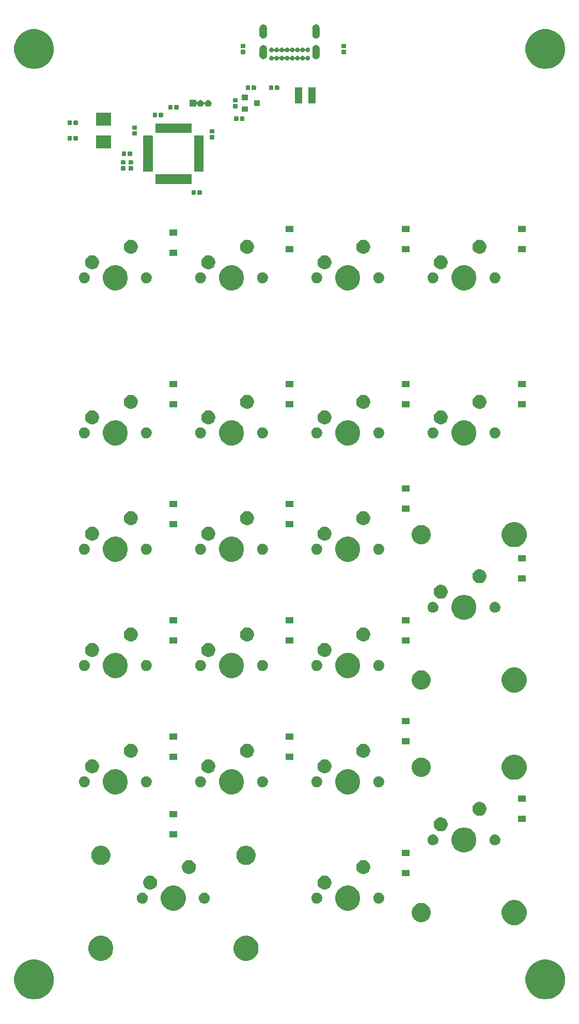
<source format=gbr>
G04 #@! TF.GenerationSoftware,KiCad,Pcbnew,(5.1.5-0-10_14)*
G04 #@! TF.CreationDate,2020-01-27T17:12:38-08:00*
G04 #@! TF.ProjectId,Numpad,4e756d70-6164-42e6-9b69-6361645f7063,rev?*
G04 #@! TF.SameCoordinates,Original*
G04 #@! TF.FileFunction,Soldermask,Top*
G04 #@! TF.FilePolarity,Negative*
%FSLAX46Y46*%
G04 Gerber Fmt 4.6, Leading zero omitted, Abs format (unit mm)*
G04 Created by KiCad (PCBNEW (5.1.5-0-10_14)) date 2020-01-27 17:12:38*
%MOMM*%
%LPD*%
G04 APERTURE LIST*
%ADD10C,0.100000*%
G04 APERTURE END LIST*
D10*
G36*
X106044239Y-170801467D02*
G01*
X106358282Y-170863934D01*
X106949926Y-171109001D01*
X107482392Y-171464784D01*
X107935216Y-171917608D01*
X108290999Y-172450074D01*
X108536066Y-173041718D01*
X108661000Y-173669804D01*
X108661000Y-174310196D01*
X108536066Y-174938282D01*
X108290999Y-175529926D01*
X107935216Y-176062392D01*
X107482392Y-176515216D01*
X106949926Y-176870999D01*
X106358282Y-177116066D01*
X106044239Y-177178533D01*
X105730197Y-177241000D01*
X105089803Y-177241000D01*
X104775761Y-177178533D01*
X104461718Y-177116066D01*
X103870074Y-176870999D01*
X103337608Y-176515216D01*
X102884784Y-176062392D01*
X102529001Y-175529926D01*
X102283934Y-174938282D01*
X102159000Y-174310196D01*
X102159000Y-173669804D01*
X102283934Y-173041718D01*
X102529001Y-172450074D01*
X102884784Y-171917608D01*
X103337608Y-171464784D01*
X103870074Y-171109001D01*
X104461718Y-170863934D01*
X104775761Y-170801467D01*
X105089803Y-170739000D01*
X105730197Y-170739000D01*
X106044239Y-170801467D01*
G37*
G36*
X22224239Y-170801467D02*
G01*
X22538282Y-170863934D01*
X23129926Y-171109001D01*
X23662392Y-171464784D01*
X24115216Y-171917608D01*
X24470999Y-172450074D01*
X24716066Y-173041718D01*
X24841000Y-173669804D01*
X24841000Y-174310196D01*
X24716066Y-174938282D01*
X24470999Y-175529926D01*
X24115216Y-176062392D01*
X23662392Y-176515216D01*
X23129926Y-176870999D01*
X22538282Y-177116066D01*
X22224239Y-177178533D01*
X21910197Y-177241000D01*
X21269803Y-177241000D01*
X20955761Y-177178533D01*
X20641718Y-177116066D01*
X20050074Y-176870999D01*
X19517608Y-176515216D01*
X19064784Y-176062392D01*
X18709001Y-175529926D01*
X18463934Y-174938282D01*
X18339000Y-174310196D01*
X18339000Y-173669804D01*
X18463934Y-173041718D01*
X18709001Y-172450074D01*
X19064784Y-171917608D01*
X19517608Y-171464784D01*
X20050074Y-171109001D01*
X20641718Y-170863934D01*
X20955761Y-170801467D01*
X21269803Y-170739000D01*
X21910197Y-170739000D01*
X22224239Y-170801467D01*
G37*
G36*
X56948254Y-166922818D02*
G01*
X57321511Y-167077426D01*
X57321513Y-167077427D01*
X57657436Y-167301884D01*
X57943116Y-167587564D01*
X58167574Y-167923489D01*
X58322182Y-168296746D01*
X58401000Y-168692993D01*
X58401000Y-169097007D01*
X58322182Y-169493254D01*
X58167574Y-169866511D01*
X58167573Y-169866513D01*
X57943116Y-170202436D01*
X57657436Y-170488116D01*
X57321513Y-170712573D01*
X57321512Y-170712574D01*
X57321511Y-170712574D01*
X56948254Y-170867182D01*
X56552007Y-170946000D01*
X56147993Y-170946000D01*
X55751746Y-170867182D01*
X55378489Y-170712574D01*
X55378488Y-170712574D01*
X55378487Y-170712573D01*
X55042564Y-170488116D01*
X54756884Y-170202436D01*
X54532427Y-169866513D01*
X54532426Y-169866511D01*
X54377818Y-169493254D01*
X54299000Y-169097007D01*
X54299000Y-168692993D01*
X54377818Y-168296746D01*
X54532426Y-167923489D01*
X54756884Y-167587564D01*
X55042564Y-167301884D01*
X55378487Y-167077427D01*
X55378489Y-167077426D01*
X55751746Y-166922818D01*
X56147993Y-166844000D01*
X56552007Y-166844000D01*
X56948254Y-166922818D01*
G37*
G36*
X33148254Y-166922818D02*
G01*
X33521511Y-167077426D01*
X33521513Y-167077427D01*
X33857436Y-167301884D01*
X34143116Y-167587564D01*
X34367574Y-167923489D01*
X34522182Y-168296746D01*
X34601000Y-168692993D01*
X34601000Y-169097007D01*
X34522182Y-169493254D01*
X34367574Y-169866511D01*
X34367573Y-169866513D01*
X34143116Y-170202436D01*
X33857436Y-170488116D01*
X33521513Y-170712573D01*
X33521512Y-170712574D01*
X33521511Y-170712574D01*
X33148254Y-170867182D01*
X32752007Y-170946000D01*
X32347993Y-170946000D01*
X31951746Y-170867182D01*
X31578489Y-170712574D01*
X31578488Y-170712574D01*
X31578487Y-170712573D01*
X31242564Y-170488116D01*
X30956884Y-170202436D01*
X30732427Y-169866513D01*
X30732426Y-169866511D01*
X30577818Y-169493254D01*
X30499000Y-169097007D01*
X30499000Y-168692993D01*
X30577818Y-168296746D01*
X30732426Y-167923489D01*
X30956884Y-167587564D01*
X31242564Y-167301884D01*
X31578487Y-167077427D01*
X31578489Y-167077426D01*
X31951746Y-166922818D01*
X32347993Y-166844000D01*
X32752007Y-166844000D01*
X33148254Y-166922818D01*
G37*
G36*
X100913254Y-161057818D02*
G01*
X101286511Y-161212426D01*
X101286513Y-161212427D01*
X101622436Y-161436884D01*
X101908116Y-161722564D01*
X102068394Y-161962436D01*
X102132574Y-162058489D01*
X102287182Y-162431746D01*
X102366000Y-162827993D01*
X102366000Y-163232007D01*
X102287182Y-163628254D01*
X102132574Y-164001511D01*
X102132573Y-164001513D01*
X101908116Y-164337436D01*
X101622436Y-164623116D01*
X101286513Y-164847573D01*
X101286512Y-164847574D01*
X101286511Y-164847574D01*
X100913254Y-165002182D01*
X100517007Y-165081000D01*
X100112993Y-165081000D01*
X99716746Y-165002182D01*
X99343489Y-164847574D01*
X99343488Y-164847574D01*
X99343487Y-164847573D01*
X99007564Y-164623116D01*
X98721884Y-164337436D01*
X98497427Y-164001513D01*
X98497426Y-164001511D01*
X98342818Y-163628254D01*
X98264000Y-163232007D01*
X98264000Y-162827993D01*
X98342818Y-162431746D01*
X98497426Y-162058489D01*
X98561607Y-161962436D01*
X98721884Y-161722564D01*
X99007564Y-161436884D01*
X99343487Y-161212427D01*
X99343489Y-161212426D01*
X99716746Y-161057818D01*
X100112993Y-160979000D01*
X100517007Y-160979000D01*
X100913254Y-161057818D01*
G37*
G36*
X85306083Y-161469090D02*
G01*
X85534702Y-161514564D01*
X85821516Y-161633367D01*
X86079642Y-161805841D01*
X86299159Y-162025358D01*
X86471633Y-162283484D01*
X86590436Y-162570298D01*
X86651000Y-162874778D01*
X86651000Y-163185222D01*
X86590436Y-163489702D01*
X86471633Y-163776516D01*
X86299159Y-164034642D01*
X86079642Y-164254159D01*
X85821516Y-164426633D01*
X85534702Y-164545436D01*
X85306083Y-164590910D01*
X85230224Y-164606000D01*
X84919776Y-164606000D01*
X84843917Y-164590910D01*
X84615298Y-164545436D01*
X84328484Y-164426633D01*
X84070358Y-164254159D01*
X83850841Y-164034642D01*
X83678367Y-163776516D01*
X83559564Y-163489702D01*
X83499000Y-163185222D01*
X83499000Y-162874778D01*
X83559564Y-162570298D01*
X83678367Y-162283484D01*
X83850841Y-162025358D01*
X84070358Y-161805841D01*
X84328484Y-161633367D01*
X84615298Y-161514564D01*
X84843917Y-161469090D01*
X84919776Y-161454000D01*
X85230224Y-161454000D01*
X85306083Y-161469090D01*
G37*
G36*
X73623254Y-158682818D02*
G01*
X73996511Y-158837426D01*
X73996513Y-158837427D01*
X74332436Y-159061884D01*
X74618116Y-159347564D01*
X74842574Y-159683489D01*
X74997182Y-160056746D01*
X75076000Y-160452993D01*
X75076000Y-160857007D01*
X74997182Y-161253254D01*
X74842574Y-161626511D01*
X74842573Y-161626513D01*
X74618116Y-161962436D01*
X74332436Y-162248116D01*
X73996513Y-162472573D01*
X73996512Y-162472574D01*
X73996511Y-162472574D01*
X73623254Y-162627182D01*
X73227007Y-162706000D01*
X72822993Y-162706000D01*
X72426746Y-162627182D01*
X72053489Y-162472574D01*
X72053488Y-162472574D01*
X72053487Y-162472573D01*
X71717564Y-162248116D01*
X71431884Y-161962436D01*
X71207427Y-161626513D01*
X71207426Y-161626511D01*
X71052818Y-161253254D01*
X70974000Y-160857007D01*
X70974000Y-160452993D01*
X71052818Y-160056746D01*
X71207426Y-159683489D01*
X71431884Y-159347564D01*
X71717564Y-159061884D01*
X72053487Y-158837427D01*
X72053489Y-158837426D01*
X72426746Y-158682818D01*
X72822993Y-158604000D01*
X73227007Y-158604000D01*
X73623254Y-158682818D01*
G37*
G36*
X45048254Y-158682818D02*
G01*
X45421511Y-158837426D01*
X45421513Y-158837427D01*
X45757436Y-159061884D01*
X46043116Y-159347564D01*
X46267574Y-159683489D01*
X46422182Y-160056746D01*
X46501000Y-160452993D01*
X46501000Y-160857007D01*
X46422182Y-161253254D01*
X46267574Y-161626511D01*
X46267573Y-161626513D01*
X46043116Y-161962436D01*
X45757436Y-162248116D01*
X45421513Y-162472573D01*
X45421512Y-162472574D01*
X45421511Y-162472574D01*
X45048254Y-162627182D01*
X44652007Y-162706000D01*
X44247993Y-162706000D01*
X43851746Y-162627182D01*
X43478489Y-162472574D01*
X43478488Y-162472574D01*
X43478487Y-162472573D01*
X43142564Y-162248116D01*
X42856884Y-161962436D01*
X42632427Y-161626513D01*
X42632426Y-161626511D01*
X42477818Y-161253254D01*
X42399000Y-160857007D01*
X42399000Y-160452993D01*
X42477818Y-160056746D01*
X42632426Y-159683489D01*
X42856884Y-159347564D01*
X43142564Y-159061884D01*
X43478487Y-158837427D01*
X43478489Y-158837426D01*
X43851746Y-158682818D01*
X44247993Y-158604000D01*
X44652007Y-158604000D01*
X45048254Y-158682818D01*
G37*
G36*
X68058512Y-159758927D02*
G01*
X68207812Y-159788624D01*
X68371784Y-159856544D01*
X68519354Y-159955147D01*
X68644853Y-160080646D01*
X68743456Y-160228216D01*
X68811376Y-160392188D01*
X68846000Y-160566259D01*
X68846000Y-160743741D01*
X68811376Y-160917812D01*
X68743456Y-161081784D01*
X68644853Y-161229354D01*
X68519354Y-161354853D01*
X68371784Y-161453456D01*
X68207812Y-161521376D01*
X68058512Y-161551073D01*
X68033742Y-161556000D01*
X67856258Y-161556000D01*
X67831488Y-161551073D01*
X67682188Y-161521376D01*
X67518216Y-161453456D01*
X67370646Y-161354853D01*
X67245147Y-161229354D01*
X67146544Y-161081784D01*
X67078624Y-160917812D01*
X67044000Y-160743741D01*
X67044000Y-160566259D01*
X67078624Y-160392188D01*
X67146544Y-160228216D01*
X67245147Y-160080646D01*
X67370646Y-159955147D01*
X67518216Y-159856544D01*
X67682188Y-159788624D01*
X67831488Y-159758927D01*
X67856258Y-159754000D01*
X68033742Y-159754000D01*
X68058512Y-159758927D01*
G37*
G36*
X78218512Y-159758927D02*
G01*
X78367812Y-159788624D01*
X78531784Y-159856544D01*
X78679354Y-159955147D01*
X78804853Y-160080646D01*
X78903456Y-160228216D01*
X78971376Y-160392188D01*
X79006000Y-160566259D01*
X79006000Y-160743741D01*
X78971376Y-160917812D01*
X78903456Y-161081784D01*
X78804853Y-161229354D01*
X78679354Y-161354853D01*
X78531784Y-161453456D01*
X78367812Y-161521376D01*
X78218512Y-161551073D01*
X78193742Y-161556000D01*
X78016258Y-161556000D01*
X77991488Y-161551073D01*
X77842188Y-161521376D01*
X77678216Y-161453456D01*
X77530646Y-161354853D01*
X77405147Y-161229354D01*
X77306544Y-161081784D01*
X77238624Y-160917812D01*
X77204000Y-160743741D01*
X77204000Y-160566259D01*
X77238624Y-160392188D01*
X77306544Y-160228216D01*
X77405147Y-160080646D01*
X77530646Y-159955147D01*
X77678216Y-159856544D01*
X77842188Y-159788624D01*
X77991488Y-159758927D01*
X78016258Y-159754000D01*
X78193742Y-159754000D01*
X78218512Y-159758927D01*
G37*
G36*
X49643512Y-159758927D02*
G01*
X49792812Y-159788624D01*
X49956784Y-159856544D01*
X50104354Y-159955147D01*
X50229853Y-160080646D01*
X50328456Y-160228216D01*
X50396376Y-160392188D01*
X50431000Y-160566259D01*
X50431000Y-160743741D01*
X50396376Y-160917812D01*
X50328456Y-161081784D01*
X50229853Y-161229354D01*
X50104354Y-161354853D01*
X49956784Y-161453456D01*
X49792812Y-161521376D01*
X49643512Y-161551073D01*
X49618742Y-161556000D01*
X49441258Y-161556000D01*
X49416488Y-161551073D01*
X49267188Y-161521376D01*
X49103216Y-161453456D01*
X48955646Y-161354853D01*
X48830147Y-161229354D01*
X48731544Y-161081784D01*
X48663624Y-160917812D01*
X48629000Y-160743741D01*
X48629000Y-160566259D01*
X48663624Y-160392188D01*
X48731544Y-160228216D01*
X48830147Y-160080646D01*
X48955646Y-159955147D01*
X49103216Y-159856544D01*
X49267188Y-159788624D01*
X49416488Y-159758927D01*
X49441258Y-159754000D01*
X49618742Y-159754000D01*
X49643512Y-159758927D01*
G37*
G36*
X39483512Y-159758927D02*
G01*
X39632812Y-159788624D01*
X39796784Y-159856544D01*
X39944354Y-159955147D01*
X40069853Y-160080646D01*
X40168456Y-160228216D01*
X40236376Y-160392188D01*
X40271000Y-160566259D01*
X40271000Y-160743741D01*
X40236376Y-160917812D01*
X40168456Y-161081784D01*
X40069853Y-161229354D01*
X39944354Y-161354853D01*
X39796784Y-161453456D01*
X39632812Y-161521376D01*
X39483512Y-161551073D01*
X39458742Y-161556000D01*
X39281258Y-161556000D01*
X39256488Y-161551073D01*
X39107188Y-161521376D01*
X38943216Y-161453456D01*
X38795646Y-161354853D01*
X38670147Y-161229354D01*
X38571544Y-161081784D01*
X38503624Y-160917812D01*
X38469000Y-160743741D01*
X38469000Y-160566259D01*
X38503624Y-160392188D01*
X38571544Y-160228216D01*
X38670147Y-160080646D01*
X38795646Y-159955147D01*
X38943216Y-159856544D01*
X39107188Y-159788624D01*
X39256488Y-159758927D01*
X39281258Y-159754000D01*
X39458742Y-159754000D01*
X39483512Y-159758927D01*
G37*
G36*
X69439549Y-156986116D02*
G01*
X69550734Y-157008232D01*
X69698850Y-157069584D01*
X69750554Y-157091000D01*
X69760203Y-157094997D01*
X69948720Y-157220960D01*
X70109040Y-157381280D01*
X70235003Y-157569797D01*
X70321768Y-157779266D01*
X70366000Y-158001636D01*
X70366000Y-158228364D01*
X70321768Y-158450734D01*
X70235003Y-158660203D01*
X70109040Y-158848720D01*
X69948720Y-159009040D01*
X69760203Y-159135003D01*
X69550734Y-159221768D01*
X69439549Y-159243884D01*
X69328365Y-159266000D01*
X69101635Y-159266000D01*
X68990451Y-159243884D01*
X68879266Y-159221768D01*
X68669797Y-159135003D01*
X68481280Y-159009040D01*
X68320960Y-158848720D01*
X68194997Y-158660203D01*
X68108232Y-158450734D01*
X68064000Y-158228364D01*
X68064000Y-158001636D01*
X68108232Y-157779266D01*
X68194997Y-157569797D01*
X68320960Y-157381280D01*
X68481280Y-157220960D01*
X68669797Y-157094997D01*
X68679447Y-157091000D01*
X68731150Y-157069584D01*
X68879266Y-157008232D01*
X68990451Y-156986116D01*
X69101635Y-156964000D01*
X69328365Y-156964000D01*
X69439549Y-156986116D01*
G37*
G36*
X40864549Y-156986116D02*
G01*
X40975734Y-157008232D01*
X41123850Y-157069584D01*
X41175554Y-157091000D01*
X41185203Y-157094997D01*
X41373720Y-157220960D01*
X41534040Y-157381280D01*
X41660003Y-157569797D01*
X41746768Y-157779266D01*
X41791000Y-158001636D01*
X41791000Y-158228364D01*
X41746768Y-158450734D01*
X41660003Y-158660203D01*
X41534040Y-158848720D01*
X41373720Y-159009040D01*
X41185203Y-159135003D01*
X40975734Y-159221768D01*
X40864549Y-159243884D01*
X40753365Y-159266000D01*
X40526635Y-159266000D01*
X40415451Y-159243884D01*
X40304266Y-159221768D01*
X40094797Y-159135003D01*
X39906280Y-159009040D01*
X39745960Y-158848720D01*
X39619997Y-158660203D01*
X39533232Y-158450734D01*
X39489000Y-158228364D01*
X39489000Y-158001636D01*
X39533232Y-157779266D01*
X39619997Y-157569797D01*
X39745960Y-157381280D01*
X39906280Y-157220960D01*
X40094797Y-157094997D01*
X40104447Y-157091000D01*
X40156150Y-157069584D01*
X40304266Y-157008232D01*
X40415451Y-156986116D01*
X40526635Y-156964000D01*
X40753365Y-156964000D01*
X40864549Y-156986116D01*
G37*
G36*
X83201000Y-157091000D02*
G01*
X81899000Y-157091000D01*
X81899000Y-156089000D01*
X83201000Y-156089000D01*
X83201000Y-157091000D01*
G37*
G36*
X47214549Y-154446116D02*
G01*
X47325734Y-154468232D01*
X47535203Y-154554997D01*
X47723720Y-154680960D01*
X47884040Y-154841280D01*
X48010003Y-155029797D01*
X48096768Y-155239266D01*
X48141000Y-155461636D01*
X48141000Y-155688364D01*
X48096768Y-155910734D01*
X48010003Y-156120203D01*
X47884040Y-156308720D01*
X47723720Y-156469040D01*
X47535203Y-156595003D01*
X47325734Y-156681768D01*
X47214549Y-156703884D01*
X47103365Y-156726000D01*
X46876635Y-156726000D01*
X46765451Y-156703884D01*
X46654266Y-156681768D01*
X46444797Y-156595003D01*
X46256280Y-156469040D01*
X46095960Y-156308720D01*
X45969997Y-156120203D01*
X45883232Y-155910734D01*
X45839000Y-155688364D01*
X45839000Y-155461636D01*
X45883232Y-155239266D01*
X45969997Y-155029797D01*
X46095960Y-154841280D01*
X46256280Y-154680960D01*
X46444797Y-154554997D01*
X46654266Y-154468232D01*
X46765451Y-154446116D01*
X46876635Y-154424000D01*
X47103365Y-154424000D01*
X47214549Y-154446116D01*
G37*
G36*
X75789549Y-154446116D02*
G01*
X75900734Y-154468232D01*
X76110203Y-154554997D01*
X76298720Y-154680960D01*
X76459040Y-154841280D01*
X76585003Y-155029797D01*
X76671768Y-155239266D01*
X76716000Y-155461636D01*
X76716000Y-155688364D01*
X76671768Y-155910734D01*
X76585003Y-156120203D01*
X76459040Y-156308720D01*
X76298720Y-156469040D01*
X76110203Y-156595003D01*
X75900734Y-156681768D01*
X75789549Y-156703884D01*
X75678365Y-156726000D01*
X75451635Y-156726000D01*
X75340451Y-156703884D01*
X75229266Y-156681768D01*
X75019797Y-156595003D01*
X74831280Y-156469040D01*
X74670960Y-156308720D01*
X74544997Y-156120203D01*
X74458232Y-155910734D01*
X74414000Y-155688364D01*
X74414000Y-155461636D01*
X74458232Y-155239266D01*
X74544997Y-155029797D01*
X74670960Y-154841280D01*
X74831280Y-154680960D01*
X75019797Y-154554997D01*
X75229266Y-154468232D01*
X75340451Y-154446116D01*
X75451635Y-154424000D01*
X75678365Y-154424000D01*
X75789549Y-154446116D01*
G37*
G36*
X56581083Y-152094090D02*
G01*
X56809702Y-152139564D01*
X57096516Y-152258367D01*
X57354642Y-152430841D01*
X57574159Y-152650358D01*
X57746633Y-152908484D01*
X57865436Y-153195298D01*
X57926000Y-153499778D01*
X57926000Y-153810222D01*
X57865436Y-154114702D01*
X57746633Y-154401516D01*
X57574159Y-154659642D01*
X57354642Y-154879159D01*
X57096516Y-155051633D01*
X56809702Y-155170436D01*
X56581083Y-155215910D01*
X56505224Y-155231000D01*
X56194776Y-155231000D01*
X56118917Y-155215910D01*
X55890298Y-155170436D01*
X55603484Y-155051633D01*
X55345358Y-154879159D01*
X55125841Y-154659642D01*
X54953367Y-154401516D01*
X54834564Y-154114702D01*
X54774000Y-153810222D01*
X54774000Y-153499778D01*
X54834564Y-153195298D01*
X54953367Y-152908484D01*
X55125841Y-152650358D01*
X55345358Y-152430841D01*
X55603484Y-152258367D01*
X55890298Y-152139564D01*
X56118917Y-152094090D01*
X56194776Y-152079000D01*
X56505224Y-152079000D01*
X56581083Y-152094090D01*
G37*
G36*
X32781083Y-152094090D02*
G01*
X33009702Y-152139564D01*
X33296516Y-152258367D01*
X33554642Y-152430841D01*
X33774159Y-152650358D01*
X33946633Y-152908484D01*
X34065436Y-153195298D01*
X34126000Y-153499778D01*
X34126000Y-153810222D01*
X34065436Y-154114702D01*
X33946633Y-154401516D01*
X33774159Y-154659642D01*
X33554642Y-154879159D01*
X33296516Y-155051633D01*
X33009702Y-155170436D01*
X32781083Y-155215910D01*
X32705224Y-155231000D01*
X32394776Y-155231000D01*
X32318917Y-155215910D01*
X32090298Y-155170436D01*
X31803484Y-155051633D01*
X31545358Y-154879159D01*
X31325841Y-154659642D01*
X31153367Y-154401516D01*
X31034564Y-154114702D01*
X30974000Y-153810222D01*
X30974000Y-153499778D01*
X31034564Y-153195298D01*
X31153367Y-152908484D01*
X31325841Y-152650358D01*
X31545358Y-152430841D01*
X31803484Y-152258367D01*
X32090298Y-152139564D01*
X32318917Y-152094090D01*
X32394776Y-152079000D01*
X32705224Y-152079000D01*
X32781083Y-152094090D01*
G37*
G36*
X83201000Y-153791000D02*
G01*
X81899000Y-153791000D01*
X81899000Y-152789000D01*
X83201000Y-152789000D01*
X83201000Y-153791000D01*
G37*
G36*
X92673254Y-149157818D02*
G01*
X93046511Y-149312426D01*
X93046513Y-149312427D01*
X93382436Y-149536884D01*
X93668116Y-149822564D01*
X93892574Y-150158489D01*
X94047182Y-150531746D01*
X94126000Y-150927993D01*
X94126000Y-151332007D01*
X94047182Y-151728254D01*
X93901898Y-152079000D01*
X93892573Y-152101513D01*
X93668116Y-152437436D01*
X93382436Y-152723116D01*
X93046513Y-152947573D01*
X93046512Y-152947574D01*
X93046511Y-152947574D01*
X92673254Y-153102182D01*
X92277007Y-153181000D01*
X91872993Y-153181000D01*
X91476746Y-153102182D01*
X91103489Y-152947574D01*
X91103488Y-152947574D01*
X91103487Y-152947573D01*
X90767564Y-152723116D01*
X90481884Y-152437436D01*
X90257427Y-152101513D01*
X90248102Y-152079000D01*
X90102818Y-151728254D01*
X90024000Y-151332007D01*
X90024000Y-150927993D01*
X90102818Y-150531746D01*
X90257426Y-150158489D01*
X90481884Y-149822564D01*
X90767564Y-149536884D01*
X91103487Y-149312427D01*
X91103489Y-149312426D01*
X91476746Y-149157818D01*
X91872993Y-149079000D01*
X92277007Y-149079000D01*
X92673254Y-149157818D01*
G37*
G36*
X97268512Y-150233927D02*
G01*
X97417812Y-150263624D01*
X97581784Y-150331544D01*
X97729354Y-150430147D01*
X97854853Y-150555646D01*
X97953456Y-150703216D01*
X98021376Y-150867188D01*
X98056000Y-151041259D01*
X98056000Y-151218741D01*
X98021376Y-151392812D01*
X97953456Y-151556784D01*
X97854853Y-151704354D01*
X97729354Y-151829853D01*
X97581784Y-151928456D01*
X97417812Y-151996376D01*
X97268512Y-152026073D01*
X97243742Y-152031000D01*
X97066258Y-152031000D01*
X97041488Y-152026073D01*
X96892188Y-151996376D01*
X96728216Y-151928456D01*
X96580646Y-151829853D01*
X96455147Y-151704354D01*
X96356544Y-151556784D01*
X96288624Y-151392812D01*
X96254000Y-151218741D01*
X96254000Y-151041259D01*
X96288624Y-150867188D01*
X96356544Y-150703216D01*
X96455147Y-150555646D01*
X96580646Y-150430147D01*
X96728216Y-150331544D01*
X96892188Y-150263624D01*
X97041488Y-150233927D01*
X97066258Y-150229000D01*
X97243742Y-150229000D01*
X97268512Y-150233927D01*
G37*
G36*
X87108512Y-150233927D02*
G01*
X87257812Y-150263624D01*
X87421784Y-150331544D01*
X87569354Y-150430147D01*
X87694853Y-150555646D01*
X87793456Y-150703216D01*
X87861376Y-150867188D01*
X87896000Y-151041259D01*
X87896000Y-151218741D01*
X87861376Y-151392812D01*
X87793456Y-151556784D01*
X87694853Y-151704354D01*
X87569354Y-151829853D01*
X87421784Y-151928456D01*
X87257812Y-151996376D01*
X87108512Y-152026073D01*
X87083742Y-152031000D01*
X86906258Y-152031000D01*
X86881488Y-152026073D01*
X86732188Y-151996376D01*
X86568216Y-151928456D01*
X86420646Y-151829853D01*
X86295147Y-151704354D01*
X86196544Y-151556784D01*
X86128624Y-151392812D01*
X86094000Y-151218741D01*
X86094000Y-151041259D01*
X86128624Y-150867188D01*
X86196544Y-150703216D01*
X86295147Y-150555646D01*
X86420646Y-150430147D01*
X86568216Y-150331544D01*
X86732188Y-150263624D01*
X86881488Y-150233927D01*
X86906258Y-150229000D01*
X87083742Y-150229000D01*
X87108512Y-150233927D01*
G37*
G36*
X45101000Y-150741000D02*
G01*
X43799000Y-150741000D01*
X43799000Y-149739000D01*
X45101000Y-149739000D01*
X45101000Y-150741000D01*
G37*
G36*
X88489549Y-147461116D02*
G01*
X88600734Y-147483232D01*
X88810203Y-147569997D01*
X88998720Y-147695960D01*
X89159040Y-147856280D01*
X89285003Y-148044797D01*
X89371768Y-148254266D01*
X89416000Y-148476636D01*
X89416000Y-148703364D01*
X89371768Y-148925734D01*
X89285003Y-149135203D01*
X89159040Y-149323720D01*
X88998720Y-149484040D01*
X88810203Y-149610003D01*
X88600734Y-149696768D01*
X88489549Y-149718884D01*
X88378365Y-149741000D01*
X88151635Y-149741000D01*
X88040451Y-149718884D01*
X87929266Y-149696768D01*
X87719797Y-149610003D01*
X87531280Y-149484040D01*
X87370960Y-149323720D01*
X87244997Y-149135203D01*
X87158232Y-148925734D01*
X87114000Y-148703364D01*
X87114000Y-148476636D01*
X87158232Y-148254266D01*
X87244997Y-148044797D01*
X87370960Y-147856280D01*
X87531280Y-147695960D01*
X87719797Y-147569997D01*
X87929266Y-147483232D01*
X88040451Y-147461116D01*
X88151635Y-147439000D01*
X88378365Y-147439000D01*
X88489549Y-147461116D01*
G37*
G36*
X102251000Y-148201000D02*
G01*
X100949000Y-148201000D01*
X100949000Y-147199000D01*
X102251000Y-147199000D01*
X102251000Y-148201000D01*
G37*
G36*
X45101000Y-147441000D02*
G01*
X43799000Y-147441000D01*
X43799000Y-146439000D01*
X45101000Y-146439000D01*
X45101000Y-147441000D01*
G37*
G36*
X94839549Y-144921116D02*
G01*
X94950734Y-144943232D01*
X95160203Y-145029997D01*
X95348720Y-145155960D01*
X95509040Y-145316280D01*
X95635003Y-145504797D01*
X95721768Y-145714266D01*
X95766000Y-145936636D01*
X95766000Y-146163364D01*
X95721768Y-146385734D01*
X95635003Y-146595203D01*
X95509040Y-146783720D01*
X95348720Y-146944040D01*
X95160203Y-147070003D01*
X94950734Y-147156768D01*
X94839549Y-147178884D01*
X94728365Y-147201000D01*
X94501635Y-147201000D01*
X94390451Y-147178884D01*
X94279266Y-147156768D01*
X94069797Y-147070003D01*
X93881280Y-146944040D01*
X93720960Y-146783720D01*
X93594997Y-146595203D01*
X93508232Y-146385734D01*
X93464000Y-146163364D01*
X93464000Y-145936636D01*
X93508232Y-145714266D01*
X93594997Y-145504797D01*
X93720960Y-145316280D01*
X93881280Y-145155960D01*
X94069797Y-145029997D01*
X94279266Y-144943232D01*
X94390451Y-144921116D01*
X94501635Y-144899000D01*
X94728365Y-144899000D01*
X94839549Y-144921116D01*
G37*
G36*
X102251000Y-144901000D02*
G01*
X100949000Y-144901000D01*
X100949000Y-143899000D01*
X102251000Y-143899000D01*
X102251000Y-144901000D01*
G37*
G36*
X73623254Y-139632818D02*
G01*
X73996511Y-139787426D01*
X73996513Y-139787427D01*
X74332436Y-140011884D01*
X74618116Y-140297564D01*
X74778394Y-140537436D01*
X74842574Y-140633489D01*
X74997182Y-141006746D01*
X75076000Y-141402993D01*
X75076000Y-141807007D01*
X74997182Y-142203254D01*
X74842574Y-142576511D01*
X74842573Y-142576513D01*
X74618116Y-142912436D01*
X74332436Y-143198116D01*
X73996513Y-143422573D01*
X73996512Y-143422574D01*
X73996511Y-143422574D01*
X73623254Y-143577182D01*
X73227007Y-143656000D01*
X72822993Y-143656000D01*
X72426746Y-143577182D01*
X72053489Y-143422574D01*
X72053488Y-143422574D01*
X72053487Y-143422573D01*
X71717564Y-143198116D01*
X71431884Y-142912436D01*
X71207427Y-142576513D01*
X71207426Y-142576511D01*
X71052818Y-142203254D01*
X70974000Y-141807007D01*
X70974000Y-141402993D01*
X71052818Y-141006746D01*
X71207426Y-140633489D01*
X71271607Y-140537436D01*
X71431884Y-140297564D01*
X71717564Y-140011884D01*
X72053487Y-139787427D01*
X72053489Y-139787426D01*
X72426746Y-139632818D01*
X72822993Y-139554000D01*
X73227007Y-139554000D01*
X73623254Y-139632818D01*
G37*
G36*
X54573254Y-139632818D02*
G01*
X54946511Y-139787426D01*
X54946513Y-139787427D01*
X55282436Y-140011884D01*
X55568116Y-140297564D01*
X55728394Y-140537436D01*
X55792574Y-140633489D01*
X55947182Y-141006746D01*
X56026000Y-141402993D01*
X56026000Y-141807007D01*
X55947182Y-142203254D01*
X55792574Y-142576511D01*
X55792573Y-142576513D01*
X55568116Y-142912436D01*
X55282436Y-143198116D01*
X54946513Y-143422573D01*
X54946512Y-143422574D01*
X54946511Y-143422574D01*
X54573254Y-143577182D01*
X54177007Y-143656000D01*
X53772993Y-143656000D01*
X53376746Y-143577182D01*
X53003489Y-143422574D01*
X53003488Y-143422574D01*
X53003487Y-143422573D01*
X52667564Y-143198116D01*
X52381884Y-142912436D01*
X52157427Y-142576513D01*
X52157426Y-142576511D01*
X52002818Y-142203254D01*
X51924000Y-141807007D01*
X51924000Y-141402993D01*
X52002818Y-141006746D01*
X52157426Y-140633489D01*
X52221607Y-140537436D01*
X52381884Y-140297564D01*
X52667564Y-140011884D01*
X53003487Y-139787427D01*
X53003489Y-139787426D01*
X53376746Y-139632818D01*
X53772993Y-139554000D01*
X54177007Y-139554000D01*
X54573254Y-139632818D01*
G37*
G36*
X35523254Y-139632818D02*
G01*
X35896511Y-139787426D01*
X35896513Y-139787427D01*
X36232436Y-140011884D01*
X36518116Y-140297564D01*
X36678394Y-140537436D01*
X36742574Y-140633489D01*
X36897182Y-141006746D01*
X36976000Y-141402993D01*
X36976000Y-141807007D01*
X36897182Y-142203254D01*
X36742574Y-142576511D01*
X36742573Y-142576513D01*
X36518116Y-142912436D01*
X36232436Y-143198116D01*
X35896513Y-143422573D01*
X35896512Y-143422574D01*
X35896511Y-143422574D01*
X35523254Y-143577182D01*
X35127007Y-143656000D01*
X34722993Y-143656000D01*
X34326746Y-143577182D01*
X33953489Y-143422574D01*
X33953488Y-143422574D01*
X33953487Y-143422573D01*
X33617564Y-143198116D01*
X33331884Y-142912436D01*
X33107427Y-142576513D01*
X33107426Y-142576511D01*
X32952818Y-142203254D01*
X32874000Y-141807007D01*
X32874000Y-141402993D01*
X32952818Y-141006746D01*
X33107426Y-140633489D01*
X33171607Y-140537436D01*
X33331884Y-140297564D01*
X33617564Y-140011884D01*
X33953487Y-139787427D01*
X33953489Y-139787426D01*
X34326746Y-139632818D01*
X34722993Y-139554000D01*
X35127007Y-139554000D01*
X35523254Y-139632818D01*
G37*
G36*
X59168512Y-140708927D02*
G01*
X59317812Y-140738624D01*
X59481784Y-140806544D01*
X59629354Y-140905147D01*
X59754853Y-141030646D01*
X59853456Y-141178216D01*
X59921376Y-141342188D01*
X59956000Y-141516259D01*
X59956000Y-141693741D01*
X59921376Y-141867812D01*
X59853456Y-142031784D01*
X59754853Y-142179354D01*
X59629354Y-142304853D01*
X59481784Y-142403456D01*
X59317812Y-142471376D01*
X59168512Y-142501073D01*
X59143742Y-142506000D01*
X58966258Y-142506000D01*
X58941488Y-142501073D01*
X58792188Y-142471376D01*
X58628216Y-142403456D01*
X58480646Y-142304853D01*
X58355147Y-142179354D01*
X58256544Y-142031784D01*
X58188624Y-141867812D01*
X58154000Y-141693741D01*
X58154000Y-141516259D01*
X58188624Y-141342188D01*
X58256544Y-141178216D01*
X58355147Y-141030646D01*
X58480646Y-140905147D01*
X58628216Y-140806544D01*
X58792188Y-140738624D01*
X58941488Y-140708927D01*
X58966258Y-140704000D01*
X59143742Y-140704000D01*
X59168512Y-140708927D01*
G37*
G36*
X49008512Y-140708927D02*
G01*
X49157812Y-140738624D01*
X49321784Y-140806544D01*
X49469354Y-140905147D01*
X49594853Y-141030646D01*
X49693456Y-141178216D01*
X49761376Y-141342188D01*
X49796000Y-141516259D01*
X49796000Y-141693741D01*
X49761376Y-141867812D01*
X49693456Y-142031784D01*
X49594853Y-142179354D01*
X49469354Y-142304853D01*
X49321784Y-142403456D01*
X49157812Y-142471376D01*
X49008512Y-142501073D01*
X48983742Y-142506000D01*
X48806258Y-142506000D01*
X48781488Y-142501073D01*
X48632188Y-142471376D01*
X48468216Y-142403456D01*
X48320646Y-142304853D01*
X48195147Y-142179354D01*
X48096544Y-142031784D01*
X48028624Y-141867812D01*
X47994000Y-141693741D01*
X47994000Y-141516259D01*
X48028624Y-141342188D01*
X48096544Y-141178216D01*
X48195147Y-141030646D01*
X48320646Y-140905147D01*
X48468216Y-140806544D01*
X48632188Y-140738624D01*
X48781488Y-140708927D01*
X48806258Y-140704000D01*
X48983742Y-140704000D01*
X49008512Y-140708927D01*
G37*
G36*
X78218512Y-140708927D02*
G01*
X78367812Y-140738624D01*
X78531784Y-140806544D01*
X78679354Y-140905147D01*
X78804853Y-141030646D01*
X78903456Y-141178216D01*
X78971376Y-141342188D01*
X79006000Y-141516259D01*
X79006000Y-141693741D01*
X78971376Y-141867812D01*
X78903456Y-142031784D01*
X78804853Y-142179354D01*
X78679354Y-142304853D01*
X78531784Y-142403456D01*
X78367812Y-142471376D01*
X78218512Y-142501073D01*
X78193742Y-142506000D01*
X78016258Y-142506000D01*
X77991488Y-142501073D01*
X77842188Y-142471376D01*
X77678216Y-142403456D01*
X77530646Y-142304853D01*
X77405147Y-142179354D01*
X77306544Y-142031784D01*
X77238624Y-141867812D01*
X77204000Y-141693741D01*
X77204000Y-141516259D01*
X77238624Y-141342188D01*
X77306544Y-141178216D01*
X77405147Y-141030646D01*
X77530646Y-140905147D01*
X77678216Y-140806544D01*
X77842188Y-140738624D01*
X77991488Y-140708927D01*
X78016258Y-140704000D01*
X78193742Y-140704000D01*
X78218512Y-140708927D01*
G37*
G36*
X68058512Y-140708927D02*
G01*
X68207812Y-140738624D01*
X68371784Y-140806544D01*
X68519354Y-140905147D01*
X68644853Y-141030646D01*
X68743456Y-141178216D01*
X68811376Y-141342188D01*
X68846000Y-141516259D01*
X68846000Y-141693741D01*
X68811376Y-141867812D01*
X68743456Y-142031784D01*
X68644853Y-142179354D01*
X68519354Y-142304853D01*
X68371784Y-142403456D01*
X68207812Y-142471376D01*
X68058512Y-142501073D01*
X68033742Y-142506000D01*
X67856258Y-142506000D01*
X67831488Y-142501073D01*
X67682188Y-142471376D01*
X67518216Y-142403456D01*
X67370646Y-142304853D01*
X67245147Y-142179354D01*
X67146544Y-142031784D01*
X67078624Y-141867812D01*
X67044000Y-141693741D01*
X67044000Y-141516259D01*
X67078624Y-141342188D01*
X67146544Y-141178216D01*
X67245147Y-141030646D01*
X67370646Y-140905147D01*
X67518216Y-140806544D01*
X67682188Y-140738624D01*
X67831488Y-140708927D01*
X67856258Y-140704000D01*
X68033742Y-140704000D01*
X68058512Y-140708927D01*
G37*
G36*
X40118512Y-140708927D02*
G01*
X40267812Y-140738624D01*
X40431784Y-140806544D01*
X40579354Y-140905147D01*
X40704853Y-141030646D01*
X40803456Y-141178216D01*
X40871376Y-141342188D01*
X40906000Y-141516259D01*
X40906000Y-141693741D01*
X40871376Y-141867812D01*
X40803456Y-142031784D01*
X40704853Y-142179354D01*
X40579354Y-142304853D01*
X40431784Y-142403456D01*
X40267812Y-142471376D01*
X40118512Y-142501073D01*
X40093742Y-142506000D01*
X39916258Y-142506000D01*
X39891488Y-142501073D01*
X39742188Y-142471376D01*
X39578216Y-142403456D01*
X39430646Y-142304853D01*
X39305147Y-142179354D01*
X39206544Y-142031784D01*
X39138624Y-141867812D01*
X39104000Y-141693741D01*
X39104000Y-141516259D01*
X39138624Y-141342188D01*
X39206544Y-141178216D01*
X39305147Y-141030646D01*
X39430646Y-140905147D01*
X39578216Y-140806544D01*
X39742188Y-140738624D01*
X39891488Y-140708927D01*
X39916258Y-140704000D01*
X40093742Y-140704000D01*
X40118512Y-140708927D01*
G37*
G36*
X29958512Y-140708927D02*
G01*
X30107812Y-140738624D01*
X30271784Y-140806544D01*
X30419354Y-140905147D01*
X30544853Y-141030646D01*
X30643456Y-141178216D01*
X30711376Y-141342188D01*
X30746000Y-141516259D01*
X30746000Y-141693741D01*
X30711376Y-141867812D01*
X30643456Y-142031784D01*
X30544853Y-142179354D01*
X30419354Y-142304853D01*
X30271784Y-142403456D01*
X30107812Y-142471376D01*
X29958512Y-142501073D01*
X29933742Y-142506000D01*
X29756258Y-142506000D01*
X29731488Y-142501073D01*
X29582188Y-142471376D01*
X29418216Y-142403456D01*
X29270646Y-142304853D01*
X29145147Y-142179354D01*
X29046544Y-142031784D01*
X28978624Y-141867812D01*
X28944000Y-141693741D01*
X28944000Y-141516259D01*
X28978624Y-141342188D01*
X29046544Y-141178216D01*
X29145147Y-141030646D01*
X29270646Y-140905147D01*
X29418216Y-140806544D01*
X29582188Y-140738624D01*
X29731488Y-140708927D01*
X29756258Y-140704000D01*
X29933742Y-140704000D01*
X29958512Y-140708927D01*
G37*
G36*
X100913254Y-137257818D02*
G01*
X101286511Y-137412426D01*
X101286513Y-137412427D01*
X101622436Y-137636884D01*
X101908116Y-137922564D01*
X101989923Y-138044996D01*
X102132574Y-138258489D01*
X102287182Y-138631746D01*
X102366000Y-139027993D01*
X102366000Y-139432007D01*
X102287182Y-139828254D01*
X102144894Y-140171768D01*
X102132573Y-140201513D01*
X101908116Y-140537436D01*
X101622436Y-140823116D01*
X101286513Y-141047573D01*
X101286512Y-141047574D01*
X101286511Y-141047574D01*
X100913254Y-141202182D01*
X100517007Y-141281000D01*
X100112993Y-141281000D01*
X99716746Y-141202182D01*
X99343489Y-141047574D01*
X99343488Y-141047574D01*
X99343487Y-141047573D01*
X99007564Y-140823116D01*
X98721884Y-140537436D01*
X98497427Y-140201513D01*
X98485106Y-140171768D01*
X98342818Y-139828254D01*
X98264000Y-139432007D01*
X98264000Y-139027993D01*
X98342818Y-138631746D01*
X98497426Y-138258489D01*
X98640078Y-138044996D01*
X98721884Y-137922564D01*
X99007564Y-137636884D01*
X99343487Y-137412427D01*
X99343489Y-137412426D01*
X99716746Y-137257818D01*
X100112993Y-137179000D01*
X100517007Y-137179000D01*
X100913254Y-137257818D01*
G37*
G36*
X85306083Y-137669090D02*
G01*
X85534702Y-137714564D01*
X85821516Y-137833367D01*
X86079642Y-138005841D01*
X86299159Y-138225358D01*
X86471633Y-138483484D01*
X86590436Y-138770298D01*
X86651000Y-139074778D01*
X86651000Y-139385222D01*
X86590436Y-139689702D01*
X86471633Y-139976516D01*
X86299159Y-140234642D01*
X86079642Y-140454159D01*
X85821516Y-140626633D01*
X85534702Y-140745436D01*
X85306083Y-140790910D01*
X85230224Y-140806000D01*
X84919776Y-140806000D01*
X84843917Y-140790910D01*
X84615298Y-140745436D01*
X84328484Y-140626633D01*
X84070358Y-140454159D01*
X83850841Y-140234642D01*
X83678367Y-139976516D01*
X83559564Y-139689702D01*
X83499000Y-139385222D01*
X83499000Y-139074778D01*
X83559564Y-138770298D01*
X83678367Y-138483484D01*
X83850841Y-138225358D01*
X84070358Y-138005841D01*
X84328484Y-137833367D01*
X84615298Y-137714564D01*
X84843917Y-137669090D01*
X84919776Y-137654000D01*
X85230224Y-137654000D01*
X85306083Y-137669090D01*
G37*
G36*
X69439549Y-137936116D02*
G01*
X69550734Y-137958232D01*
X69665672Y-138005841D01*
X69750554Y-138041000D01*
X69760203Y-138044997D01*
X69948720Y-138170960D01*
X70109040Y-138331280D01*
X70235003Y-138519797D01*
X70321768Y-138729266D01*
X70366000Y-138951636D01*
X70366000Y-139178364D01*
X70321768Y-139400734D01*
X70235003Y-139610203D01*
X70109040Y-139798720D01*
X69948720Y-139959040D01*
X69760203Y-140085003D01*
X69550734Y-140171768D01*
X69439549Y-140193884D01*
X69328365Y-140216000D01*
X69101635Y-140216000D01*
X68990451Y-140193884D01*
X68879266Y-140171768D01*
X68669797Y-140085003D01*
X68481280Y-139959040D01*
X68320960Y-139798720D01*
X68194997Y-139610203D01*
X68108232Y-139400734D01*
X68064000Y-139178364D01*
X68064000Y-138951636D01*
X68108232Y-138729266D01*
X68194997Y-138519797D01*
X68320960Y-138331280D01*
X68481280Y-138170960D01*
X68669797Y-138044997D01*
X68679447Y-138041000D01*
X68764328Y-138005841D01*
X68879266Y-137958232D01*
X68990451Y-137936116D01*
X69101635Y-137914000D01*
X69328365Y-137914000D01*
X69439549Y-137936116D01*
G37*
G36*
X50389549Y-137936116D02*
G01*
X50500734Y-137958232D01*
X50615672Y-138005841D01*
X50700554Y-138041000D01*
X50710203Y-138044997D01*
X50898720Y-138170960D01*
X51059040Y-138331280D01*
X51185003Y-138519797D01*
X51271768Y-138729266D01*
X51316000Y-138951636D01*
X51316000Y-139178364D01*
X51271768Y-139400734D01*
X51185003Y-139610203D01*
X51059040Y-139798720D01*
X50898720Y-139959040D01*
X50710203Y-140085003D01*
X50500734Y-140171768D01*
X50389549Y-140193884D01*
X50278365Y-140216000D01*
X50051635Y-140216000D01*
X49940451Y-140193884D01*
X49829266Y-140171768D01*
X49619797Y-140085003D01*
X49431280Y-139959040D01*
X49270960Y-139798720D01*
X49144997Y-139610203D01*
X49058232Y-139400734D01*
X49014000Y-139178364D01*
X49014000Y-138951636D01*
X49058232Y-138729266D01*
X49144997Y-138519797D01*
X49270960Y-138331280D01*
X49431280Y-138170960D01*
X49619797Y-138044997D01*
X49629447Y-138041000D01*
X49714328Y-138005841D01*
X49829266Y-137958232D01*
X49940451Y-137936116D01*
X50051635Y-137914000D01*
X50278365Y-137914000D01*
X50389549Y-137936116D01*
G37*
G36*
X31339549Y-137936116D02*
G01*
X31450734Y-137958232D01*
X31565672Y-138005841D01*
X31650554Y-138041000D01*
X31660203Y-138044997D01*
X31848720Y-138170960D01*
X32009040Y-138331280D01*
X32135003Y-138519797D01*
X32221768Y-138729266D01*
X32266000Y-138951636D01*
X32266000Y-139178364D01*
X32221768Y-139400734D01*
X32135003Y-139610203D01*
X32009040Y-139798720D01*
X31848720Y-139959040D01*
X31660203Y-140085003D01*
X31450734Y-140171768D01*
X31339549Y-140193884D01*
X31228365Y-140216000D01*
X31001635Y-140216000D01*
X30890451Y-140193884D01*
X30779266Y-140171768D01*
X30569797Y-140085003D01*
X30381280Y-139959040D01*
X30220960Y-139798720D01*
X30094997Y-139610203D01*
X30008232Y-139400734D01*
X29964000Y-139178364D01*
X29964000Y-138951636D01*
X30008232Y-138729266D01*
X30094997Y-138519797D01*
X30220960Y-138331280D01*
X30381280Y-138170960D01*
X30569797Y-138044997D01*
X30579447Y-138041000D01*
X30664328Y-138005841D01*
X30779266Y-137958232D01*
X30890451Y-137936116D01*
X31001635Y-137914000D01*
X31228365Y-137914000D01*
X31339549Y-137936116D01*
G37*
G36*
X45101000Y-138041000D02*
G01*
X43799000Y-138041000D01*
X43799000Y-137039000D01*
X45101000Y-137039000D01*
X45101000Y-138041000D01*
G37*
G36*
X64151000Y-138041000D02*
G01*
X62849000Y-138041000D01*
X62849000Y-137039000D01*
X64151000Y-137039000D01*
X64151000Y-138041000D01*
G37*
G36*
X75789549Y-135396116D02*
G01*
X75900734Y-135418232D01*
X76048850Y-135479584D01*
X76100554Y-135501000D01*
X76110203Y-135504997D01*
X76298720Y-135630960D01*
X76459040Y-135791280D01*
X76585003Y-135979797D01*
X76671768Y-136189266D01*
X76716000Y-136411636D01*
X76716000Y-136638364D01*
X76671768Y-136860734D01*
X76585003Y-137070203D01*
X76459040Y-137258720D01*
X76298720Y-137419040D01*
X76110203Y-137545003D01*
X75900734Y-137631768D01*
X75789549Y-137653884D01*
X75678365Y-137676000D01*
X75451635Y-137676000D01*
X75340451Y-137653884D01*
X75229266Y-137631768D01*
X75019797Y-137545003D01*
X74831280Y-137419040D01*
X74670960Y-137258720D01*
X74544997Y-137070203D01*
X74458232Y-136860734D01*
X74414000Y-136638364D01*
X74414000Y-136411636D01*
X74458232Y-136189266D01*
X74544997Y-135979797D01*
X74670960Y-135791280D01*
X74831280Y-135630960D01*
X75019797Y-135504997D01*
X75029447Y-135501000D01*
X75081150Y-135479584D01*
X75229266Y-135418232D01*
X75340451Y-135396116D01*
X75451635Y-135374000D01*
X75678365Y-135374000D01*
X75789549Y-135396116D01*
G37*
G36*
X56739549Y-135396116D02*
G01*
X56850734Y-135418232D01*
X56998850Y-135479584D01*
X57050554Y-135501000D01*
X57060203Y-135504997D01*
X57248720Y-135630960D01*
X57409040Y-135791280D01*
X57535003Y-135979797D01*
X57621768Y-136189266D01*
X57666000Y-136411636D01*
X57666000Y-136638364D01*
X57621768Y-136860734D01*
X57535003Y-137070203D01*
X57409040Y-137258720D01*
X57248720Y-137419040D01*
X57060203Y-137545003D01*
X56850734Y-137631768D01*
X56739549Y-137653884D01*
X56628365Y-137676000D01*
X56401635Y-137676000D01*
X56290451Y-137653884D01*
X56179266Y-137631768D01*
X55969797Y-137545003D01*
X55781280Y-137419040D01*
X55620960Y-137258720D01*
X55494997Y-137070203D01*
X55408232Y-136860734D01*
X55364000Y-136638364D01*
X55364000Y-136411636D01*
X55408232Y-136189266D01*
X55494997Y-135979797D01*
X55620960Y-135791280D01*
X55781280Y-135630960D01*
X55969797Y-135504997D01*
X55979447Y-135501000D01*
X56031150Y-135479584D01*
X56179266Y-135418232D01*
X56290451Y-135396116D01*
X56401635Y-135374000D01*
X56628365Y-135374000D01*
X56739549Y-135396116D01*
G37*
G36*
X37689549Y-135396116D02*
G01*
X37800734Y-135418232D01*
X37948850Y-135479584D01*
X38000554Y-135501000D01*
X38010203Y-135504997D01*
X38198720Y-135630960D01*
X38359040Y-135791280D01*
X38485003Y-135979797D01*
X38571768Y-136189266D01*
X38616000Y-136411636D01*
X38616000Y-136638364D01*
X38571768Y-136860734D01*
X38485003Y-137070203D01*
X38359040Y-137258720D01*
X38198720Y-137419040D01*
X38010203Y-137545003D01*
X37800734Y-137631768D01*
X37689549Y-137653884D01*
X37578365Y-137676000D01*
X37351635Y-137676000D01*
X37240451Y-137653884D01*
X37129266Y-137631768D01*
X36919797Y-137545003D01*
X36731280Y-137419040D01*
X36570960Y-137258720D01*
X36444997Y-137070203D01*
X36358232Y-136860734D01*
X36314000Y-136638364D01*
X36314000Y-136411636D01*
X36358232Y-136189266D01*
X36444997Y-135979797D01*
X36570960Y-135791280D01*
X36731280Y-135630960D01*
X36919797Y-135504997D01*
X36929447Y-135501000D01*
X36981150Y-135479584D01*
X37129266Y-135418232D01*
X37240451Y-135396116D01*
X37351635Y-135374000D01*
X37578365Y-135374000D01*
X37689549Y-135396116D01*
G37*
G36*
X83201000Y-135501000D02*
G01*
X81899000Y-135501000D01*
X81899000Y-134499000D01*
X83201000Y-134499000D01*
X83201000Y-135501000D01*
G37*
G36*
X45101000Y-134741000D02*
G01*
X43799000Y-134741000D01*
X43799000Y-133739000D01*
X45101000Y-133739000D01*
X45101000Y-134741000D01*
G37*
G36*
X64151000Y-134741000D02*
G01*
X62849000Y-134741000D01*
X62849000Y-133739000D01*
X64151000Y-133739000D01*
X64151000Y-134741000D01*
G37*
G36*
X83201000Y-132201000D02*
G01*
X81899000Y-132201000D01*
X81899000Y-131199000D01*
X83201000Y-131199000D01*
X83201000Y-132201000D01*
G37*
G36*
X100913254Y-122957818D02*
G01*
X101286511Y-123112426D01*
X101286513Y-123112427D01*
X101622436Y-123336884D01*
X101908116Y-123622564D01*
X102068394Y-123862436D01*
X102132574Y-123958489D01*
X102287182Y-124331746D01*
X102366000Y-124727993D01*
X102366000Y-125132007D01*
X102287182Y-125528254D01*
X102132574Y-125901511D01*
X102132573Y-125901513D01*
X101908116Y-126237436D01*
X101622436Y-126523116D01*
X101286513Y-126747573D01*
X101286512Y-126747574D01*
X101286511Y-126747574D01*
X100913254Y-126902182D01*
X100517007Y-126981000D01*
X100112993Y-126981000D01*
X99716746Y-126902182D01*
X99343489Y-126747574D01*
X99343488Y-126747574D01*
X99343487Y-126747573D01*
X99007564Y-126523116D01*
X98721884Y-126237436D01*
X98497427Y-125901513D01*
X98497426Y-125901511D01*
X98342818Y-125528254D01*
X98264000Y-125132007D01*
X98264000Y-124727993D01*
X98342818Y-124331746D01*
X98497426Y-123958489D01*
X98561607Y-123862436D01*
X98721884Y-123622564D01*
X99007564Y-123336884D01*
X99343487Y-123112427D01*
X99343489Y-123112426D01*
X99716746Y-122957818D01*
X100112993Y-122879000D01*
X100517007Y-122879000D01*
X100913254Y-122957818D01*
G37*
G36*
X85306083Y-123369090D02*
G01*
X85534702Y-123414564D01*
X85821516Y-123533367D01*
X86079642Y-123705841D01*
X86299159Y-123925358D01*
X86471633Y-124183484D01*
X86590436Y-124470298D01*
X86651000Y-124774778D01*
X86651000Y-125085222D01*
X86590436Y-125389702D01*
X86471633Y-125676516D01*
X86299159Y-125934642D01*
X86079642Y-126154159D01*
X85821516Y-126326633D01*
X85534702Y-126445436D01*
X85306083Y-126490910D01*
X85230224Y-126506000D01*
X84919776Y-126506000D01*
X84843917Y-126490910D01*
X84615298Y-126445436D01*
X84328484Y-126326633D01*
X84070358Y-126154159D01*
X83850841Y-125934642D01*
X83678367Y-125676516D01*
X83559564Y-125389702D01*
X83499000Y-125085222D01*
X83499000Y-124774778D01*
X83559564Y-124470298D01*
X83678367Y-124183484D01*
X83850841Y-123925358D01*
X84070358Y-123705841D01*
X84328484Y-123533367D01*
X84615298Y-123414564D01*
X84843917Y-123369090D01*
X84919776Y-123354000D01*
X85230224Y-123354000D01*
X85306083Y-123369090D01*
G37*
G36*
X54573254Y-120582818D02*
G01*
X54946511Y-120737426D01*
X54946513Y-120737427D01*
X55282436Y-120961884D01*
X55568116Y-121247564D01*
X55792574Y-121583489D01*
X55947182Y-121956746D01*
X56026000Y-122352993D01*
X56026000Y-122757007D01*
X55947182Y-123153254D01*
X55792574Y-123526511D01*
X55792573Y-123526513D01*
X55568116Y-123862436D01*
X55282436Y-124148116D01*
X54946513Y-124372573D01*
X54946512Y-124372574D01*
X54946511Y-124372574D01*
X54573254Y-124527182D01*
X54177007Y-124606000D01*
X53772993Y-124606000D01*
X53376746Y-124527182D01*
X53003489Y-124372574D01*
X53003488Y-124372574D01*
X53003487Y-124372573D01*
X52667564Y-124148116D01*
X52381884Y-123862436D01*
X52157427Y-123526513D01*
X52157426Y-123526511D01*
X52002818Y-123153254D01*
X51924000Y-122757007D01*
X51924000Y-122352993D01*
X52002818Y-121956746D01*
X52157426Y-121583489D01*
X52381884Y-121247564D01*
X52667564Y-120961884D01*
X53003487Y-120737427D01*
X53003489Y-120737426D01*
X53376746Y-120582818D01*
X53772993Y-120504000D01*
X54177007Y-120504000D01*
X54573254Y-120582818D01*
G37*
G36*
X35523254Y-120582818D02*
G01*
X35896511Y-120737426D01*
X35896513Y-120737427D01*
X36232436Y-120961884D01*
X36518116Y-121247564D01*
X36742574Y-121583489D01*
X36897182Y-121956746D01*
X36976000Y-122352993D01*
X36976000Y-122757007D01*
X36897182Y-123153254D01*
X36742574Y-123526511D01*
X36742573Y-123526513D01*
X36518116Y-123862436D01*
X36232436Y-124148116D01*
X35896513Y-124372573D01*
X35896512Y-124372574D01*
X35896511Y-124372574D01*
X35523254Y-124527182D01*
X35127007Y-124606000D01*
X34722993Y-124606000D01*
X34326746Y-124527182D01*
X33953489Y-124372574D01*
X33953488Y-124372574D01*
X33953487Y-124372573D01*
X33617564Y-124148116D01*
X33331884Y-123862436D01*
X33107427Y-123526513D01*
X33107426Y-123526511D01*
X32952818Y-123153254D01*
X32874000Y-122757007D01*
X32874000Y-122352993D01*
X32952818Y-121956746D01*
X33107426Y-121583489D01*
X33331884Y-121247564D01*
X33617564Y-120961884D01*
X33953487Y-120737427D01*
X33953489Y-120737426D01*
X34326746Y-120582818D01*
X34722993Y-120504000D01*
X35127007Y-120504000D01*
X35523254Y-120582818D01*
G37*
G36*
X73623254Y-120582818D02*
G01*
X73996511Y-120737426D01*
X73996513Y-120737427D01*
X74332436Y-120961884D01*
X74618116Y-121247564D01*
X74842574Y-121583489D01*
X74997182Y-121956746D01*
X75076000Y-122352993D01*
X75076000Y-122757007D01*
X74997182Y-123153254D01*
X74842574Y-123526511D01*
X74842573Y-123526513D01*
X74618116Y-123862436D01*
X74332436Y-124148116D01*
X73996513Y-124372573D01*
X73996512Y-124372574D01*
X73996511Y-124372574D01*
X73623254Y-124527182D01*
X73227007Y-124606000D01*
X72822993Y-124606000D01*
X72426746Y-124527182D01*
X72053489Y-124372574D01*
X72053488Y-124372574D01*
X72053487Y-124372573D01*
X71717564Y-124148116D01*
X71431884Y-123862436D01*
X71207427Y-123526513D01*
X71207426Y-123526511D01*
X71052818Y-123153254D01*
X70974000Y-122757007D01*
X70974000Y-122352993D01*
X71052818Y-121956746D01*
X71207426Y-121583489D01*
X71431884Y-121247564D01*
X71717564Y-120961884D01*
X72053487Y-120737427D01*
X72053489Y-120737426D01*
X72426746Y-120582818D01*
X72822993Y-120504000D01*
X73227007Y-120504000D01*
X73623254Y-120582818D01*
G37*
G36*
X40118512Y-121658927D02*
G01*
X40267812Y-121688624D01*
X40431784Y-121756544D01*
X40579354Y-121855147D01*
X40704853Y-121980646D01*
X40803456Y-122128216D01*
X40871376Y-122292188D01*
X40906000Y-122466259D01*
X40906000Y-122643741D01*
X40871376Y-122817812D01*
X40803456Y-122981784D01*
X40704853Y-123129354D01*
X40579354Y-123254853D01*
X40431784Y-123353456D01*
X40267812Y-123421376D01*
X40118512Y-123451073D01*
X40093742Y-123456000D01*
X39916258Y-123456000D01*
X39891488Y-123451073D01*
X39742188Y-123421376D01*
X39578216Y-123353456D01*
X39430646Y-123254853D01*
X39305147Y-123129354D01*
X39206544Y-122981784D01*
X39138624Y-122817812D01*
X39104000Y-122643741D01*
X39104000Y-122466259D01*
X39138624Y-122292188D01*
X39206544Y-122128216D01*
X39305147Y-121980646D01*
X39430646Y-121855147D01*
X39578216Y-121756544D01*
X39742188Y-121688624D01*
X39891488Y-121658927D01*
X39916258Y-121654000D01*
X40093742Y-121654000D01*
X40118512Y-121658927D01*
G37*
G36*
X49008512Y-121658927D02*
G01*
X49157812Y-121688624D01*
X49321784Y-121756544D01*
X49469354Y-121855147D01*
X49594853Y-121980646D01*
X49693456Y-122128216D01*
X49761376Y-122292188D01*
X49796000Y-122466259D01*
X49796000Y-122643741D01*
X49761376Y-122817812D01*
X49693456Y-122981784D01*
X49594853Y-123129354D01*
X49469354Y-123254853D01*
X49321784Y-123353456D01*
X49157812Y-123421376D01*
X49008512Y-123451073D01*
X48983742Y-123456000D01*
X48806258Y-123456000D01*
X48781488Y-123451073D01*
X48632188Y-123421376D01*
X48468216Y-123353456D01*
X48320646Y-123254853D01*
X48195147Y-123129354D01*
X48096544Y-122981784D01*
X48028624Y-122817812D01*
X47994000Y-122643741D01*
X47994000Y-122466259D01*
X48028624Y-122292188D01*
X48096544Y-122128216D01*
X48195147Y-121980646D01*
X48320646Y-121855147D01*
X48468216Y-121756544D01*
X48632188Y-121688624D01*
X48781488Y-121658927D01*
X48806258Y-121654000D01*
X48983742Y-121654000D01*
X49008512Y-121658927D01*
G37*
G36*
X59168512Y-121658927D02*
G01*
X59317812Y-121688624D01*
X59481784Y-121756544D01*
X59629354Y-121855147D01*
X59754853Y-121980646D01*
X59853456Y-122128216D01*
X59921376Y-122292188D01*
X59956000Y-122466259D01*
X59956000Y-122643741D01*
X59921376Y-122817812D01*
X59853456Y-122981784D01*
X59754853Y-123129354D01*
X59629354Y-123254853D01*
X59481784Y-123353456D01*
X59317812Y-123421376D01*
X59168512Y-123451073D01*
X59143742Y-123456000D01*
X58966258Y-123456000D01*
X58941488Y-123451073D01*
X58792188Y-123421376D01*
X58628216Y-123353456D01*
X58480646Y-123254853D01*
X58355147Y-123129354D01*
X58256544Y-122981784D01*
X58188624Y-122817812D01*
X58154000Y-122643741D01*
X58154000Y-122466259D01*
X58188624Y-122292188D01*
X58256544Y-122128216D01*
X58355147Y-121980646D01*
X58480646Y-121855147D01*
X58628216Y-121756544D01*
X58792188Y-121688624D01*
X58941488Y-121658927D01*
X58966258Y-121654000D01*
X59143742Y-121654000D01*
X59168512Y-121658927D01*
G37*
G36*
X29958512Y-121658927D02*
G01*
X30107812Y-121688624D01*
X30271784Y-121756544D01*
X30419354Y-121855147D01*
X30544853Y-121980646D01*
X30643456Y-122128216D01*
X30711376Y-122292188D01*
X30746000Y-122466259D01*
X30746000Y-122643741D01*
X30711376Y-122817812D01*
X30643456Y-122981784D01*
X30544853Y-123129354D01*
X30419354Y-123254853D01*
X30271784Y-123353456D01*
X30107812Y-123421376D01*
X29958512Y-123451073D01*
X29933742Y-123456000D01*
X29756258Y-123456000D01*
X29731488Y-123451073D01*
X29582188Y-123421376D01*
X29418216Y-123353456D01*
X29270646Y-123254853D01*
X29145147Y-123129354D01*
X29046544Y-122981784D01*
X28978624Y-122817812D01*
X28944000Y-122643741D01*
X28944000Y-122466259D01*
X28978624Y-122292188D01*
X29046544Y-122128216D01*
X29145147Y-121980646D01*
X29270646Y-121855147D01*
X29418216Y-121756544D01*
X29582188Y-121688624D01*
X29731488Y-121658927D01*
X29756258Y-121654000D01*
X29933742Y-121654000D01*
X29958512Y-121658927D01*
G37*
G36*
X78218512Y-121658927D02*
G01*
X78367812Y-121688624D01*
X78531784Y-121756544D01*
X78679354Y-121855147D01*
X78804853Y-121980646D01*
X78903456Y-122128216D01*
X78971376Y-122292188D01*
X79006000Y-122466259D01*
X79006000Y-122643741D01*
X78971376Y-122817812D01*
X78903456Y-122981784D01*
X78804853Y-123129354D01*
X78679354Y-123254853D01*
X78531784Y-123353456D01*
X78367812Y-123421376D01*
X78218512Y-123451073D01*
X78193742Y-123456000D01*
X78016258Y-123456000D01*
X77991488Y-123451073D01*
X77842188Y-123421376D01*
X77678216Y-123353456D01*
X77530646Y-123254853D01*
X77405147Y-123129354D01*
X77306544Y-122981784D01*
X77238624Y-122817812D01*
X77204000Y-122643741D01*
X77204000Y-122466259D01*
X77238624Y-122292188D01*
X77306544Y-122128216D01*
X77405147Y-121980646D01*
X77530646Y-121855147D01*
X77678216Y-121756544D01*
X77842188Y-121688624D01*
X77991488Y-121658927D01*
X78016258Y-121654000D01*
X78193742Y-121654000D01*
X78218512Y-121658927D01*
G37*
G36*
X68058512Y-121658927D02*
G01*
X68207812Y-121688624D01*
X68371784Y-121756544D01*
X68519354Y-121855147D01*
X68644853Y-121980646D01*
X68743456Y-122128216D01*
X68811376Y-122292188D01*
X68846000Y-122466259D01*
X68846000Y-122643741D01*
X68811376Y-122817812D01*
X68743456Y-122981784D01*
X68644853Y-123129354D01*
X68519354Y-123254853D01*
X68371784Y-123353456D01*
X68207812Y-123421376D01*
X68058512Y-123451073D01*
X68033742Y-123456000D01*
X67856258Y-123456000D01*
X67831488Y-123451073D01*
X67682188Y-123421376D01*
X67518216Y-123353456D01*
X67370646Y-123254853D01*
X67245147Y-123129354D01*
X67146544Y-122981784D01*
X67078624Y-122817812D01*
X67044000Y-122643741D01*
X67044000Y-122466259D01*
X67078624Y-122292188D01*
X67146544Y-122128216D01*
X67245147Y-121980646D01*
X67370646Y-121855147D01*
X67518216Y-121756544D01*
X67682188Y-121688624D01*
X67831488Y-121658927D01*
X67856258Y-121654000D01*
X68033742Y-121654000D01*
X68058512Y-121658927D01*
G37*
G36*
X50389549Y-118886116D02*
G01*
X50500734Y-118908232D01*
X50648850Y-118969584D01*
X50700554Y-118991000D01*
X50710203Y-118994997D01*
X50898720Y-119120960D01*
X51059040Y-119281280D01*
X51185003Y-119469797D01*
X51271768Y-119679266D01*
X51316000Y-119901636D01*
X51316000Y-120128364D01*
X51271768Y-120350734D01*
X51185003Y-120560203D01*
X51059040Y-120748720D01*
X50898720Y-120909040D01*
X50710203Y-121035003D01*
X50500734Y-121121768D01*
X50389549Y-121143884D01*
X50278365Y-121166000D01*
X50051635Y-121166000D01*
X49940451Y-121143884D01*
X49829266Y-121121768D01*
X49619797Y-121035003D01*
X49431280Y-120909040D01*
X49270960Y-120748720D01*
X49144997Y-120560203D01*
X49058232Y-120350734D01*
X49014000Y-120128364D01*
X49014000Y-119901636D01*
X49058232Y-119679266D01*
X49144997Y-119469797D01*
X49270960Y-119281280D01*
X49431280Y-119120960D01*
X49619797Y-118994997D01*
X49629447Y-118991000D01*
X49681150Y-118969584D01*
X49829266Y-118908232D01*
X49940451Y-118886116D01*
X50051635Y-118864000D01*
X50278365Y-118864000D01*
X50389549Y-118886116D01*
G37*
G36*
X31339549Y-118886116D02*
G01*
X31450734Y-118908232D01*
X31598850Y-118969584D01*
X31650554Y-118991000D01*
X31660203Y-118994997D01*
X31848720Y-119120960D01*
X32009040Y-119281280D01*
X32135003Y-119469797D01*
X32221768Y-119679266D01*
X32266000Y-119901636D01*
X32266000Y-120128364D01*
X32221768Y-120350734D01*
X32135003Y-120560203D01*
X32009040Y-120748720D01*
X31848720Y-120909040D01*
X31660203Y-121035003D01*
X31450734Y-121121768D01*
X31339549Y-121143884D01*
X31228365Y-121166000D01*
X31001635Y-121166000D01*
X30890451Y-121143884D01*
X30779266Y-121121768D01*
X30569797Y-121035003D01*
X30381280Y-120909040D01*
X30220960Y-120748720D01*
X30094997Y-120560203D01*
X30008232Y-120350734D01*
X29964000Y-120128364D01*
X29964000Y-119901636D01*
X30008232Y-119679266D01*
X30094997Y-119469797D01*
X30220960Y-119281280D01*
X30381280Y-119120960D01*
X30569797Y-118994997D01*
X30579447Y-118991000D01*
X30631150Y-118969584D01*
X30779266Y-118908232D01*
X30890451Y-118886116D01*
X31001635Y-118864000D01*
X31228365Y-118864000D01*
X31339549Y-118886116D01*
G37*
G36*
X69439549Y-118886116D02*
G01*
X69550734Y-118908232D01*
X69698850Y-118969584D01*
X69750554Y-118991000D01*
X69760203Y-118994997D01*
X69948720Y-119120960D01*
X70109040Y-119281280D01*
X70235003Y-119469797D01*
X70321768Y-119679266D01*
X70366000Y-119901636D01*
X70366000Y-120128364D01*
X70321768Y-120350734D01*
X70235003Y-120560203D01*
X70109040Y-120748720D01*
X69948720Y-120909040D01*
X69760203Y-121035003D01*
X69550734Y-121121768D01*
X69439549Y-121143884D01*
X69328365Y-121166000D01*
X69101635Y-121166000D01*
X68990451Y-121143884D01*
X68879266Y-121121768D01*
X68669797Y-121035003D01*
X68481280Y-120909040D01*
X68320960Y-120748720D01*
X68194997Y-120560203D01*
X68108232Y-120350734D01*
X68064000Y-120128364D01*
X68064000Y-119901636D01*
X68108232Y-119679266D01*
X68194997Y-119469797D01*
X68320960Y-119281280D01*
X68481280Y-119120960D01*
X68669797Y-118994997D01*
X68679447Y-118991000D01*
X68731150Y-118969584D01*
X68879266Y-118908232D01*
X68990451Y-118886116D01*
X69101635Y-118864000D01*
X69328365Y-118864000D01*
X69439549Y-118886116D01*
G37*
G36*
X83201000Y-118991000D02*
G01*
X81899000Y-118991000D01*
X81899000Y-117989000D01*
X83201000Y-117989000D01*
X83201000Y-118991000D01*
G37*
G36*
X45101000Y-118991000D02*
G01*
X43799000Y-118991000D01*
X43799000Y-117989000D01*
X45101000Y-117989000D01*
X45101000Y-118991000D01*
G37*
G36*
X64151000Y-118991000D02*
G01*
X62849000Y-118991000D01*
X62849000Y-117989000D01*
X64151000Y-117989000D01*
X64151000Y-118991000D01*
G37*
G36*
X37689549Y-116346116D02*
G01*
X37800734Y-116368232D01*
X38010203Y-116454997D01*
X38198720Y-116580960D01*
X38359040Y-116741280D01*
X38485003Y-116929797D01*
X38571768Y-117139266D01*
X38616000Y-117361636D01*
X38616000Y-117588364D01*
X38571768Y-117810734D01*
X38485003Y-118020203D01*
X38359040Y-118208720D01*
X38198720Y-118369040D01*
X38010203Y-118495003D01*
X37800734Y-118581768D01*
X37689549Y-118603884D01*
X37578365Y-118626000D01*
X37351635Y-118626000D01*
X37240451Y-118603884D01*
X37129266Y-118581768D01*
X36919797Y-118495003D01*
X36731280Y-118369040D01*
X36570960Y-118208720D01*
X36444997Y-118020203D01*
X36358232Y-117810734D01*
X36314000Y-117588364D01*
X36314000Y-117361636D01*
X36358232Y-117139266D01*
X36444997Y-116929797D01*
X36570960Y-116741280D01*
X36731280Y-116580960D01*
X36919797Y-116454997D01*
X37129266Y-116368232D01*
X37240451Y-116346116D01*
X37351635Y-116324000D01*
X37578365Y-116324000D01*
X37689549Y-116346116D01*
G37*
G36*
X56739549Y-116346116D02*
G01*
X56850734Y-116368232D01*
X57060203Y-116454997D01*
X57248720Y-116580960D01*
X57409040Y-116741280D01*
X57535003Y-116929797D01*
X57621768Y-117139266D01*
X57666000Y-117361636D01*
X57666000Y-117588364D01*
X57621768Y-117810734D01*
X57535003Y-118020203D01*
X57409040Y-118208720D01*
X57248720Y-118369040D01*
X57060203Y-118495003D01*
X56850734Y-118581768D01*
X56739549Y-118603884D01*
X56628365Y-118626000D01*
X56401635Y-118626000D01*
X56290451Y-118603884D01*
X56179266Y-118581768D01*
X55969797Y-118495003D01*
X55781280Y-118369040D01*
X55620960Y-118208720D01*
X55494997Y-118020203D01*
X55408232Y-117810734D01*
X55364000Y-117588364D01*
X55364000Y-117361636D01*
X55408232Y-117139266D01*
X55494997Y-116929797D01*
X55620960Y-116741280D01*
X55781280Y-116580960D01*
X55969797Y-116454997D01*
X56179266Y-116368232D01*
X56290451Y-116346116D01*
X56401635Y-116324000D01*
X56628365Y-116324000D01*
X56739549Y-116346116D01*
G37*
G36*
X75789549Y-116346116D02*
G01*
X75900734Y-116368232D01*
X76110203Y-116454997D01*
X76298720Y-116580960D01*
X76459040Y-116741280D01*
X76585003Y-116929797D01*
X76671768Y-117139266D01*
X76716000Y-117361636D01*
X76716000Y-117588364D01*
X76671768Y-117810734D01*
X76585003Y-118020203D01*
X76459040Y-118208720D01*
X76298720Y-118369040D01*
X76110203Y-118495003D01*
X75900734Y-118581768D01*
X75789549Y-118603884D01*
X75678365Y-118626000D01*
X75451635Y-118626000D01*
X75340451Y-118603884D01*
X75229266Y-118581768D01*
X75019797Y-118495003D01*
X74831280Y-118369040D01*
X74670960Y-118208720D01*
X74544997Y-118020203D01*
X74458232Y-117810734D01*
X74414000Y-117588364D01*
X74414000Y-117361636D01*
X74458232Y-117139266D01*
X74544997Y-116929797D01*
X74670960Y-116741280D01*
X74831280Y-116580960D01*
X75019797Y-116454997D01*
X75229266Y-116368232D01*
X75340451Y-116346116D01*
X75451635Y-116324000D01*
X75678365Y-116324000D01*
X75789549Y-116346116D01*
G37*
G36*
X45101000Y-115691000D02*
G01*
X43799000Y-115691000D01*
X43799000Y-114689000D01*
X45101000Y-114689000D01*
X45101000Y-115691000D01*
G37*
G36*
X83201000Y-115691000D02*
G01*
X81899000Y-115691000D01*
X81899000Y-114689000D01*
X83201000Y-114689000D01*
X83201000Y-115691000D01*
G37*
G36*
X64151000Y-115691000D02*
G01*
X62849000Y-115691000D01*
X62849000Y-114689000D01*
X64151000Y-114689000D01*
X64151000Y-115691000D01*
G37*
G36*
X92673254Y-111057818D02*
G01*
X93046511Y-111212426D01*
X93046513Y-111212427D01*
X93382436Y-111436884D01*
X93668116Y-111722564D01*
X93892574Y-112058489D01*
X94047182Y-112431746D01*
X94126000Y-112827993D01*
X94126000Y-113232007D01*
X94047182Y-113628254D01*
X93892574Y-114001511D01*
X93892573Y-114001513D01*
X93668116Y-114337436D01*
X93382436Y-114623116D01*
X93046513Y-114847573D01*
X93046512Y-114847574D01*
X93046511Y-114847574D01*
X92673254Y-115002182D01*
X92277007Y-115081000D01*
X91872993Y-115081000D01*
X91476746Y-115002182D01*
X91103489Y-114847574D01*
X91103488Y-114847574D01*
X91103487Y-114847573D01*
X90767564Y-114623116D01*
X90481884Y-114337436D01*
X90257427Y-114001513D01*
X90257426Y-114001511D01*
X90102818Y-113628254D01*
X90024000Y-113232007D01*
X90024000Y-112827993D01*
X90102818Y-112431746D01*
X90257426Y-112058489D01*
X90481884Y-111722564D01*
X90767564Y-111436884D01*
X91103487Y-111212427D01*
X91103489Y-111212426D01*
X91476746Y-111057818D01*
X91872993Y-110979000D01*
X92277007Y-110979000D01*
X92673254Y-111057818D01*
G37*
G36*
X87108512Y-112133927D02*
G01*
X87257812Y-112163624D01*
X87421784Y-112231544D01*
X87569354Y-112330147D01*
X87694853Y-112455646D01*
X87793456Y-112603216D01*
X87861376Y-112767188D01*
X87896000Y-112941259D01*
X87896000Y-113118741D01*
X87861376Y-113292812D01*
X87793456Y-113456784D01*
X87694853Y-113604354D01*
X87569354Y-113729853D01*
X87421784Y-113828456D01*
X87257812Y-113896376D01*
X87108512Y-113926073D01*
X87083742Y-113931000D01*
X86906258Y-113931000D01*
X86881488Y-113926073D01*
X86732188Y-113896376D01*
X86568216Y-113828456D01*
X86420646Y-113729853D01*
X86295147Y-113604354D01*
X86196544Y-113456784D01*
X86128624Y-113292812D01*
X86094000Y-113118741D01*
X86094000Y-112941259D01*
X86128624Y-112767188D01*
X86196544Y-112603216D01*
X86295147Y-112455646D01*
X86420646Y-112330147D01*
X86568216Y-112231544D01*
X86732188Y-112163624D01*
X86881488Y-112133927D01*
X86906258Y-112129000D01*
X87083742Y-112129000D01*
X87108512Y-112133927D01*
G37*
G36*
X97268512Y-112133927D02*
G01*
X97417812Y-112163624D01*
X97581784Y-112231544D01*
X97729354Y-112330147D01*
X97854853Y-112455646D01*
X97953456Y-112603216D01*
X98021376Y-112767188D01*
X98056000Y-112941259D01*
X98056000Y-113118741D01*
X98021376Y-113292812D01*
X97953456Y-113456784D01*
X97854853Y-113604354D01*
X97729354Y-113729853D01*
X97581784Y-113828456D01*
X97417812Y-113896376D01*
X97268512Y-113926073D01*
X97243742Y-113931000D01*
X97066258Y-113931000D01*
X97041488Y-113926073D01*
X96892188Y-113896376D01*
X96728216Y-113828456D01*
X96580646Y-113729853D01*
X96455147Y-113604354D01*
X96356544Y-113456784D01*
X96288624Y-113292812D01*
X96254000Y-113118741D01*
X96254000Y-112941259D01*
X96288624Y-112767188D01*
X96356544Y-112603216D01*
X96455147Y-112455646D01*
X96580646Y-112330147D01*
X96728216Y-112231544D01*
X96892188Y-112163624D01*
X97041488Y-112133927D01*
X97066258Y-112129000D01*
X97243742Y-112129000D01*
X97268512Y-112133927D01*
G37*
G36*
X88489549Y-109361116D02*
G01*
X88600734Y-109383232D01*
X88810203Y-109469997D01*
X88998720Y-109595960D01*
X89159040Y-109756280D01*
X89285003Y-109944797D01*
X89371768Y-110154266D01*
X89416000Y-110376636D01*
X89416000Y-110603364D01*
X89371768Y-110825734D01*
X89285003Y-111035203D01*
X89159040Y-111223720D01*
X88998720Y-111384040D01*
X88810203Y-111510003D01*
X88600734Y-111596768D01*
X88489549Y-111618884D01*
X88378365Y-111641000D01*
X88151635Y-111641000D01*
X88040451Y-111618884D01*
X87929266Y-111596768D01*
X87719797Y-111510003D01*
X87531280Y-111384040D01*
X87370960Y-111223720D01*
X87244997Y-111035203D01*
X87158232Y-110825734D01*
X87114000Y-110603364D01*
X87114000Y-110376636D01*
X87158232Y-110154266D01*
X87244997Y-109944797D01*
X87370960Y-109756280D01*
X87531280Y-109595960D01*
X87719797Y-109469997D01*
X87929266Y-109383232D01*
X88040451Y-109361116D01*
X88151635Y-109339000D01*
X88378365Y-109339000D01*
X88489549Y-109361116D01*
G37*
G36*
X94839549Y-106821116D02*
G01*
X94950734Y-106843232D01*
X95160203Y-106929997D01*
X95348720Y-107055960D01*
X95509040Y-107216280D01*
X95635003Y-107404797D01*
X95721768Y-107614266D01*
X95766000Y-107836636D01*
X95766000Y-108063364D01*
X95721768Y-108285734D01*
X95635003Y-108495203D01*
X95509040Y-108683720D01*
X95348720Y-108844040D01*
X95160203Y-108970003D01*
X94950734Y-109056768D01*
X94839549Y-109078884D01*
X94728365Y-109101000D01*
X94501635Y-109101000D01*
X94390451Y-109078884D01*
X94279266Y-109056768D01*
X94069797Y-108970003D01*
X93881280Y-108844040D01*
X93720960Y-108683720D01*
X93594997Y-108495203D01*
X93508232Y-108285734D01*
X93464000Y-108063364D01*
X93464000Y-107836636D01*
X93508232Y-107614266D01*
X93594997Y-107404797D01*
X93720960Y-107216280D01*
X93881280Y-107055960D01*
X94069797Y-106929997D01*
X94279266Y-106843232D01*
X94390451Y-106821116D01*
X94501635Y-106799000D01*
X94728365Y-106799000D01*
X94839549Y-106821116D01*
G37*
G36*
X102251000Y-108831000D02*
G01*
X100949000Y-108831000D01*
X100949000Y-107829000D01*
X102251000Y-107829000D01*
X102251000Y-108831000D01*
G37*
G36*
X73623254Y-101532818D02*
G01*
X73996511Y-101687426D01*
X73996513Y-101687427D01*
X74332436Y-101911884D01*
X74618116Y-102197564D01*
X74778394Y-102437436D01*
X74842574Y-102533489D01*
X74997182Y-102906746D01*
X75076000Y-103302993D01*
X75076000Y-103707007D01*
X74997182Y-104103254D01*
X74842574Y-104476511D01*
X74842573Y-104476513D01*
X74618116Y-104812436D01*
X74332436Y-105098116D01*
X73996513Y-105322573D01*
X73996512Y-105322574D01*
X73996511Y-105322574D01*
X73623254Y-105477182D01*
X73227007Y-105556000D01*
X72822993Y-105556000D01*
X72426746Y-105477182D01*
X72053489Y-105322574D01*
X72053488Y-105322574D01*
X72053487Y-105322573D01*
X71717564Y-105098116D01*
X71431884Y-104812436D01*
X71207427Y-104476513D01*
X71207426Y-104476511D01*
X71052818Y-104103254D01*
X70974000Y-103707007D01*
X70974000Y-103302993D01*
X71052818Y-102906746D01*
X71207426Y-102533489D01*
X71271607Y-102437436D01*
X71431884Y-102197564D01*
X71717564Y-101911884D01*
X72053487Y-101687427D01*
X72053489Y-101687426D01*
X72426746Y-101532818D01*
X72822993Y-101454000D01*
X73227007Y-101454000D01*
X73623254Y-101532818D01*
G37*
G36*
X54573254Y-101532818D02*
G01*
X54946511Y-101687426D01*
X54946513Y-101687427D01*
X55282436Y-101911884D01*
X55568116Y-102197564D01*
X55728394Y-102437436D01*
X55792574Y-102533489D01*
X55947182Y-102906746D01*
X56026000Y-103302993D01*
X56026000Y-103707007D01*
X55947182Y-104103254D01*
X55792574Y-104476511D01*
X55792573Y-104476513D01*
X55568116Y-104812436D01*
X55282436Y-105098116D01*
X54946513Y-105322573D01*
X54946512Y-105322574D01*
X54946511Y-105322574D01*
X54573254Y-105477182D01*
X54177007Y-105556000D01*
X53772993Y-105556000D01*
X53376746Y-105477182D01*
X53003489Y-105322574D01*
X53003488Y-105322574D01*
X53003487Y-105322573D01*
X52667564Y-105098116D01*
X52381884Y-104812436D01*
X52157427Y-104476513D01*
X52157426Y-104476511D01*
X52002818Y-104103254D01*
X51924000Y-103707007D01*
X51924000Y-103302993D01*
X52002818Y-102906746D01*
X52157426Y-102533489D01*
X52221607Y-102437436D01*
X52381884Y-102197564D01*
X52667564Y-101911884D01*
X53003487Y-101687427D01*
X53003489Y-101687426D01*
X53376746Y-101532818D01*
X53772993Y-101454000D01*
X54177007Y-101454000D01*
X54573254Y-101532818D01*
G37*
G36*
X35523254Y-101532818D02*
G01*
X35896511Y-101687426D01*
X35896513Y-101687427D01*
X36232436Y-101911884D01*
X36518116Y-102197564D01*
X36678394Y-102437436D01*
X36742574Y-102533489D01*
X36897182Y-102906746D01*
X36976000Y-103302993D01*
X36976000Y-103707007D01*
X36897182Y-104103254D01*
X36742574Y-104476511D01*
X36742573Y-104476513D01*
X36518116Y-104812436D01*
X36232436Y-105098116D01*
X35896513Y-105322573D01*
X35896512Y-105322574D01*
X35896511Y-105322574D01*
X35523254Y-105477182D01*
X35127007Y-105556000D01*
X34722993Y-105556000D01*
X34326746Y-105477182D01*
X33953489Y-105322574D01*
X33953488Y-105322574D01*
X33953487Y-105322573D01*
X33617564Y-105098116D01*
X33331884Y-104812436D01*
X33107427Y-104476513D01*
X33107426Y-104476511D01*
X32952818Y-104103254D01*
X32874000Y-103707007D01*
X32874000Y-103302993D01*
X32952818Y-102906746D01*
X33107426Y-102533489D01*
X33171607Y-102437436D01*
X33331884Y-102197564D01*
X33617564Y-101911884D01*
X33953487Y-101687427D01*
X33953489Y-101687426D01*
X34326746Y-101532818D01*
X34722993Y-101454000D01*
X35127007Y-101454000D01*
X35523254Y-101532818D01*
G37*
G36*
X102251000Y-105531000D02*
G01*
X100949000Y-105531000D01*
X100949000Y-104529000D01*
X102251000Y-104529000D01*
X102251000Y-105531000D01*
G37*
G36*
X40118512Y-102608927D02*
G01*
X40267812Y-102638624D01*
X40431784Y-102706544D01*
X40579354Y-102805147D01*
X40704853Y-102930646D01*
X40803456Y-103078216D01*
X40871376Y-103242188D01*
X40906000Y-103416259D01*
X40906000Y-103593741D01*
X40871376Y-103767812D01*
X40803456Y-103931784D01*
X40704853Y-104079354D01*
X40579354Y-104204853D01*
X40431784Y-104303456D01*
X40267812Y-104371376D01*
X40118512Y-104401073D01*
X40093742Y-104406000D01*
X39916258Y-104406000D01*
X39891488Y-104401073D01*
X39742188Y-104371376D01*
X39578216Y-104303456D01*
X39430646Y-104204853D01*
X39305147Y-104079354D01*
X39206544Y-103931784D01*
X39138624Y-103767812D01*
X39104000Y-103593741D01*
X39104000Y-103416259D01*
X39138624Y-103242188D01*
X39206544Y-103078216D01*
X39305147Y-102930646D01*
X39430646Y-102805147D01*
X39578216Y-102706544D01*
X39742188Y-102638624D01*
X39891488Y-102608927D01*
X39916258Y-102604000D01*
X40093742Y-102604000D01*
X40118512Y-102608927D01*
G37*
G36*
X29958512Y-102608927D02*
G01*
X30107812Y-102638624D01*
X30271784Y-102706544D01*
X30419354Y-102805147D01*
X30544853Y-102930646D01*
X30643456Y-103078216D01*
X30711376Y-103242188D01*
X30746000Y-103416259D01*
X30746000Y-103593741D01*
X30711376Y-103767812D01*
X30643456Y-103931784D01*
X30544853Y-104079354D01*
X30419354Y-104204853D01*
X30271784Y-104303456D01*
X30107812Y-104371376D01*
X29958512Y-104401073D01*
X29933742Y-104406000D01*
X29756258Y-104406000D01*
X29731488Y-104401073D01*
X29582188Y-104371376D01*
X29418216Y-104303456D01*
X29270646Y-104204853D01*
X29145147Y-104079354D01*
X29046544Y-103931784D01*
X28978624Y-103767812D01*
X28944000Y-103593741D01*
X28944000Y-103416259D01*
X28978624Y-103242188D01*
X29046544Y-103078216D01*
X29145147Y-102930646D01*
X29270646Y-102805147D01*
X29418216Y-102706544D01*
X29582188Y-102638624D01*
X29731488Y-102608927D01*
X29756258Y-102604000D01*
X29933742Y-102604000D01*
X29958512Y-102608927D01*
G37*
G36*
X49008512Y-102608927D02*
G01*
X49157812Y-102638624D01*
X49321784Y-102706544D01*
X49469354Y-102805147D01*
X49594853Y-102930646D01*
X49693456Y-103078216D01*
X49761376Y-103242188D01*
X49796000Y-103416259D01*
X49796000Y-103593741D01*
X49761376Y-103767812D01*
X49693456Y-103931784D01*
X49594853Y-104079354D01*
X49469354Y-104204853D01*
X49321784Y-104303456D01*
X49157812Y-104371376D01*
X49008512Y-104401073D01*
X48983742Y-104406000D01*
X48806258Y-104406000D01*
X48781488Y-104401073D01*
X48632188Y-104371376D01*
X48468216Y-104303456D01*
X48320646Y-104204853D01*
X48195147Y-104079354D01*
X48096544Y-103931784D01*
X48028624Y-103767812D01*
X47994000Y-103593741D01*
X47994000Y-103416259D01*
X48028624Y-103242188D01*
X48096544Y-103078216D01*
X48195147Y-102930646D01*
X48320646Y-102805147D01*
X48468216Y-102706544D01*
X48632188Y-102638624D01*
X48781488Y-102608927D01*
X48806258Y-102604000D01*
X48983742Y-102604000D01*
X49008512Y-102608927D01*
G37*
G36*
X59168512Y-102608927D02*
G01*
X59317812Y-102638624D01*
X59481784Y-102706544D01*
X59629354Y-102805147D01*
X59754853Y-102930646D01*
X59853456Y-103078216D01*
X59921376Y-103242188D01*
X59956000Y-103416259D01*
X59956000Y-103593741D01*
X59921376Y-103767812D01*
X59853456Y-103931784D01*
X59754853Y-104079354D01*
X59629354Y-104204853D01*
X59481784Y-104303456D01*
X59317812Y-104371376D01*
X59168512Y-104401073D01*
X59143742Y-104406000D01*
X58966258Y-104406000D01*
X58941488Y-104401073D01*
X58792188Y-104371376D01*
X58628216Y-104303456D01*
X58480646Y-104204853D01*
X58355147Y-104079354D01*
X58256544Y-103931784D01*
X58188624Y-103767812D01*
X58154000Y-103593741D01*
X58154000Y-103416259D01*
X58188624Y-103242188D01*
X58256544Y-103078216D01*
X58355147Y-102930646D01*
X58480646Y-102805147D01*
X58628216Y-102706544D01*
X58792188Y-102638624D01*
X58941488Y-102608927D01*
X58966258Y-102604000D01*
X59143742Y-102604000D01*
X59168512Y-102608927D01*
G37*
G36*
X68058512Y-102608927D02*
G01*
X68207812Y-102638624D01*
X68371784Y-102706544D01*
X68519354Y-102805147D01*
X68644853Y-102930646D01*
X68743456Y-103078216D01*
X68811376Y-103242188D01*
X68846000Y-103416259D01*
X68846000Y-103593741D01*
X68811376Y-103767812D01*
X68743456Y-103931784D01*
X68644853Y-104079354D01*
X68519354Y-104204853D01*
X68371784Y-104303456D01*
X68207812Y-104371376D01*
X68058512Y-104401073D01*
X68033742Y-104406000D01*
X67856258Y-104406000D01*
X67831488Y-104401073D01*
X67682188Y-104371376D01*
X67518216Y-104303456D01*
X67370646Y-104204853D01*
X67245147Y-104079354D01*
X67146544Y-103931784D01*
X67078624Y-103767812D01*
X67044000Y-103593741D01*
X67044000Y-103416259D01*
X67078624Y-103242188D01*
X67146544Y-103078216D01*
X67245147Y-102930646D01*
X67370646Y-102805147D01*
X67518216Y-102706544D01*
X67682188Y-102638624D01*
X67831488Y-102608927D01*
X67856258Y-102604000D01*
X68033742Y-102604000D01*
X68058512Y-102608927D01*
G37*
G36*
X78218512Y-102608927D02*
G01*
X78367812Y-102638624D01*
X78531784Y-102706544D01*
X78679354Y-102805147D01*
X78804853Y-102930646D01*
X78903456Y-103078216D01*
X78971376Y-103242188D01*
X79006000Y-103416259D01*
X79006000Y-103593741D01*
X78971376Y-103767812D01*
X78903456Y-103931784D01*
X78804853Y-104079354D01*
X78679354Y-104204853D01*
X78531784Y-104303456D01*
X78367812Y-104371376D01*
X78218512Y-104401073D01*
X78193742Y-104406000D01*
X78016258Y-104406000D01*
X77991488Y-104401073D01*
X77842188Y-104371376D01*
X77678216Y-104303456D01*
X77530646Y-104204853D01*
X77405147Y-104079354D01*
X77306544Y-103931784D01*
X77238624Y-103767812D01*
X77204000Y-103593741D01*
X77204000Y-103416259D01*
X77238624Y-103242188D01*
X77306544Y-103078216D01*
X77405147Y-102930646D01*
X77530646Y-102805147D01*
X77678216Y-102706544D01*
X77842188Y-102638624D01*
X77991488Y-102608927D01*
X78016258Y-102604000D01*
X78193742Y-102604000D01*
X78218512Y-102608927D01*
G37*
G36*
X100913254Y-99157818D02*
G01*
X101286511Y-99312426D01*
X101286513Y-99312427D01*
X101622436Y-99536884D01*
X101908116Y-99822564D01*
X101989923Y-99944996D01*
X102132574Y-100158489D01*
X102287182Y-100531746D01*
X102366000Y-100927993D01*
X102366000Y-101332007D01*
X102287182Y-101728254D01*
X102144894Y-102071768D01*
X102132573Y-102101513D01*
X101908116Y-102437436D01*
X101622436Y-102723116D01*
X101286513Y-102947573D01*
X101286512Y-102947574D01*
X101286511Y-102947574D01*
X100913254Y-103102182D01*
X100517007Y-103181000D01*
X100112993Y-103181000D01*
X99716746Y-103102182D01*
X99343489Y-102947574D01*
X99343488Y-102947574D01*
X99343487Y-102947573D01*
X99007564Y-102723116D01*
X98721884Y-102437436D01*
X98497427Y-102101513D01*
X98485106Y-102071768D01*
X98342818Y-101728254D01*
X98264000Y-101332007D01*
X98264000Y-100927993D01*
X98342818Y-100531746D01*
X98497426Y-100158489D01*
X98640078Y-99944996D01*
X98721884Y-99822564D01*
X99007564Y-99536884D01*
X99343487Y-99312427D01*
X99343489Y-99312426D01*
X99716746Y-99157818D01*
X100112993Y-99079000D01*
X100517007Y-99079000D01*
X100913254Y-99157818D01*
G37*
G36*
X85306083Y-99569090D02*
G01*
X85534702Y-99614564D01*
X85821516Y-99733367D01*
X86079642Y-99905841D01*
X86299159Y-100125358D01*
X86471633Y-100383484D01*
X86590436Y-100670298D01*
X86651000Y-100974778D01*
X86651000Y-101285222D01*
X86590436Y-101589702D01*
X86471633Y-101876516D01*
X86299159Y-102134642D01*
X86079642Y-102354159D01*
X85821516Y-102526633D01*
X85534702Y-102645436D01*
X85306083Y-102690910D01*
X85230224Y-102706000D01*
X84919776Y-102706000D01*
X84843917Y-102690910D01*
X84615298Y-102645436D01*
X84328484Y-102526633D01*
X84070358Y-102354159D01*
X83850841Y-102134642D01*
X83678367Y-101876516D01*
X83559564Y-101589702D01*
X83499000Y-101285222D01*
X83499000Y-100974778D01*
X83559564Y-100670298D01*
X83678367Y-100383484D01*
X83850841Y-100125358D01*
X84070358Y-99905841D01*
X84328484Y-99733367D01*
X84615298Y-99614564D01*
X84843917Y-99569090D01*
X84919776Y-99554000D01*
X85230224Y-99554000D01*
X85306083Y-99569090D01*
G37*
G36*
X69439549Y-99836116D02*
G01*
X69550734Y-99858232D01*
X69665672Y-99905841D01*
X69750554Y-99941000D01*
X69760203Y-99944997D01*
X69948720Y-100070960D01*
X70109040Y-100231280D01*
X70235003Y-100419797D01*
X70321768Y-100629266D01*
X70366000Y-100851636D01*
X70366000Y-101078364D01*
X70321768Y-101300734D01*
X70235003Y-101510203D01*
X70109040Y-101698720D01*
X69948720Y-101859040D01*
X69760203Y-101985003D01*
X69550734Y-102071768D01*
X69439549Y-102093884D01*
X69328365Y-102116000D01*
X69101635Y-102116000D01*
X68990451Y-102093884D01*
X68879266Y-102071768D01*
X68669797Y-101985003D01*
X68481280Y-101859040D01*
X68320960Y-101698720D01*
X68194997Y-101510203D01*
X68108232Y-101300734D01*
X68064000Y-101078364D01*
X68064000Y-100851636D01*
X68108232Y-100629266D01*
X68194997Y-100419797D01*
X68320960Y-100231280D01*
X68481280Y-100070960D01*
X68669797Y-99944997D01*
X68679447Y-99941000D01*
X68764328Y-99905841D01*
X68879266Y-99858232D01*
X68990451Y-99836116D01*
X69101635Y-99814000D01*
X69328365Y-99814000D01*
X69439549Y-99836116D01*
G37*
G36*
X50389549Y-99836116D02*
G01*
X50500734Y-99858232D01*
X50615672Y-99905841D01*
X50700554Y-99941000D01*
X50710203Y-99944997D01*
X50898720Y-100070960D01*
X51059040Y-100231280D01*
X51185003Y-100419797D01*
X51271768Y-100629266D01*
X51316000Y-100851636D01*
X51316000Y-101078364D01*
X51271768Y-101300734D01*
X51185003Y-101510203D01*
X51059040Y-101698720D01*
X50898720Y-101859040D01*
X50710203Y-101985003D01*
X50500734Y-102071768D01*
X50389549Y-102093884D01*
X50278365Y-102116000D01*
X50051635Y-102116000D01*
X49940451Y-102093884D01*
X49829266Y-102071768D01*
X49619797Y-101985003D01*
X49431280Y-101859040D01*
X49270960Y-101698720D01*
X49144997Y-101510203D01*
X49058232Y-101300734D01*
X49014000Y-101078364D01*
X49014000Y-100851636D01*
X49058232Y-100629266D01*
X49144997Y-100419797D01*
X49270960Y-100231280D01*
X49431280Y-100070960D01*
X49619797Y-99944997D01*
X49629447Y-99941000D01*
X49714328Y-99905841D01*
X49829266Y-99858232D01*
X49940451Y-99836116D01*
X50051635Y-99814000D01*
X50278365Y-99814000D01*
X50389549Y-99836116D01*
G37*
G36*
X31339549Y-99836116D02*
G01*
X31450734Y-99858232D01*
X31565672Y-99905841D01*
X31650554Y-99941000D01*
X31660203Y-99944997D01*
X31848720Y-100070960D01*
X32009040Y-100231280D01*
X32135003Y-100419797D01*
X32221768Y-100629266D01*
X32266000Y-100851636D01*
X32266000Y-101078364D01*
X32221768Y-101300734D01*
X32135003Y-101510203D01*
X32009040Y-101698720D01*
X31848720Y-101859040D01*
X31660203Y-101985003D01*
X31450734Y-102071768D01*
X31339549Y-102093884D01*
X31228365Y-102116000D01*
X31001635Y-102116000D01*
X30890451Y-102093884D01*
X30779266Y-102071768D01*
X30569797Y-101985003D01*
X30381280Y-101859040D01*
X30220960Y-101698720D01*
X30094997Y-101510203D01*
X30008232Y-101300734D01*
X29964000Y-101078364D01*
X29964000Y-100851636D01*
X30008232Y-100629266D01*
X30094997Y-100419797D01*
X30220960Y-100231280D01*
X30381280Y-100070960D01*
X30569797Y-99944997D01*
X30579447Y-99941000D01*
X30664328Y-99905841D01*
X30779266Y-99858232D01*
X30890451Y-99836116D01*
X31001635Y-99814000D01*
X31228365Y-99814000D01*
X31339549Y-99836116D01*
G37*
G36*
X45101000Y-99941000D02*
G01*
X43799000Y-99941000D01*
X43799000Y-98939000D01*
X45101000Y-98939000D01*
X45101000Y-99941000D01*
G37*
G36*
X64151000Y-99941000D02*
G01*
X62849000Y-99941000D01*
X62849000Y-98939000D01*
X64151000Y-98939000D01*
X64151000Y-99941000D01*
G37*
G36*
X56739549Y-97296116D02*
G01*
X56850734Y-97318232D01*
X56998850Y-97379584D01*
X57050554Y-97401000D01*
X57060203Y-97404997D01*
X57248720Y-97530960D01*
X57409040Y-97691280D01*
X57535003Y-97879797D01*
X57621768Y-98089266D01*
X57666000Y-98311636D01*
X57666000Y-98538364D01*
X57621768Y-98760734D01*
X57535003Y-98970203D01*
X57409040Y-99158720D01*
X57248720Y-99319040D01*
X57060203Y-99445003D01*
X56850734Y-99531768D01*
X56739549Y-99553884D01*
X56628365Y-99576000D01*
X56401635Y-99576000D01*
X56290451Y-99553884D01*
X56179266Y-99531768D01*
X55969797Y-99445003D01*
X55781280Y-99319040D01*
X55620960Y-99158720D01*
X55494997Y-98970203D01*
X55408232Y-98760734D01*
X55364000Y-98538364D01*
X55364000Y-98311636D01*
X55408232Y-98089266D01*
X55494997Y-97879797D01*
X55620960Y-97691280D01*
X55781280Y-97530960D01*
X55969797Y-97404997D01*
X55979447Y-97401000D01*
X56031150Y-97379584D01*
X56179266Y-97318232D01*
X56290451Y-97296116D01*
X56401635Y-97274000D01*
X56628365Y-97274000D01*
X56739549Y-97296116D01*
G37*
G36*
X37689549Y-97296116D02*
G01*
X37800734Y-97318232D01*
X37948850Y-97379584D01*
X38000554Y-97401000D01*
X38010203Y-97404997D01*
X38198720Y-97530960D01*
X38359040Y-97691280D01*
X38485003Y-97879797D01*
X38571768Y-98089266D01*
X38616000Y-98311636D01*
X38616000Y-98538364D01*
X38571768Y-98760734D01*
X38485003Y-98970203D01*
X38359040Y-99158720D01*
X38198720Y-99319040D01*
X38010203Y-99445003D01*
X37800734Y-99531768D01*
X37689549Y-99553884D01*
X37578365Y-99576000D01*
X37351635Y-99576000D01*
X37240451Y-99553884D01*
X37129266Y-99531768D01*
X36919797Y-99445003D01*
X36731280Y-99319040D01*
X36570960Y-99158720D01*
X36444997Y-98970203D01*
X36358232Y-98760734D01*
X36314000Y-98538364D01*
X36314000Y-98311636D01*
X36358232Y-98089266D01*
X36444997Y-97879797D01*
X36570960Y-97691280D01*
X36731280Y-97530960D01*
X36919797Y-97404997D01*
X36929447Y-97401000D01*
X36981150Y-97379584D01*
X37129266Y-97318232D01*
X37240451Y-97296116D01*
X37351635Y-97274000D01*
X37578365Y-97274000D01*
X37689549Y-97296116D01*
G37*
G36*
X75789549Y-97296116D02*
G01*
X75900734Y-97318232D01*
X76048850Y-97379584D01*
X76100554Y-97401000D01*
X76110203Y-97404997D01*
X76298720Y-97530960D01*
X76459040Y-97691280D01*
X76585003Y-97879797D01*
X76671768Y-98089266D01*
X76716000Y-98311636D01*
X76716000Y-98538364D01*
X76671768Y-98760734D01*
X76585003Y-98970203D01*
X76459040Y-99158720D01*
X76298720Y-99319040D01*
X76110203Y-99445003D01*
X75900734Y-99531768D01*
X75789549Y-99553884D01*
X75678365Y-99576000D01*
X75451635Y-99576000D01*
X75340451Y-99553884D01*
X75229266Y-99531768D01*
X75019797Y-99445003D01*
X74831280Y-99319040D01*
X74670960Y-99158720D01*
X74544997Y-98970203D01*
X74458232Y-98760734D01*
X74414000Y-98538364D01*
X74414000Y-98311636D01*
X74458232Y-98089266D01*
X74544997Y-97879797D01*
X74670960Y-97691280D01*
X74831280Y-97530960D01*
X75019797Y-97404997D01*
X75029447Y-97401000D01*
X75081150Y-97379584D01*
X75229266Y-97318232D01*
X75340451Y-97296116D01*
X75451635Y-97274000D01*
X75678365Y-97274000D01*
X75789549Y-97296116D01*
G37*
G36*
X83201000Y-97401000D02*
G01*
X81899000Y-97401000D01*
X81899000Y-96399000D01*
X83201000Y-96399000D01*
X83201000Y-97401000D01*
G37*
G36*
X45101000Y-96641000D02*
G01*
X43799000Y-96641000D01*
X43799000Y-95639000D01*
X45101000Y-95639000D01*
X45101000Y-96641000D01*
G37*
G36*
X64151000Y-96641000D02*
G01*
X62849000Y-96641000D01*
X62849000Y-95639000D01*
X64151000Y-95639000D01*
X64151000Y-96641000D01*
G37*
G36*
X83201000Y-94101000D02*
G01*
X81899000Y-94101000D01*
X81899000Y-93099000D01*
X83201000Y-93099000D01*
X83201000Y-94101000D01*
G37*
G36*
X92673254Y-82482818D02*
G01*
X93046511Y-82637426D01*
X93046513Y-82637427D01*
X93382436Y-82861884D01*
X93668116Y-83147564D01*
X93892574Y-83483489D01*
X94047182Y-83856746D01*
X94126000Y-84252993D01*
X94126000Y-84657007D01*
X94047182Y-85053254D01*
X93892574Y-85426511D01*
X93892573Y-85426513D01*
X93668116Y-85762436D01*
X93382436Y-86048116D01*
X93046513Y-86272573D01*
X93046512Y-86272574D01*
X93046511Y-86272574D01*
X92673254Y-86427182D01*
X92277007Y-86506000D01*
X91872993Y-86506000D01*
X91476746Y-86427182D01*
X91103489Y-86272574D01*
X91103488Y-86272574D01*
X91103487Y-86272573D01*
X90767564Y-86048116D01*
X90481884Y-85762436D01*
X90257427Y-85426513D01*
X90257426Y-85426511D01*
X90102818Y-85053254D01*
X90024000Y-84657007D01*
X90024000Y-84252993D01*
X90102818Y-83856746D01*
X90257426Y-83483489D01*
X90481884Y-83147564D01*
X90767564Y-82861884D01*
X91103487Y-82637427D01*
X91103489Y-82637426D01*
X91476746Y-82482818D01*
X91872993Y-82404000D01*
X92277007Y-82404000D01*
X92673254Y-82482818D01*
G37*
G36*
X35523254Y-82482818D02*
G01*
X35896511Y-82637426D01*
X35896513Y-82637427D01*
X36232436Y-82861884D01*
X36518116Y-83147564D01*
X36742574Y-83483489D01*
X36897182Y-83856746D01*
X36976000Y-84252993D01*
X36976000Y-84657007D01*
X36897182Y-85053254D01*
X36742574Y-85426511D01*
X36742573Y-85426513D01*
X36518116Y-85762436D01*
X36232436Y-86048116D01*
X35896513Y-86272573D01*
X35896512Y-86272574D01*
X35896511Y-86272574D01*
X35523254Y-86427182D01*
X35127007Y-86506000D01*
X34722993Y-86506000D01*
X34326746Y-86427182D01*
X33953489Y-86272574D01*
X33953488Y-86272574D01*
X33953487Y-86272573D01*
X33617564Y-86048116D01*
X33331884Y-85762436D01*
X33107427Y-85426513D01*
X33107426Y-85426511D01*
X32952818Y-85053254D01*
X32874000Y-84657007D01*
X32874000Y-84252993D01*
X32952818Y-83856746D01*
X33107426Y-83483489D01*
X33331884Y-83147564D01*
X33617564Y-82861884D01*
X33953487Y-82637427D01*
X33953489Y-82637426D01*
X34326746Y-82482818D01*
X34722993Y-82404000D01*
X35127007Y-82404000D01*
X35523254Y-82482818D01*
G37*
G36*
X73623254Y-82482818D02*
G01*
X73996511Y-82637426D01*
X73996513Y-82637427D01*
X74332436Y-82861884D01*
X74618116Y-83147564D01*
X74842574Y-83483489D01*
X74997182Y-83856746D01*
X75076000Y-84252993D01*
X75076000Y-84657007D01*
X74997182Y-85053254D01*
X74842574Y-85426511D01*
X74842573Y-85426513D01*
X74618116Y-85762436D01*
X74332436Y-86048116D01*
X73996513Y-86272573D01*
X73996512Y-86272574D01*
X73996511Y-86272574D01*
X73623254Y-86427182D01*
X73227007Y-86506000D01*
X72822993Y-86506000D01*
X72426746Y-86427182D01*
X72053489Y-86272574D01*
X72053488Y-86272574D01*
X72053487Y-86272573D01*
X71717564Y-86048116D01*
X71431884Y-85762436D01*
X71207427Y-85426513D01*
X71207426Y-85426511D01*
X71052818Y-85053254D01*
X70974000Y-84657007D01*
X70974000Y-84252993D01*
X71052818Y-83856746D01*
X71207426Y-83483489D01*
X71431884Y-83147564D01*
X71717564Y-82861884D01*
X72053487Y-82637427D01*
X72053489Y-82637426D01*
X72426746Y-82482818D01*
X72822993Y-82404000D01*
X73227007Y-82404000D01*
X73623254Y-82482818D01*
G37*
G36*
X54573254Y-82482818D02*
G01*
X54946511Y-82637426D01*
X54946513Y-82637427D01*
X55282436Y-82861884D01*
X55568116Y-83147564D01*
X55792574Y-83483489D01*
X55947182Y-83856746D01*
X56026000Y-84252993D01*
X56026000Y-84657007D01*
X55947182Y-85053254D01*
X55792574Y-85426511D01*
X55792573Y-85426513D01*
X55568116Y-85762436D01*
X55282436Y-86048116D01*
X54946513Y-86272573D01*
X54946512Y-86272574D01*
X54946511Y-86272574D01*
X54573254Y-86427182D01*
X54177007Y-86506000D01*
X53772993Y-86506000D01*
X53376746Y-86427182D01*
X53003489Y-86272574D01*
X53003488Y-86272574D01*
X53003487Y-86272573D01*
X52667564Y-86048116D01*
X52381884Y-85762436D01*
X52157427Y-85426513D01*
X52157426Y-85426511D01*
X52002818Y-85053254D01*
X51924000Y-84657007D01*
X51924000Y-84252993D01*
X52002818Y-83856746D01*
X52157426Y-83483489D01*
X52381884Y-83147564D01*
X52667564Y-82861884D01*
X53003487Y-82637427D01*
X53003489Y-82637426D01*
X53376746Y-82482818D01*
X53772993Y-82404000D01*
X54177007Y-82404000D01*
X54573254Y-82482818D01*
G37*
G36*
X78218512Y-83558927D02*
G01*
X78367812Y-83588624D01*
X78531784Y-83656544D01*
X78679354Y-83755147D01*
X78804853Y-83880646D01*
X78903456Y-84028216D01*
X78971376Y-84192188D01*
X79006000Y-84366259D01*
X79006000Y-84543741D01*
X78971376Y-84717812D01*
X78903456Y-84881784D01*
X78804853Y-85029354D01*
X78679354Y-85154853D01*
X78531784Y-85253456D01*
X78367812Y-85321376D01*
X78218512Y-85351073D01*
X78193742Y-85356000D01*
X78016258Y-85356000D01*
X77991488Y-85351073D01*
X77842188Y-85321376D01*
X77678216Y-85253456D01*
X77530646Y-85154853D01*
X77405147Y-85029354D01*
X77306544Y-84881784D01*
X77238624Y-84717812D01*
X77204000Y-84543741D01*
X77204000Y-84366259D01*
X77238624Y-84192188D01*
X77306544Y-84028216D01*
X77405147Y-83880646D01*
X77530646Y-83755147D01*
X77678216Y-83656544D01*
X77842188Y-83588624D01*
X77991488Y-83558927D01*
X78016258Y-83554000D01*
X78193742Y-83554000D01*
X78218512Y-83558927D01*
G37*
G36*
X87108512Y-83558927D02*
G01*
X87257812Y-83588624D01*
X87421784Y-83656544D01*
X87569354Y-83755147D01*
X87694853Y-83880646D01*
X87793456Y-84028216D01*
X87861376Y-84192188D01*
X87896000Y-84366259D01*
X87896000Y-84543741D01*
X87861376Y-84717812D01*
X87793456Y-84881784D01*
X87694853Y-85029354D01*
X87569354Y-85154853D01*
X87421784Y-85253456D01*
X87257812Y-85321376D01*
X87108512Y-85351073D01*
X87083742Y-85356000D01*
X86906258Y-85356000D01*
X86881488Y-85351073D01*
X86732188Y-85321376D01*
X86568216Y-85253456D01*
X86420646Y-85154853D01*
X86295147Y-85029354D01*
X86196544Y-84881784D01*
X86128624Y-84717812D01*
X86094000Y-84543741D01*
X86094000Y-84366259D01*
X86128624Y-84192188D01*
X86196544Y-84028216D01*
X86295147Y-83880646D01*
X86420646Y-83755147D01*
X86568216Y-83656544D01*
X86732188Y-83588624D01*
X86881488Y-83558927D01*
X86906258Y-83554000D01*
X87083742Y-83554000D01*
X87108512Y-83558927D01*
G37*
G36*
X97268512Y-83558927D02*
G01*
X97417812Y-83588624D01*
X97581784Y-83656544D01*
X97729354Y-83755147D01*
X97854853Y-83880646D01*
X97953456Y-84028216D01*
X98021376Y-84192188D01*
X98056000Y-84366259D01*
X98056000Y-84543741D01*
X98021376Y-84717812D01*
X97953456Y-84881784D01*
X97854853Y-85029354D01*
X97729354Y-85154853D01*
X97581784Y-85253456D01*
X97417812Y-85321376D01*
X97268512Y-85351073D01*
X97243742Y-85356000D01*
X97066258Y-85356000D01*
X97041488Y-85351073D01*
X96892188Y-85321376D01*
X96728216Y-85253456D01*
X96580646Y-85154853D01*
X96455147Y-85029354D01*
X96356544Y-84881784D01*
X96288624Y-84717812D01*
X96254000Y-84543741D01*
X96254000Y-84366259D01*
X96288624Y-84192188D01*
X96356544Y-84028216D01*
X96455147Y-83880646D01*
X96580646Y-83755147D01*
X96728216Y-83656544D01*
X96892188Y-83588624D01*
X97041488Y-83558927D01*
X97066258Y-83554000D01*
X97243742Y-83554000D01*
X97268512Y-83558927D01*
G37*
G36*
X40118512Y-83558927D02*
G01*
X40267812Y-83588624D01*
X40431784Y-83656544D01*
X40579354Y-83755147D01*
X40704853Y-83880646D01*
X40803456Y-84028216D01*
X40871376Y-84192188D01*
X40906000Y-84366259D01*
X40906000Y-84543741D01*
X40871376Y-84717812D01*
X40803456Y-84881784D01*
X40704853Y-85029354D01*
X40579354Y-85154853D01*
X40431784Y-85253456D01*
X40267812Y-85321376D01*
X40118512Y-85351073D01*
X40093742Y-85356000D01*
X39916258Y-85356000D01*
X39891488Y-85351073D01*
X39742188Y-85321376D01*
X39578216Y-85253456D01*
X39430646Y-85154853D01*
X39305147Y-85029354D01*
X39206544Y-84881784D01*
X39138624Y-84717812D01*
X39104000Y-84543741D01*
X39104000Y-84366259D01*
X39138624Y-84192188D01*
X39206544Y-84028216D01*
X39305147Y-83880646D01*
X39430646Y-83755147D01*
X39578216Y-83656544D01*
X39742188Y-83588624D01*
X39891488Y-83558927D01*
X39916258Y-83554000D01*
X40093742Y-83554000D01*
X40118512Y-83558927D01*
G37*
G36*
X68058512Y-83558927D02*
G01*
X68207812Y-83588624D01*
X68371784Y-83656544D01*
X68519354Y-83755147D01*
X68644853Y-83880646D01*
X68743456Y-84028216D01*
X68811376Y-84192188D01*
X68846000Y-84366259D01*
X68846000Y-84543741D01*
X68811376Y-84717812D01*
X68743456Y-84881784D01*
X68644853Y-85029354D01*
X68519354Y-85154853D01*
X68371784Y-85253456D01*
X68207812Y-85321376D01*
X68058512Y-85351073D01*
X68033742Y-85356000D01*
X67856258Y-85356000D01*
X67831488Y-85351073D01*
X67682188Y-85321376D01*
X67518216Y-85253456D01*
X67370646Y-85154853D01*
X67245147Y-85029354D01*
X67146544Y-84881784D01*
X67078624Y-84717812D01*
X67044000Y-84543741D01*
X67044000Y-84366259D01*
X67078624Y-84192188D01*
X67146544Y-84028216D01*
X67245147Y-83880646D01*
X67370646Y-83755147D01*
X67518216Y-83656544D01*
X67682188Y-83588624D01*
X67831488Y-83558927D01*
X67856258Y-83554000D01*
X68033742Y-83554000D01*
X68058512Y-83558927D01*
G37*
G36*
X59168512Y-83558927D02*
G01*
X59317812Y-83588624D01*
X59481784Y-83656544D01*
X59629354Y-83755147D01*
X59754853Y-83880646D01*
X59853456Y-84028216D01*
X59921376Y-84192188D01*
X59956000Y-84366259D01*
X59956000Y-84543741D01*
X59921376Y-84717812D01*
X59853456Y-84881784D01*
X59754853Y-85029354D01*
X59629354Y-85154853D01*
X59481784Y-85253456D01*
X59317812Y-85321376D01*
X59168512Y-85351073D01*
X59143742Y-85356000D01*
X58966258Y-85356000D01*
X58941488Y-85351073D01*
X58792188Y-85321376D01*
X58628216Y-85253456D01*
X58480646Y-85154853D01*
X58355147Y-85029354D01*
X58256544Y-84881784D01*
X58188624Y-84717812D01*
X58154000Y-84543741D01*
X58154000Y-84366259D01*
X58188624Y-84192188D01*
X58256544Y-84028216D01*
X58355147Y-83880646D01*
X58480646Y-83755147D01*
X58628216Y-83656544D01*
X58792188Y-83588624D01*
X58941488Y-83558927D01*
X58966258Y-83554000D01*
X59143742Y-83554000D01*
X59168512Y-83558927D01*
G37*
G36*
X49008512Y-83558927D02*
G01*
X49157812Y-83588624D01*
X49321784Y-83656544D01*
X49469354Y-83755147D01*
X49594853Y-83880646D01*
X49693456Y-84028216D01*
X49761376Y-84192188D01*
X49796000Y-84366259D01*
X49796000Y-84543741D01*
X49761376Y-84717812D01*
X49693456Y-84881784D01*
X49594853Y-85029354D01*
X49469354Y-85154853D01*
X49321784Y-85253456D01*
X49157812Y-85321376D01*
X49008512Y-85351073D01*
X48983742Y-85356000D01*
X48806258Y-85356000D01*
X48781488Y-85351073D01*
X48632188Y-85321376D01*
X48468216Y-85253456D01*
X48320646Y-85154853D01*
X48195147Y-85029354D01*
X48096544Y-84881784D01*
X48028624Y-84717812D01*
X47994000Y-84543741D01*
X47994000Y-84366259D01*
X48028624Y-84192188D01*
X48096544Y-84028216D01*
X48195147Y-83880646D01*
X48320646Y-83755147D01*
X48468216Y-83656544D01*
X48632188Y-83588624D01*
X48781488Y-83558927D01*
X48806258Y-83554000D01*
X48983742Y-83554000D01*
X49008512Y-83558927D01*
G37*
G36*
X29958512Y-83558927D02*
G01*
X30107812Y-83588624D01*
X30271784Y-83656544D01*
X30419354Y-83755147D01*
X30544853Y-83880646D01*
X30643456Y-84028216D01*
X30711376Y-84192188D01*
X30746000Y-84366259D01*
X30746000Y-84543741D01*
X30711376Y-84717812D01*
X30643456Y-84881784D01*
X30544853Y-85029354D01*
X30419354Y-85154853D01*
X30271784Y-85253456D01*
X30107812Y-85321376D01*
X29958512Y-85351073D01*
X29933742Y-85356000D01*
X29756258Y-85356000D01*
X29731488Y-85351073D01*
X29582188Y-85321376D01*
X29418216Y-85253456D01*
X29270646Y-85154853D01*
X29145147Y-85029354D01*
X29046544Y-84881784D01*
X28978624Y-84717812D01*
X28944000Y-84543741D01*
X28944000Y-84366259D01*
X28978624Y-84192188D01*
X29046544Y-84028216D01*
X29145147Y-83880646D01*
X29270646Y-83755147D01*
X29418216Y-83656544D01*
X29582188Y-83588624D01*
X29731488Y-83558927D01*
X29756258Y-83554000D01*
X29933742Y-83554000D01*
X29958512Y-83558927D01*
G37*
G36*
X88489549Y-80786116D02*
G01*
X88600734Y-80808232D01*
X88810203Y-80894997D01*
X88998720Y-81020960D01*
X89159040Y-81181280D01*
X89285003Y-81369797D01*
X89371768Y-81579266D01*
X89416000Y-81801636D01*
X89416000Y-82028364D01*
X89371768Y-82250734D01*
X89285003Y-82460203D01*
X89159040Y-82648720D01*
X88998720Y-82809040D01*
X88810203Y-82935003D01*
X88600734Y-83021768D01*
X88489549Y-83043884D01*
X88378365Y-83066000D01*
X88151635Y-83066000D01*
X88040451Y-83043884D01*
X87929266Y-83021768D01*
X87719797Y-82935003D01*
X87531280Y-82809040D01*
X87370960Y-82648720D01*
X87244997Y-82460203D01*
X87158232Y-82250734D01*
X87114000Y-82028364D01*
X87114000Y-81801636D01*
X87158232Y-81579266D01*
X87244997Y-81369797D01*
X87370960Y-81181280D01*
X87531280Y-81020960D01*
X87719797Y-80894997D01*
X87929266Y-80808232D01*
X88040451Y-80786116D01*
X88151635Y-80764000D01*
X88378365Y-80764000D01*
X88489549Y-80786116D01*
G37*
G36*
X69439549Y-80786116D02*
G01*
X69550734Y-80808232D01*
X69760203Y-80894997D01*
X69948720Y-81020960D01*
X70109040Y-81181280D01*
X70235003Y-81369797D01*
X70321768Y-81579266D01*
X70366000Y-81801636D01*
X70366000Y-82028364D01*
X70321768Y-82250734D01*
X70235003Y-82460203D01*
X70109040Y-82648720D01*
X69948720Y-82809040D01*
X69760203Y-82935003D01*
X69550734Y-83021768D01*
X69439549Y-83043884D01*
X69328365Y-83066000D01*
X69101635Y-83066000D01*
X68990451Y-83043884D01*
X68879266Y-83021768D01*
X68669797Y-82935003D01*
X68481280Y-82809040D01*
X68320960Y-82648720D01*
X68194997Y-82460203D01*
X68108232Y-82250734D01*
X68064000Y-82028364D01*
X68064000Y-81801636D01*
X68108232Y-81579266D01*
X68194997Y-81369797D01*
X68320960Y-81181280D01*
X68481280Y-81020960D01*
X68669797Y-80894997D01*
X68879266Y-80808232D01*
X68990451Y-80786116D01*
X69101635Y-80764000D01*
X69328365Y-80764000D01*
X69439549Y-80786116D01*
G37*
G36*
X50389549Y-80786116D02*
G01*
X50500734Y-80808232D01*
X50710203Y-80894997D01*
X50898720Y-81020960D01*
X51059040Y-81181280D01*
X51185003Y-81369797D01*
X51271768Y-81579266D01*
X51316000Y-81801636D01*
X51316000Y-82028364D01*
X51271768Y-82250734D01*
X51185003Y-82460203D01*
X51059040Y-82648720D01*
X50898720Y-82809040D01*
X50710203Y-82935003D01*
X50500734Y-83021768D01*
X50389549Y-83043884D01*
X50278365Y-83066000D01*
X50051635Y-83066000D01*
X49940451Y-83043884D01*
X49829266Y-83021768D01*
X49619797Y-82935003D01*
X49431280Y-82809040D01*
X49270960Y-82648720D01*
X49144997Y-82460203D01*
X49058232Y-82250734D01*
X49014000Y-82028364D01*
X49014000Y-81801636D01*
X49058232Y-81579266D01*
X49144997Y-81369797D01*
X49270960Y-81181280D01*
X49431280Y-81020960D01*
X49619797Y-80894997D01*
X49829266Y-80808232D01*
X49940451Y-80786116D01*
X50051635Y-80764000D01*
X50278365Y-80764000D01*
X50389549Y-80786116D01*
G37*
G36*
X31339549Y-80786116D02*
G01*
X31450734Y-80808232D01*
X31660203Y-80894997D01*
X31848720Y-81020960D01*
X32009040Y-81181280D01*
X32135003Y-81369797D01*
X32221768Y-81579266D01*
X32266000Y-81801636D01*
X32266000Y-82028364D01*
X32221768Y-82250734D01*
X32135003Y-82460203D01*
X32009040Y-82648720D01*
X31848720Y-82809040D01*
X31660203Y-82935003D01*
X31450734Y-83021768D01*
X31339549Y-83043884D01*
X31228365Y-83066000D01*
X31001635Y-83066000D01*
X30890451Y-83043884D01*
X30779266Y-83021768D01*
X30569797Y-82935003D01*
X30381280Y-82809040D01*
X30220960Y-82648720D01*
X30094997Y-82460203D01*
X30008232Y-82250734D01*
X29964000Y-82028364D01*
X29964000Y-81801636D01*
X30008232Y-81579266D01*
X30094997Y-81369797D01*
X30220960Y-81181280D01*
X30381280Y-81020960D01*
X30569797Y-80894997D01*
X30779266Y-80808232D01*
X30890451Y-80786116D01*
X31001635Y-80764000D01*
X31228365Y-80764000D01*
X31339549Y-80786116D01*
G37*
G36*
X94839549Y-78246116D02*
G01*
X94950734Y-78268232D01*
X95160203Y-78354997D01*
X95348720Y-78480960D01*
X95509040Y-78641280D01*
X95635003Y-78829797D01*
X95721768Y-79039266D01*
X95766000Y-79261636D01*
X95766000Y-79488364D01*
X95721768Y-79710734D01*
X95635003Y-79920203D01*
X95509040Y-80108720D01*
X95348720Y-80269040D01*
X95160203Y-80395003D01*
X94950734Y-80481768D01*
X94839549Y-80503884D01*
X94728365Y-80526000D01*
X94501635Y-80526000D01*
X94390451Y-80503884D01*
X94279266Y-80481768D01*
X94069797Y-80395003D01*
X93881280Y-80269040D01*
X93720960Y-80108720D01*
X93594997Y-79920203D01*
X93508232Y-79710734D01*
X93464000Y-79488364D01*
X93464000Y-79261636D01*
X93508232Y-79039266D01*
X93594997Y-78829797D01*
X93720960Y-78641280D01*
X93881280Y-78480960D01*
X94069797Y-78354997D01*
X94279266Y-78268232D01*
X94390451Y-78246116D01*
X94501635Y-78224000D01*
X94728365Y-78224000D01*
X94839549Y-78246116D01*
G37*
G36*
X37689549Y-78246116D02*
G01*
X37800734Y-78268232D01*
X38010203Y-78354997D01*
X38198720Y-78480960D01*
X38359040Y-78641280D01*
X38485003Y-78829797D01*
X38571768Y-79039266D01*
X38616000Y-79261636D01*
X38616000Y-79488364D01*
X38571768Y-79710734D01*
X38485003Y-79920203D01*
X38359040Y-80108720D01*
X38198720Y-80269040D01*
X38010203Y-80395003D01*
X37800734Y-80481768D01*
X37689549Y-80503884D01*
X37578365Y-80526000D01*
X37351635Y-80526000D01*
X37240451Y-80503884D01*
X37129266Y-80481768D01*
X36919797Y-80395003D01*
X36731280Y-80269040D01*
X36570960Y-80108720D01*
X36444997Y-79920203D01*
X36358232Y-79710734D01*
X36314000Y-79488364D01*
X36314000Y-79261636D01*
X36358232Y-79039266D01*
X36444997Y-78829797D01*
X36570960Y-78641280D01*
X36731280Y-78480960D01*
X36919797Y-78354997D01*
X37129266Y-78268232D01*
X37240451Y-78246116D01*
X37351635Y-78224000D01*
X37578365Y-78224000D01*
X37689549Y-78246116D01*
G37*
G36*
X56739549Y-78246116D02*
G01*
X56850734Y-78268232D01*
X57060203Y-78354997D01*
X57248720Y-78480960D01*
X57409040Y-78641280D01*
X57535003Y-78829797D01*
X57621768Y-79039266D01*
X57666000Y-79261636D01*
X57666000Y-79488364D01*
X57621768Y-79710734D01*
X57535003Y-79920203D01*
X57409040Y-80108720D01*
X57248720Y-80269040D01*
X57060203Y-80395003D01*
X56850734Y-80481768D01*
X56739549Y-80503884D01*
X56628365Y-80526000D01*
X56401635Y-80526000D01*
X56290451Y-80503884D01*
X56179266Y-80481768D01*
X55969797Y-80395003D01*
X55781280Y-80269040D01*
X55620960Y-80108720D01*
X55494997Y-79920203D01*
X55408232Y-79710734D01*
X55364000Y-79488364D01*
X55364000Y-79261636D01*
X55408232Y-79039266D01*
X55494997Y-78829797D01*
X55620960Y-78641280D01*
X55781280Y-78480960D01*
X55969797Y-78354997D01*
X56179266Y-78268232D01*
X56290451Y-78246116D01*
X56401635Y-78224000D01*
X56628365Y-78224000D01*
X56739549Y-78246116D01*
G37*
G36*
X75789549Y-78246116D02*
G01*
X75900734Y-78268232D01*
X76110203Y-78354997D01*
X76298720Y-78480960D01*
X76459040Y-78641280D01*
X76585003Y-78829797D01*
X76671768Y-79039266D01*
X76716000Y-79261636D01*
X76716000Y-79488364D01*
X76671768Y-79710734D01*
X76585003Y-79920203D01*
X76459040Y-80108720D01*
X76298720Y-80269040D01*
X76110203Y-80395003D01*
X75900734Y-80481768D01*
X75789549Y-80503884D01*
X75678365Y-80526000D01*
X75451635Y-80526000D01*
X75340451Y-80503884D01*
X75229266Y-80481768D01*
X75019797Y-80395003D01*
X74831280Y-80269040D01*
X74670960Y-80108720D01*
X74544997Y-79920203D01*
X74458232Y-79710734D01*
X74414000Y-79488364D01*
X74414000Y-79261636D01*
X74458232Y-79039266D01*
X74544997Y-78829797D01*
X74670960Y-78641280D01*
X74831280Y-78480960D01*
X75019797Y-78354997D01*
X75229266Y-78268232D01*
X75340451Y-78246116D01*
X75451635Y-78224000D01*
X75678365Y-78224000D01*
X75789549Y-78246116D01*
G37*
G36*
X83201000Y-80256000D02*
G01*
X81899000Y-80256000D01*
X81899000Y-79254000D01*
X83201000Y-79254000D01*
X83201000Y-80256000D01*
G37*
G36*
X102251000Y-80256000D02*
G01*
X100949000Y-80256000D01*
X100949000Y-79254000D01*
X102251000Y-79254000D01*
X102251000Y-80256000D01*
G37*
G36*
X64151000Y-80256000D02*
G01*
X62849000Y-80256000D01*
X62849000Y-79254000D01*
X64151000Y-79254000D01*
X64151000Y-80256000D01*
G37*
G36*
X45101000Y-80256000D02*
G01*
X43799000Y-80256000D01*
X43799000Y-79254000D01*
X45101000Y-79254000D01*
X45101000Y-80256000D01*
G37*
G36*
X45101000Y-76956000D02*
G01*
X43799000Y-76956000D01*
X43799000Y-75954000D01*
X45101000Y-75954000D01*
X45101000Y-76956000D01*
G37*
G36*
X64151000Y-76956000D02*
G01*
X62849000Y-76956000D01*
X62849000Y-75954000D01*
X64151000Y-75954000D01*
X64151000Y-76956000D01*
G37*
G36*
X83201000Y-76956000D02*
G01*
X81899000Y-76956000D01*
X81899000Y-75954000D01*
X83201000Y-75954000D01*
X83201000Y-76956000D01*
G37*
G36*
X102251000Y-76956000D02*
G01*
X100949000Y-76956000D01*
X100949000Y-75954000D01*
X102251000Y-75954000D01*
X102251000Y-76956000D01*
G37*
G36*
X54573254Y-57082818D02*
G01*
X54946511Y-57237426D01*
X54946513Y-57237427D01*
X55282436Y-57461884D01*
X55568116Y-57747564D01*
X55792574Y-58083489D01*
X55947182Y-58456746D01*
X56026000Y-58852993D01*
X56026000Y-59257007D01*
X55947182Y-59653254D01*
X55792574Y-60026511D01*
X55792573Y-60026513D01*
X55568116Y-60362436D01*
X55282436Y-60648116D01*
X54946513Y-60872573D01*
X54946512Y-60872574D01*
X54946511Y-60872574D01*
X54573254Y-61027182D01*
X54177007Y-61106000D01*
X53772993Y-61106000D01*
X53376746Y-61027182D01*
X53003489Y-60872574D01*
X53003488Y-60872574D01*
X53003487Y-60872573D01*
X52667564Y-60648116D01*
X52381884Y-60362436D01*
X52157427Y-60026513D01*
X52157426Y-60026511D01*
X52002818Y-59653254D01*
X51924000Y-59257007D01*
X51924000Y-58852993D01*
X52002818Y-58456746D01*
X52157426Y-58083489D01*
X52381884Y-57747564D01*
X52667564Y-57461884D01*
X53003487Y-57237427D01*
X53003489Y-57237426D01*
X53376746Y-57082818D01*
X53772993Y-57004000D01*
X54177007Y-57004000D01*
X54573254Y-57082818D01*
G37*
G36*
X35523254Y-57082818D02*
G01*
X35896511Y-57237426D01*
X35896513Y-57237427D01*
X36232436Y-57461884D01*
X36518116Y-57747564D01*
X36742574Y-58083489D01*
X36897182Y-58456746D01*
X36976000Y-58852993D01*
X36976000Y-59257007D01*
X36897182Y-59653254D01*
X36742574Y-60026511D01*
X36742573Y-60026513D01*
X36518116Y-60362436D01*
X36232436Y-60648116D01*
X35896513Y-60872573D01*
X35896512Y-60872574D01*
X35896511Y-60872574D01*
X35523254Y-61027182D01*
X35127007Y-61106000D01*
X34722993Y-61106000D01*
X34326746Y-61027182D01*
X33953489Y-60872574D01*
X33953488Y-60872574D01*
X33953487Y-60872573D01*
X33617564Y-60648116D01*
X33331884Y-60362436D01*
X33107427Y-60026513D01*
X33107426Y-60026511D01*
X32952818Y-59653254D01*
X32874000Y-59257007D01*
X32874000Y-58852993D01*
X32952818Y-58456746D01*
X33107426Y-58083489D01*
X33331884Y-57747564D01*
X33617564Y-57461884D01*
X33953487Y-57237427D01*
X33953489Y-57237426D01*
X34326746Y-57082818D01*
X34722993Y-57004000D01*
X35127007Y-57004000D01*
X35523254Y-57082818D01*
G37*
G36*
X73623254Y-57082818D02*
G01*
X73996511Y-57237426D01*
X73996513Y-57237427D01*
X74332436Y-57461884D01*
X74618116Y-57747564D01*
X74842574Y-58083489D01*
X74997182Y-58456746D01*
X75076000Y-58852993D01*
X75076000Y-59257007D01*
X74997182Y-59653254D01*
X74842574Y-60026511D01*
X74842573Y-60026513D01*
X74618116Y-60362436D01*
X74332436Y-60648116D01*
X73996513Y-60872573D01*
X73996512Y-60872574D01*
X73996511Y-60872574D01*
X73623254Y-61027182D01*
X73227007Y-61106000D01*
X72822993Y-61106000D01*
X72426746Y-61027182D01*
X72053489Y-60872574D01*
X72053488Y-60872574D01*
X72053487Y-60872573D01*
X71717564Y-60648116D01*
X71431884Y-60362436D01*
X71207427Y-60026513D01*
X71207426Y-60026511D01*
X71052818Y-59653254D01*
X70974000Y-59257007D01*
X70974000Y-58852993D01*
X71052818Y-58456746D01*
X71207426Y-58083489D01*
X71431884Y-57747564D01*
X71717564Y-57461884D01*
X72053487Y-57237427D01*
X72053489Y-57237426D01*
X72426746Y-57082818D01*
X72822993Y-57004000D01*
X73227007Y-57004000D01*
X73623254Y-57082818D01*
G37*
G36*
X92673254Y-57082818D02*
G01*
X93046511Y-57237426D01*
X93046513Y-57237427D01*
X93382436Y-57461884D01*
X93668116Y-57747564D01*
X93892574Y-58083489D01*
X94047182Y-58456746D01*
X94126000Y-58852993D01*
X94126000Y-59257007D01*
X94047182Y-59653254D01*
X93892574Y-60026511D01*
X93892573Y-60026513D01*
X93668116Y-60362436D01*
X93382436Y-60648116D01*
X93046513Y-60872573D01*
X93046512Y-60872574D01*
X93046511Y-60872574D01*
X92673254Y-61027182D01*
X92277007Y-61106000D01*
X91872993Y-61106000D01*
X91476746Y-61027182D01*
X91103489Y-60872574D01*
X91103488Y-60872574D01*
X91103487Y-60872573D01*
X90767564Y-60648116D01*
X90481884Y-60362436D01*
X90257427Y-60026513D01*
X90257426Y-60026511D01*
X90102818Y-59653254D01*
X90024000Y-59257007D01*
X90024000Y-58852993D01*
X90102818Y-58456746D01*
X90257426Y-58083489D01*
X90481884Y-57747564D01*
X90767564Y-57461884D01*
X91103487Y-57237427D01*
X91103489Y-57237426D01*
X91476746Y-57082818D01*
X91872993Y-57004000D01*
X92277007Y-57004000D01*
X92673254Y-57082818D01*
G37*
G36*
X87108512Y-58158927D02*
G01*
X87257812Y-58188624D01*
X87421784Y-58256544D01*
X87569354Y-58355147D01*
X87694853Y-58480646D01*
X87793456Y-58628216D01*
X87861376Y-58792188D01*
X87896000Y-58966259D01*
X87896000Y-59143741D01*
X87861376Y-59317812D01*
X87793456Y-59481784D01*
X87694853Y-59629354D01*
X87569354Y-59754853D01*
X87421784Y-59853456D01*
X87257812Y-59921376D01*
X87108512Y-59951073D01*
X87083742Y-59956000D01*
X86906258Y-59956000D01*
X86881488Y-59951073D01*
X86732188Y-59921376D01*
X86568216Y-59853456D01*
X86420646Y-59754853D01*
X86295147Y-59629354D01*
X86196544Y-59481784D01*
X86128624Y-59317812D01*
X86094000Y-59143741D01*
X86094000Y-58966259D01*
X86128624Y-58792188D01*
X86196544Y-58628216D01*
X86295147Y-58480646D01*
X86420646Y-58355147D01*
X86568216Y-58256544D01*
X86732188Y-58188624D01*
X86881488Y-58158927D01*
X86906258Y-58154000D01*
X87083742Y-58154000D01*
X87108512Y-58158927D01*
G37*
G36*
X59168512Y-58158927D02*
G01*
X59317812Y-58188624D01*
X59481784Y-58256544D01*
X59629354Y-58355147D01*
X59754853Y-58480646D01*
X59853456Y-58628216D01*
X59921376Y-58792188D01*
X59956000Y-58966259D01*
X59956000Y-59143741D01*
X59921376Y-59317812D01*
X59853456Y-59481784D01*
X59754853Y-59629354D01*
X59629354Y-59754853D01*
X59481784Y-59853456D01*
X59317812Y-59921376D01*
X59168512Y-59951073D01*
X59143742Y-59956000D01*
X58966258Y-59956000D01*
X58941488Y-59951073D01*
X58792188Y-59921376D01*
X58628216Y-59853456D01*
X58480646Y-59754853D01*
X58355147Y-59629354D01*
X58256544Y-59481784D01*
X58188624Y-59317812D01*
X58154000Y-59143741D01*
X58154000Y-58966259D01*
X58188624Y-58792188D01*
X58256544Y-58628216D01*
X58355147Y-58480646D01*
X58480646Y-58355147D01*
X58628216Y-58256544D01*
X58792188Y-58188624D01*
X58941488Y-58158927D01*
X58966258Y-58154000D01*
X59143742Y-58154000D01*
X59168512Y-58158927D01*
G37*
G36*
X29958512Y-58158927D02*
G01*
X30107812Y-58188624D01*
X30271784Y-58256544D01*
X30419354Y-58355147D01*
X30544853Y-58480646D01*
X30643456Y-58628216D01*
X30711376Y-58792188D01*
X30746000Y-58966259D01*
X30746000Y-59143741D01*
X30711376Y-59317812D01*
X30643456Y-59481784D01*
X30544853Y-59629354D01*
X30419354Y-59754853D01*
X30271784Y-59853456D01*
X30107812Y-59921376D01*
X29958512Y-59951073D01*
X29933742Y-59956000D01*
X29756258Y-59956000D01*
X29731488Y-59951073D01*
X29582188Y-59921376D01*
X29418216Y-59853456D01*
X29270646Y-59754853D01*
X29145147Y-59629354D01*
X29046544Y-59481784D01*
X28978624Y-59317812D01*
X28944000Y-59143741D01*
X28944000Y-58966259D01*
X28978624Y-58792188D01*
X29046544Y-58628216D01*
X29145147Y-58480646D01*
X29270646Y-58355147D01*
X29418216Y-58256544D01*
X29582188Y-58188624D01*
X29731488Y-58158927D01*
X29756258Y-58154000D01*
X29933742Y-58154000D01*
X29958512Y-58158927D01*
G37*
G36*
X97268512Y-58158927D02*
G01*
X97417812Y-58188624D01*
X97581784Y-58256544D01*
X97729354Y-58355147D01*
X97854853Y-58480646D01*
X97953456Y-58628216D01*
X98021376Y-58792188D01*
X98056000Y-58966259D01*
X98056000Y-59143741D01*
X98021376Y-59317812D01*
X97953456Y-59481784D01*
X97854853Y-59629354D01*
X97729354Y-59754853D01*
X97581784Y-59853456D01*
X97417812Y-59921376D01*
X97268512Y-59951073D01*
X97243742Y-59956000D01*
X97066258Y-59956000D01*
X97041488Y-59951073D01*
X96892188Y-59921376D01*
X96728216Y-59853456D01*
X96580646Y-59754853D01*
X96455147Y-59629354D01*
X96356544Y-59481784D01*
X96288624Y-59317812D01*
X96254000Y-59143741D01*
X96254000Y-58966259D01*
X96288624Y-58792188D01*
X96356544Y-58628216D01*
X96455147Y-58480646D01*
X96580646Y-58355147D01*
X96728216Y-58256544D01*
X96892188Y-58188624D01*
X97041488Y-58158927D01*
X97066258Y-58154000D01*
X97243742Y-58154000D01*
X97268512Y-58158927D01*
G37*
G36*
X49008512Y-58158927D02*
G01*
X49157812Y-58188624D01*
X49321784Y-58256544D01*
X49469354Y-58355147D01*
X49594853Y-58480646D01*
X49693456Y-58628216D01*
X49761376Y-58792188D01*
X49796000Y-58966259D01*
X49796000Y-59143741D01*
X49761376Y-59317812D01*
X49693456Y-59481784D01*
X49594853Y-59629354D01*
X49469354Y-59754853D01*
X49321784Y-59853456D01*
X49157812Y-59921376D01*
X49008512Y-59951073D01*
X48983742Y-59956000D01*
X48806258Y-59956000D01*
X48781488Y-59951073D01*
X48632188Y-59921376D01*
X48468216Y-59853456D01*
X48320646Y-59754853D01*
X48195147Y-59629354D01*
X48096544Y-59481784D01*
X48028624Y-59317812D01*
X47994000Y-59143741D01*
X47994000Y-58966259D01*
X48028624Y-58792188D01*
X48096544Y-58628216D01*
X48195147Y-58480646D01*
X48320646Y-58355147D01*
X48468216Y-58256544D01*
X48632188Y-58188624D01*
X48781488Y-58158927D01*
X48806258Y-58154000D01*
X48983742Y-58154000D01*
X49008512Y-58158927D01*
G37*
G36*
X68058512Y-58158927D02*
G01*
X68207812Y-58188624D01*
X68371784Y-58256544D01*
X68519354Y-58355147D01*
X68644853Y-58480646D01*
X68743456Y-58628216D01*
X68811376Y-58792188D01*
X68846000Y-58966259D01*
X68846000Y-59143741D01*
X68811376Y-59317812D01*
X68743456Y-59481784D01*
X68644853Y-59629354D01*
X68519354Y-59754853D01*
X68371784Y-59853456D01*
X68207812Y-59921376D01*
X68058512Y-59951073D01*
X68033742Y-59956000D01*
X67856258Y-59956000D01*
X67831488Y-59951073D01*
X67682188Y-59921376D01*
X67518216Y-59853456D01*
X67370646Y-59754853D01*
X67245147Y-59629354D01*
X67146544Y-59481784D01*
X67078624Y-59317812D01*
X67044000Y-59143741D01*
X67044000Y-58966259D01*
X67078624Y-58792188D01*
X67146544Y-58628216D01*
X67245147Y-58480646D01*
X67370646Y-58355147D01*
X67518216Y-58256544D01*
X67682188Y-58188624D01*
X67831488Y-58158927D01*
X67856258Y-58154000D01*
X68033742Y-58154000D01*
X68058512Y-58158927D01*
G37*
G36*
X78218512Y-58158927D02*
G01*
X78367812Y-58188624D01*
X78531784Y-58256544D01*
X78679354Y-58355147D01*
X78804853Y-58480646D01*
X78903456Y-58628216D01*
X78971376Y-58792188D01*
X79006000Y-58966259D01*
X79006000Y-59143741D01*
X78971376Y-59317812D01*
X78903456Y-59481784D01*
X78804853Y-59629354D01*
X78679354Y-59754853D01*
X78531784Y-59853456D01*
X78367812Y-59921376D01*
X78218512Y-59951073D01*
X78193742Y-59956000D01*
X78016258Y-59956000D01*
X77991488Y-59951073D01*
X77842188Y-59921376D01*
X77678216Y-59853456D01*
X77530646Y-59754853D01*
X77405147Y-59629354D01*
X77306544Y-59481784D01*
X77238624Y-59317812D01*
X77204000Y-59143741D01*
X77204000Y-58966259D01*
X77238624Y-58792188D01*
X77306544Y-58628216D01*
X77405147Y-58480646D01*
X77530646Y-58355147D01*
X77678216Y-58256544D01*
X77842188Y-58188624D01*
X77991488Y-58158927D01*
X78016258Y-58154000D01*
X78193742Y-58154000D01*
X78218512Y-58158927D01*
G37*
G36*
X40118512Y-58158927D02*
G01*
X40267812Y-58188624D01*
X40431784Y-58256544D01*
X40579354Y-58355147D01*
X40704853Y-58480646D01*
X40803456Y-58628216D01*
X40871376Y-58792188D01*
X40906000Y-58966259D01*
X40906000Y-59143741D01*
X40871376Y-59317812D01*
X40803456Y-59481784D01*
X40704853Y-59629354D01*
X40579354Y-59754853D01*
X40431784Y-59853456D01*
X40267812Y-59921376D01*
X40118512Y-59951073D01*
X40093742Y-59956000D01*
X39916258Y-59956000D01*
X39891488Y-59951073D01*
X39742188Y-59921376D01*
X39578216Y-59853456D01*
X39430646Y-59754853D01*
X39305147Y-59629354D01*
X39206544Y-59481784D01*
X39138624Y-59317812D01*
X39104000Y-59143741D01*
X39104000Y-58966259D01*
X39138624Y-58792188D01*
X39206544Y-58628216D01*
X39305147Y-58480646D01*
X39430646Y-58355147D01*
X39578216Y-58256544D01*
X39742188Y-58188624D01*
X39891488Y-58158927D01*
X39916258Y-58154000D01*
X40093742Y-58154000D01*
X40118512Y-58158927D01*
G37*
G36*
X88489549Y-55386116D02*
G01*
X88600734Y-55408232D01*
X88748850Y-55469584D01*
X88800554Y-55491000D01*
X88810203Y-55494997D01*
X88998720Y-55620960D01*
X89159040Y-55781280D01*
X89285003Y-55969797D01*
X89371768Y-56179266D01*
X89416000Y-56401636D01*
X89416000Y-56628364D01*
X89371768Y-56850734D01*
X89285003Y-57060203D01*
X89159040Y-57248720D01*
X88998720Y-57409040D01*
X88810203Y-57535003D01*
X88600734Y-57621768D01*
X88489549Y-57643884D01*
X88378365Y-57666000D01*
X88151635Y-57666000D01*
X88040451Y-57643884D01*
X87929266Y-57621768D01*
X87719797Y-57535003D01*
X87531280Y-57409040D01*
X87370960Y-57248720D01*
X87244997Y-57060203D01*
X87158232Y-56850734D01*
X87114000Y-56628364D01*
X87114000Y-56401636D01*
X87158232Y-56179266D01*
X87244997Y-55969797D01*
X87370960Y-55781280D01*
X87531280Y-55620960D01*
X87719797Y-55494997D01*
X87729447Y-55491000D01*
X87781150Y-55469584D01*
X87929266Y-55408232D01*
X88040451Y-55386116D01*
X88151635Y-55364000D01*
X88378365Y-55364000D01*
X88489549Y-55386116D01*
G37*
G36*
X69439549Y-55386116D02*
G01*
X69550734Y-55408232D01*
X69698850Y-55469584D01*
X69750554Y-55491000D01*
X69760203Y-55494997D01*
X69948720Y-55620960D01*
X70109040Y-55781280D01*
X70235003Y-55969797D01*
X70321768Y-56179266D01*
X70366000Y-56401636D01*
X70366000Y-56628364D01*
X70321768Y-56850734D01*
X70235003Y-57060203D01*
X70109040Y-57248720D01*
X69948720Y-57409040D01*
X69760203Y-57535003D01*
X69550734Y-57621768D01*
X69439549Y-57643884D01*
X69328365Y-57666000D01*
X69101635Y-57666000D01*
X68990451Y-57643884D01*
X68879266Y-57621768D01*
X68669797Y-57535003D01*
X68481280Y-57409040D01*
X68320960Y-57248720D01*
X68194997Y-57060203D01*
X68108232Y-56850734D01*
X68064000Y-56628364D01*
X68064000Y-56401636D01*
X68108232Y-56179266D01*
X68194997Y-55969797D01*
X68320960Y-55781280D01*
X68481280Y-55620960D01*
X68669797Y-55494997D01*
X68679447Y-55491000D01*
X68731150Y-55469584D01*
X68879266Y-55408232D01*
X68990451Y-55386116D01*
X69101635Y-55364000D01*
X69328365Y-55364000D01*
X69439549Y-55386116D01*
G37*
G36*
X31339549Y-55386116D02*
G01*
X31450734Y-55408232D01*
X31598850Y-55469584D01*
X31650554Y-55491000D01*
X31660203Y-55494997D01*
X31848720Y-55620960D01*
X32009040Y-55781280D01*
X32135003Y-55969797D01*
X32221768Y-56179266D01*
X32266000Y-56401636D01*
X32266000Y-56628364D01*
X32221768Y-56850734D01*
X32135003Y-57060203D01*
X32009040Y-57248720D01*
X31848720Y-57409040D01*
X31660203Y-57535003D01*
X31450734Y-57621768D01*
X31339549Y-57643884D01*
X31228365Y-57666000D01*
X31001635Y-57666000D01*
X30890451Y-57643884D01*
X30779266Y-57621768D01*
X30569797Y-57535003D01*
X30381280Y-57409040D01*
X30220960Y-57248720D01*
X30094997Y-57060203D01*
X30008232Y-56850734D01*
X29964000Y-56628364D01*
X29964000Y-56401636D01*
X30008232Y-56179266D01*
X30094997Y-55969797D01*
X30220960Y-55781280D01*
X30381280Y-55620960D01*
X30569797Y-55494997D01*
X30579447Y-55491000D01*
X30631150Y-55469584D01*
X30779266Y-55408232D01*
X30890451Y-55386116D01*
X31001635Y-55364000D01*
X31228365Y-55364000D01*
X31339549Y-55386116D01*
G37*
G36*
X50389549Y-55386116D02*
G01*
X50500734Y-55408232D01*
X50648850Y-55469584D01*
X50700554Y-55491000D01*
X50710203Y-55494997D01*
X50898720Y-55620960D01*
X51059040Y-55781280D01*
X51185003Y-55969797D01*
X51271768Y-56179266D01*
X51316000Y-56401636D01*
X51316000Y-56628364D01*
X51271768Y-56850734D01*
X51185003Y-57060203D01*
X51059040Y-57248720D01*
X50898720Y-57409040D01*
X50710203Y-57535003D01*
X50500734Y-57621768D01*
X50389549Y-57643884D01*
X50278365Y-57666000D01*
X50051635Y-57666000D01*
X49940451Y-57643884D01*
X49829266Y-57621768D01*
X49619797Y-57535003D01*
X49431280Y-57409040D01*
X49270960Y-57248720D01*
X49144997Y-57060203D01*
X49058232Y-56850734D01*
X49014000Y-56628364D01*
X49014000Y-56401636D01*
X49058232Y-56179266D01*
X49144997Y-55969797D01*
X49270960Y-55781280D01*
X49431280Y-55620960D01*
X49619797Y-55494997D01*
X49629447Y-55491000D01*
X49681150Y-55469584D01*
X49829266Y-55408232D01*
X49940451Y-55386116D01*
X50051635Y-55364000D01*
X50278365Y-55364000D01*
X50389549Y-55386116D01*
G37*
G36*
X45101000Y-55491000D02*
G01*
X43799000Y-55491000D01*
X43799000Y-54489000D01*
X45101000Y-54489000D01*
X45101000Y-55491000D01*
G37*
G36*
X37689549Y-52846116D02*
G01*
X37800734Y-52868232D01*
X38010203Y-52954997D01*
X38198720Y-53080960D01*
X38359040Y-53241280D01*
X38485003Y-53429797D01*
X38571768Y-53639266D01*
X38616000Y-53861636D01*
X38616000Y-54088364D01*
X38571768Y-54310734D01*
X38485003Y-54520203D01*
X38359040Y-54708720D01*
X38198720Y-54869040D01*
X38010203Y-54995003D01*
X37800734Y-55081768D01*
X37689549Y-55103884D01*
X37578365Y-55126000D01*
X37351635Y-55126000D01*
X37240451Y-55103884D01*
X37129266Y-55081768D01*
X36919797Y-54995003D01*
X36731280Y-54869040D01*
X36570960Y-54708720D01*
X36444997Y-54520203D01*
X36358232Y-54310734D01*
X36314000Y-54088364D01*
X36314000Y-53861636D01*
X36358232Y-53639266D01*
X36444997Y-53429797D01*
X36570960Y-53241280D01*
X36731280Y-53080960D01*
X36919797Y-52954997D01*
X37129266Y-52868232D01*
X37240451Y-52846116D01*
X37351635Y-52824000D01*
X37578365Y-52824000D01*
X37689549Y-52846116D01*
G37*
G36*
X94839549Y-52846116D02*
G01*
X94950734Y-52868232D01*
X95160203Y-52954997D01*
X95348720Y-53080960D01*
X95509040Y-53241280D01*
X95635003Y-53429797D01*
X95721768Y-53639266D01*
X95766000Y-53861636D01*
X95766000Y-54088364D01*
X95721768Y-54310734D01*
X95635003Y-54520203D01*
X95509040Y-54708720D01*
X95348720Y-54869040D01*
X95160203Y-54995003D01*
X94950734Y-55081768D01*
X94839549Y-55103884D01*
X94728365Y-55126000D01*
X94501635Y-55126000D01*
X94390451Y-55103884D01*
X94279266Y-55081768D01*
X94069797Y-54995003D01*
X93881280Y-54869040D01*
X93720960Y-54708720D01*
X93594997Y-54520203D01*
X93508232Y-54310734D01*
X93464000Y-54088364D01*
X93464000Y-53861636D01*
X93508232Y-53639266D01*
X93594997Y-53429797D01*
X93720960Y-53241280D01*
X93881280Y-53080960D01*
X94069797Y-52954997D01*
X94279266Y-52868232D01*
X94390451Y-52846116D01*
X94501635Y-52824000D01*
X94728365Y-52824000D01*
X94839549Y-52846116D01*
G37*
G36*
X75789549Y-52846116D02*
G01*
X75900734Y-52868232D01*
X76110203Y-52954997D01*
X76298720Y-53080960D01*
X76459040Y-53241280D01*
X76585003Y-53429797D01*
X76671768Y-53639266D01*
X76716000Y-53861636D01*
X76716000Y-54088364D01*
X76671768Y-54310734D01*
X76585003Y-54520203D01*
X76459040Y-54708720D01*
X76298720Y-54869040D01*
X76110203Y-54995003D01*
X75900734Y-55081768D01*
X75789549Y-55103884D01*
X75678365Y-55126000D01*
X75451635Y-55126000D01*
X75340451Y-55103884D01*
X75229266Y-55081768D01*
X75019797Y-54995003D01*
X74831280Y-54869040D01*
X74670960Y-54708720D01*
X74544997Y-54520203D01*
X74458232Y-54310734D01*
X74414000Y-54088364D01*
X74414000Y-53861636D01*
X74458232Y-53639266D01*
X74544997Y-53429797D01*
X74670960Y-53241280D01*
X74831280Y-53080960D01*
X75019797Y-52954997D01*
X75229266Y-52868232D01*
X75340451Y-52846116D01*
X75451635Y-52824000D01*
X75678365Y-52824000D01*
X75789549Y-52846116D01*
G37*
G36*
X56739549Y-52846116D02*
G01*
X56850734Y-52868232D01*
X57060203Y-52954997D01*
X57248720Y-53080960D01*
X57409040Y-53241280D01*
X57535003Y-53429797D01*
X57621768Y-53639266D01*
X57666000Y-53861636D01*
X57666000Y-54088364D01*
X57621768Y-54310734D01*
X57535003Y-54520203D01*
X57409040Y-54708720D01*
X57248720Y-54869040D01*
X57060203Y-54995003D01*
X56850734Y-55081768D01*
X56739549Y-55103884D01*
X56628365Y-55126000D01*
X56401635Y-55126000D01*
X56290451Y-55103884D01*
X56179266Y-55081768D01*
X55969797Y-54995003D01*
X55781280Y-54869040D01*
X55620960Y-54708720D01*
X55494997Y-54520203D01*
X55408232Y-54310734D01*
X55364000Y-54088364D01*
X55364000Y-53861636D01*
X55408232Y-53639266D01*
X55494997Y-53429797D01*
X55620960Y-53241280D01*
X55781280Y-53080960D01*
X55969797Y-52954997D01*
X56179266Y-52868232D01*
X56290451Y-52846116D01*
X56401635Y-52824000D01*
X56628365Y-52824000D01*
X56739549Y-52846116D01*
G37*
G36*
X83201000Y-54856000D02*
G01*
X81899000Y-54856000D01*
X81899000Y-53854000D01*
X83201000Y-53854000D01*
X83201000Y-54856000D01*
G37*
G36*
X102251000Y-54856000D02*
G01*
X100949000Y-54856000D01*
X100949000Y-53854000D01*
X102251000Y-53854000D01*
X102251000Y-54856000D01*
G37*
G36*
X64151000Y-54856000D02*
G01*
X62849000Y-54856000D01*
X62849000Y-53854000D01*
X64151000Y-53854000D01*
X64151000Y-54856000D01*
G37*
G36*
X45101000Y-52191000D02*
G01*
X43799000Y-52191000D01*
X43799000Y-51189000D01*
X45101000Y-51189000D01*
X45101000Y-52191000D01*
G37*
G36*
X83201000Y-51556000D02*
G01*
X81899000Y-51556000D01*
X81899000Y-50554000D01*
X83201000Y-50554000D01*
X83201000Y-51556000D01*
G37*
G36*
X102251000Y-51556000D02*
G01*
X100949000Y-51556000D01*
X100949000Y-50554000D01*
X102251000Y-50554000D01*
X102251000Y-51556000D01*
G37*
G36*
X64151000Y-51556000D02*
G01*
X62849000Y-51556000D01*
X62849000Y-50554000D01*
X64151000Y-50554000D01*
X64151000Y-51556000D01*
G37*
G36*
X49001938Y-44716716D02*
G01*
X49022557Y-44722971D01*
X49041553Y-44733124D01*
X49058208Y-44746792D01*
X49071876Y-44763447D01*
X49082029Y-44782443D01*
X49088284Y-44803062D01*
X49091000Y-44830640D01*
X49091000Y-45339360D01*
X49088284Y-45366938D01*
X49082029Y-45387557D01*
X49071876Y-45406553D01*
X49058208Y-45423208D01*
X49041553Y-45436876D01*
X49022557Y-45447029D01*
X49001938Y-45453284D01*
X48974360Y-45456000D01*
X48515640Y-45456000D01*
X48488062Y-45453284D01*
X48467443Y-45447029D01*
X48448447Y-45436876D01*
X48431792Y-45423208D01*
X48418124Y-45406553D01*
X48407971Y-45387557D01*
X48401716Y-45366938D01*
X48399000Y-45339360D01*
X48399000Y-44830640D01*
X48401716Y-44803062D01*
X48407971Y-44782443D01*
X48418124Y-44763447D01*
X48431792Y-44746792D01*
X48448447Y-44733124D01*
X48467443Y-44722971D01*
X48488062Y-44716716D01*
X48515640Y-44714000D01*
X48974360Y-44714000D01*
X49001938Y-44716716D01*
G37*
G36*
X48031938Y-44716716D02*
G01*
X48052557Y-44722971D01*
X48071553Y-44733124D01*
X48088208Y-44746792D01*
X48101876Y-44763447D01*
X48112029Y-44782443D01*
X48118284Y-44803062D01*
X48121000Y-44830640D01*
X48121000Y-45339360D01*
X48118284Y-45366938D01*
X48112029Y-45387557D01*
X48101876Y-45406553D01*
X48088208Y-45423208D01*
X48071553Y-45436876D01*
X48052557Y-45447029D01*
X48031938Y-45453284D01*
X48004360Y-45456000D01*
X47545640Y-45456000D01*
X47518062Y-45453284D01*
X47497443Y-45447029D01*
X47478447Y-45436876D01*
X47461792Y-45423208D01*
X47448124Y-45406553D01*
X47437971Y-45387557D01*
X47431716Y-45366938D01*
X47429000Y-45339360D01*
X47429000Y-44830640D01*
X47431716Y-44803062D01*
X47437971Y-44782443D01*
X47448124Y-44763447D01*
X47461792Y-44746792D01*
X47478447Y-44733124D01*
X47497443Y-44722971D01*
X47518062Y-44716716D01*
X47545640Y-44714000D01*
X48004360Y-44714000D01*
X48031938Y-44716716D01*
G37*
G36*
X41870295Y-42110323D02*
G01*
X41877309Y-42112451D01*
X41891077Y-42119810D01*
X41913716Y-42129187D01*
X41937749Y-42133967D01*
X41962253Y-42133967D01*
X41986286Y-42129186D01*
X42008923Y-42119810D01*
X42022691Y-42112451D01*
X42029705Y-42110323D01*
X42043140Y-42109000D01*
X42356860Y-42109000D01*
X42370295Y-42110323D01*
X42377309Y-42112451D01*
X42391077Y-42119810D01*
X42413716Y-42129187D01*
X42437749Y-42133967D01*
X42462253Y-42133967D01*
X42486286Y-42129186D01*
X42508923Y-42119810D01*
X42522691Y-42112451D01*
X42529705Y-42110323D01*
X42543140Y-42109000D01*
X42856860Y-42109000D01*
X42870295Y-42110323D01*
X42877309Y-42112451D01*
X42891077Y-42119810D01*
X42913716Y-42129187D01*
X42937749Y-42133967D01*
X42962253Y-42133967D01*
X42986286Y-42129186D01*
X43008923Y-42119810D01*
X43022691Y-42112451D01*
X43029705Y-42110323D01*
X43043140Y-42109000D01*
X43356860Y-42109000D01*
X43370295Y-42110323D01*
X43377309Y-42112451D01*
X43391077Y-42119810D01*
X43413716Y-42129187D01*
X43437749Y-42133967D01*
X43462253Y-42133967D01*
X43486286Y-42129186D01*
X43508923Y-42119810D01*
X43522691Y-42112451D01*
X43529705Y-42110323D01*
X43543140Y-42109000D01*
X43856860Y-42109000D01*
X43870295Y-42110323D01*
X43877309Y-42112451D01*
X43891077Y-42119810D01*
X43913716Y-42129187D01*
X43937749Y-42133967D01*
X43962253Y-42133967D01*
X43986286Y-42129186D01*
X44008923Y-42119810D01*
X44022691Y-42112451D01*
X44029705Y-42110323D01*
X44043140Y-42109000D01*
X44356860Y-42109000D01*
X44370295Y-42110323D01*
X44377309Y-42112451D01*
X44391077Y-42119810D01*
X44413716Y-42129187D01*
X44437749Y-42133967D01*
X44462253Y-42133967D01*
X44486286Y-42129186D01*
X44508923Y-42119810D01*
X44522691Y-42112451D01*
X44529705Y-42110323D01*
X44543140Y-42109000D01*
X44856860Y-42109000D01*
X44870295Y-42110323D01*
X44877309Y-42112451D01*
X44891077Y-42119810D01*
X44913716Y-42129187D01*
X44937749Y-42133967D01*
X44962253Y-42133967D01*
X44986286Y-42129186D01*
X45008923Y-42119810D01*
X45022691Y-42112451D01*
X45029705Y-42110323D01*
X45043140Y-42109000D01*
X45356860Y-42109000D01*
X45370295Y-42110323D01*
X45377309Y-42112451D01*
X45391077Y-42119810D01*
X45413716Y-42129187D01*
X45437749Y-42133967D01*
X45462253Y-42133967D01*
X45486286Y-42129186D01*
X45508923Y-42119810D01*
X45522691Y-42112451D01*
X45529705Y-42110323D01*
X45543140Y-42109000D01*
X45856860Y-42109000D01*
X45870295Y-42110323D01*
X45877309Y-42112451D01*
X45891077Y-42119810D01*
X45913716Y-42129187D01*
X45937749Y-42133967D01*
X45962253Y-42133967D01*
X45986286Y-42129186D01*
X46008923Y-42119810D01*
X46022691Y-42112451D01*
X46029705Y-42110323D01*
X46043140Y-42109000D01*
X46356860Y-42109000D01*
X46370295Y-42110323D01*
X46377309Y-42112451D01*
X46391077Y-42119810D01*
X46413716Y-42129187D01*
X46437749Y-42133967D01*
X46462253Y-42133967D01*
X46486286Y-42129186D01*
X46508923Y-42119810D01*
X46522691Y-42112451D01*
X46529705Y-42110323D01*
X46543140Y-42109000D01*
X46856860Y-42109000D01*
X46870295Y-42110323D01*
X46877309Y-42112451D01*
X46891077Y-42119810D01*
X46913716Y-42129187D01*
X46937749Y-42133967D01*
X46962253Y-42133967D01*
X46986286Y-42129186D01*
X47008923Y-42119810D01*
X47022691Y-42112451D01*
X47029705Y-42110323D01*
X47043140Y-42109000D01*
X47356860Y-42109000D01*
X47370295Y-42110323D01*
X47377310Y-42112451D01*
X47383776Y-42115908D01*
X47389442Y-42120558D01*
X47394092Y-42126224D01*
X47397549Y-42132690D01*
X47399677Y-42139705D01*
X47401000Y-42153140D01*
X47401000Y-43641860D01*
X47399677Y-43655295D01*
X47397549Y-43662310D01*
X47394092Y-43668776D01*
X47389442Y-43674442D01*
X47383776Y-43679092D01*
X47377310Y-43682549D01*
X47370295Y-43684677D01*
X47356860Y-43686000D01*
X47043140Y-43686000D01*
X47029705Y-43684677D01*
X47022691Y-43682549D01*
X47008923Y-43675190D01*
X46986284Y-43665813D01*
X46962251Y-43661033D01*
X46937747Y-43661033D01*
X46913714Y-43665814D01*
X46891077Y-43675190D01*
X46877309Y-43682549D01*
X46870295Y-43684677D01*
X46856860Y-43686000D01*
X46543140Y-43686000D01*
X46529705Y-43684677D01*
X46522691Y-43682549D01*
X46508923Y-43675190D01*
X46486284Y-43665813D01*
X46462251Y-43661033D01*
X46437747Y-43661033D01*
X46413714Y-43665814D01*
X46391077Y-43675190D01*
X46377309Y-43682549D01*
X46370295Y-43684677D01*
X46356860Y-43686000D01*
X46043140Y-43686000D01*
X46029705Y-43684677D01*
X46022691Y-43682549D01*
X46008923Y-43675190D01*
X45986284Y-43665813D01*
X45962251Y-43661033D01*
X45937747Y-43661033D01*
X45913714Y-43665814D01*
X45891077Y-43675190D01*
X45877309Y-43682549D01*
X45870295Y-43684677D01*
X45856860Y-43686000D01*
X45543140Y-43686000D01*
X45529705Y-43684677D01*
X45522691Y-43682549D01*
X45508923Y-43675190D01*
X45486284Y-43665813D01*
X45462251Y-43661033D01*
X45437747Y-43661033D01*
X45413714Y-43665814D01*
X45391077Y-43675190D01*
X45377309Y-43682549D01*
X45370295Y-43684677D01*
X45356860Y-43686000D01*
X45043140Y-43686000D01*
X45029705Y-43684677D01*
X45022691Y-43682549D01*
X45008923Y-43675190D01*
X44986284Y-43665813D01*
X44962251Y-43661033D01*
X44937747Y-43661033D01*
X44913714Y-43665814D01*
X44891077Y-43675190D01*
X44877309Y-43682549D01*
X44870295Y-43684677D01*
X44856860Y-43686000D01*
X44543140Y-43686000D01*
X44529705Y-43684677D01*
X44522691Y-43682549D01*
X44508923Y-43675190D01*
X44486284Y-43665813D01*
X44462251Y-43661033D01*
X44437747Y-43661033D01*
X44413714Y-43665814D01*
X44391077Y-43675190D01*
X44377309Y-43682549D01*
X44370295Y-43684677D01*
X44356860Y-43686000D01*
X44043140Y-43686000D01*
X44029705Y-43684677D01*
X44022691Y-43682549D01*
X44008923Y-43675190D01*
X43986284Y-43665813D01*
X43962251Y-43661033D01*
X43937747Y-43661033D01*
X43913714Y-43665814D01*
X43891077Y-43675190D01*
X43877309Y-43682549D01*
X43870295Y-43684677D01*
X43856860Y-43686000D01*
X43543140Y-43686000D01*
X43529705Y-43684677D01*
X43522691Y-43682549D01*
X43508923Y-43675190D01*
X43486284Y-43665813D01*
X43462251Y-43661033D01*
X43437747Y-43661033D01*
X43413714Y-43665814D01*
X43391077Y-43675190D01*
X43377309Y-43682549D01*
X43370295Y-43684677D01*
X43356860Y-43686000D01*
X43043140Y-43686000D01*
X43029705Y-43684677D01*
X43022691Y-43682549D01*
X43008923Y-43675190D01*
X42986284Y-43665813D01*
X42962251Y-43661033D01*
X42937747Y-43661033D01*
X42913714Y-43665814D01*
X42891077Y-43675190D01*
X42877309Y-43682549D01*
X42870295Y-43684677D01*
X42856860Y-43686000D01*
X42543140Y-43686000D01*
X42529705Y-43684677D01*
X42522691Y-43682549D01*
X42508923Y-43675190D01*
X42486284Y-43665813D01*
X42462251Y-43661033D01*
X42437747Y-43661033D01*
X42413714Y-43665814D01*
X42391077Y-43675190D01*
X42377309Y-43682549D01*
X42370295Y-43684677D01*
X42356860Y-43686000D01*
X42043140Y-43686000D01*
X42029705Y-43684677D01*
X42022691Y-43682549D01*
X42008923Y-43675190D01*
X41986284Y-43665813D01*
X41962251Y-43661033D01*
X41937747Y-43661033D01*
X41913714Y-43665814D01*
X41891077Y-43675190D01*
X41877309Y-43682549D01*
X41870295Y-43684677D01*
X41856860Y-43686000D01*
X41543140Y-43686000D01*
X41529705Y-43684677D01*
X41522690Y-43682549D01*
X41516224Y-43679092D01*
X41510558Y-43674442D01*
X41505908Y-43668776D01*
X41502451Y-43662310D01*
X41500323Y-43655295D01*
X41499000Y-43641860D01*
X41499000Y-42153140D01*
X41500323Y-42139705D01*
X41502451Y-42132690D01*
X41505908Y-42126224D01*
X41510558Y-42120558D01*
X41516224Y-42115908D01*
X41522690Y-42112451D01*
X41529705Y-42110323D01*
X41543140Y-42109000D01*
X41856860Y-42109000D01*
X41870295Y-42110323D01*
G37*
G36*
X49370295Y-35785323D02*
G01*
X49377310Y-35787451D01*
X49383776Y-35790908D01*
X49389442Y-35795558D01*
X49394092Y-35801224D01*
X49397549Y-35807690D01*
X49399677Y-35814705D01*
X49401000Y-35828140D01*
X49401000Y-36141860D01*
X49399677Y-36155295D01*
X49397549Y-36162309D01*
X49390190Y-36176077D01*
X49380813Y-36198716D01*
X49376033Y-36222749D01*
X49376033Y-36247253D01*
X49380814Y-36271286D01*
X49390190Y-36293923D01*
X49397549Y-36307691D01*
X49399677Y-36314705D01*
X49401000Y-36328140D01*
X49401000Y-36641860D01*
X49399677Y-36655295D01*
X49397549Y-36662309D01*
X49390190Y-36676077D01*
X49380813Y-36698716D01*
X49376033Y-36722749D01*
X49376033Y-36747253D01*
X49380814Y-36771286D01*
X49390190Y-36793923D01*
X49397549Y-36807691D01*
X49399677Y-36814705D01*
X49401000Y-36828140D01*
X49401000Y-37141860D01*
X49399677Y-37155295D01*
X49397549Y-37162309D01*
X49390190Y-37176077D01*
X49380813Y-37198716D01*
X49376033Y-37222749D01*
X49376033Y-37247253D01*
X49380814Y-37271286D01*
X49390190Y-37293923D01*
X49397549Y-37307691D01*
X49399677Y-37314705D01*
X49401000Y-37328140D01*
X49401000Y-37641860D01*
X49399677Y-37655295D01*
X49397549Y-37662309D01*
X49390190Y-37676077D01*
X49380813Y-37698716D01*
X49376033Y-37722749D01*
X49376033Y-37747253D01*
X49380814Y-37771286D01*
X49390190Y-37793923D01*
X49397549Y-37807691D01*
X49399677Y-37814705D01*
X49401000Y-37828140D01*
X49401000Y-38141860D01*
X49399677Y-38155295D01*
X49397549Y-38162309D01*
X49390190Y-38176077D01*
X49380813Y-38198716D01*
X49376033Y-38222749D01*
X49376033Y-38247253D01*
X49380814Y-38271286D01*
X49390190Y-38293923D01*
X49397549Y-38307691D01*
X49399677Y-38314705D01*
X49401000Y-38328140D01*
X49401000Y-38641860D01*
X49399677Y-38655295D01*
X49397549Y-38662309D01*
X49390190Y-38676077D01*
X49380813Y-38698716D01*
X49376033Y-38722749D01*
X49376033Y-38747253D01*
X49380814Y-38771286D01*
X49390190Y-38793923D01*
X49397549Y-38807691D01*
X49399677Y-38814705D01*
X49401000Y-38828140D01*
X49401000Y-39141860D01*
X49399677Y-39155295D01*
X49397549Y-39162309D01*
X49390190Y-39176077D01*
X49380813Y-39198716D01*
X49376033Y-39222749D01*
X49376033Y-39247253D01*
X49380814Y-39271286D01*
X49390190Y-39293923D01*
X49397549Y-39307691D01*
X49399677Y-39314705D01*
X49401000Y-39328140D01*
X49401000Y-39641860D01*
X49399677Y-39655295D01*
X49397549Y-39662309D01*
X49390190Y-39676077D01*
X49380813Y-39698716D01*
X49376033Y-39722749D01*
X49376033Y-39747253D01*
X49380814Y-39771286D01*
X49390190Y-39793923D01*
X49397549Y-39807691D01*
X49399677Y-39814705D01*
X49401000Y-39828140D01*
X49401000Y-40141860D01*
X49399677Y-40155295D01*
X49397549Y-40162309D01*
X49390190Y-40176077D01*
X49380813Y-40198716D01*
X49376033Y-40222749D01*
X49376033Y-40247253D01*
X49380814Y-40271286D01*
X49390190Y-40293923D01*
X49397549Y-40307691D01*
X49399677Y-40314705D01*
X49401000Y-40328140D01*
X49401000Y-40641860D01*
X49399677Y-40655295D01*
X49397549Y-40662309D01*
X49390190Y-40676077D01*
X49380813Y-40698716D01*
X49376033Y-40722749D01*
X49376033Y-40747253D01*
X49380814Y-40771286D01*
X49390190Y-40793923D01*
X49397549Y-40807691D01*
X49399677Y-40814705D01*
X49401000Y-40828140D01*
X49401000Y-41141860D01*
X49399677Y-41155295D01*
X49397549Y-41162309D01*
X49390190Y-41176077D01*
X49380813Y-41198716D01*
X49376033Y-41222749D01*
X49376033Y-41247253D01*
X49380814Y-41271286D01*
X49390190Y-41293923D01*
X49397549Y-41307691D01*
X49399677Y-41314705D01*
X49401000Y-41328140D01*
X49401000Y-41641860D01*
X49399677Y-41655295D01*
X49397549Y-41662310D01*
X49394092Y-41668776D01*
X49389442Y-41674442D01*
X49383776Y-41679092D01*
X49377310Y-41682549D01*
X49370295Y-41684677D01*
X49356860Y-41686000D01*
X47868140Y-41686000D01*
X47854705Y-41684677D01*
X47847690Y-41682549D01*
X47841224Y-41679092D01*
X47835558Y-41674442D01*
X47830908Y-41668776D01*
X47827451Y-41662310D01*
X47825323Y-41655295D01*
X47824000Y-41641860D01*
X47824000Y-41328140D01*
X47825323Y-41314705D01*
X47827451Y-41307691D01*
X47834810Y-41293923D01*
X47844187Y-41271284D01*
X47848967Y-41247251D01*
X47848967Y-41222747D01*
X47844186Y-41198714D01*
X47834810Y-41176077D01*
X47827451Y-41162309D01*
X47825323Y-41155295D01*
X47824000Y-41141860D01*
X47824000Y-40828140D01*
X47825323Y-40814705D01*
X47827451Y-40807691D01*
X47834810Y-40793923D01*
X47844187Y-40771284D01*
X47848967Y-40747251D01*
X47848967Y-40722747D01*
X47844186Y-40698714D01*
X47834810Y-40676077D01*
X47827451Y-40662309D01*
X47825323Y-40655295D01*
X47824000Y-40641860D01*
X47824000Y-40328140D01*
X47825323Y-40314705D01*
X47827451Y-40307691D01*
X47834810Y-40293923D01*
X47844187Y-40271284D01*
X47848967Y-40247251D01*
X47848967Y-40222747D01*
X47844186Y-40198714D01*
X47834810Y-40176077D01*
X47827451Y-40162309D01*
X47825323Y-40155295D01*
X47824000Y-40141860D01*
X47824000Y-39828140D01*
X47825323Y-39814705D01*
X47827451Y-39807691D01*
X47834810Y-39793923D01*
X47844187Y-39771284D01*
X47848967Y-39747251D01*
X47848967Y-39722747D01*
X47844186Y-39698714D01*
X47834810Y-39676077D01*
X47827451Y-39662309D01*
X47825323Y-39655295D01*
X47824000Y-39641860D01*
X47824000Y-39328140D01*
X47825323Y-39314705D01*
X47827451Y-39307691D01*
X47834810Y-39293923D01*
X47844187Y-39271284D01*
X47848967Y-39247251D01*
X47848967Y-39222747D01*
X47844186Y-39198714D01*
X47834810Y-39176077D01*
X47827451Y-39162309D01*
X47825323Y-39155295D01*
X47824000Y-39141860D01*
X47824000Y-38828140D01*
X47825323Y-38814705D01*
X47827451Y-38807691D01*
X47834810Y-38793923D01*
X47844187Y-38771284D01*
X47848967Y-38747251D01*
X47848967Y-38722747D01*
X47844186Y-38698714D01*
X47834810Y-38676077D01*
X47827451Y-38662309D01*
X47825323Y-38655295D01*
X47824000Y-38641860D01*
X47824000Y-38328140D01*
X47825323Y-38314705D01*
X47827451Y-38307691D01*
X47834810Y-38293923D01*
X47844187Y-38271284D01*
X47848967Y-38247251D01*
X47848967Y-38222747D01*
X47844186Y-38198714D01*
X47834810Y-38176077D01*
X47827451Y-38162309D01*
X47825323Y-38155295D01*
X47824000Y-38141860D01*
X47824000Y-37828140D01*
X47825323Y-37814705D01*
X47827451Y-37807691D01*
X47834810Y-37793923D01*
X47844187Y-37771284D01*
X47848967Y-37747251D01*
X47848967Y-37722747D01*
X47844186Y-37698714D01*
X47834810Y-37676077D01*
X47827451Y-37662309D01*
X47825323Y-37655295D01*
X47824000Y-37641860D01*
X47824000Y-37328140D01*
X47825323Y-37314705D01*
X47827451Y-37307691D01*
X47834810Y-37293923D01*
X47844187Y-37271284D01*
X47848967Y-37247251D01*
X47848967Y-37222747D01*
X47844186Y-37198714D01*
X47834810Y-37176077D01*
X47827451Y-37162309D01*
X47825323Y-37155295D01*
X47824000Y-37141860D01*
X47824000Y-36828140D01*
X47825323Y-36814705D01*
X47827451Y-36807691D01*
X47834810Y-36793923D01*
X47844187Y-36771284D01*
X47848967Y-36747251D01*
X47848967Y-36722747D01*
X47844186Y-36698714D01*
X47834810Y-36676077D01*
X47827451Y-36662309D01*
X47825323Y-36655295D01*
X47824000Y-36641860D01*
X47824000Y-36328140D01*
X47825323Y-36314705D01*
X47827451Y-36307691D01*
X47834810Y-36293923D01*
X47844187Y-36271284D01*
X47848967Y-36247251D01*
X47848967Y-36222747D01*
X47844186Y-36198714D01*
X47834810Y-36176077D01*
X47827451Y-36162309D01*
X47825323Y-36155295D01*
X47824000Y-36141860D01*
X47824000Y-35828140D01*
X47825323Y-35814705D01*
X47827451Y-35807690D01*
X47830908Y-35801224D01*
X47835558Y-35795558D01*
X47841224Y-35790908D01*
X47847690Y-35787451D01*
X47854705Y-35785323D01*
X47868140Y-35784000D01*
X49356860Y-35784000D01*
X49370295Y-35785323D01*
G37*
G36*
X41045295Y-35785323D02*
G01*
X41052310Y-35787451D01*
X41058776Y-35790908D01*
X41064442Y-35795558D01*
X41069092Y-35801224D01*
X41072549Y-35807690D01*
X41074677Y-35814705D01*
X41076000Y-35828140D01*
X41076000Y-36141860D01*
X41074677Y-36155295D01*
X41072549Y-36162309D01*
X41065190Y-36176077D01*
X41055813Y-36198716D01*
X41051033Y-36222749D01*
X41051033Y-36247253D01*
X41055814Y-36271286D01*
X41065190Y-36293923D01*
X41072549Y-36307691D01*
X41074677Y-36314705D01*
X41076000Y-36328140D01*
X41076000Y-36641860D01*
X41074677Y-36655295D01*
X41072549Y-36662309D01*
X41065190Y-36676077D01*
X41055813Y-36698716D01*
X41051033Y-36722749D01*
X41051033Y-36747253D01*
X41055814Y-36771286D01*
X41065190Y-36793923D01*
X41072549Y-36807691D01*
X41074677Y-36814705D01*
X41076000Y-36828140D01*
X41076000Y-37141860D01*
X41074677Y-37155295D01*
X41072549Y-37162309D01*
X41065190Y-37176077D01*
X41055813Y-37198716D01*
X41051033Y-37222749D01*
X41051033Y-37247253D01*
X41055814Y-37271286D01*
X41065190Y-37293923D01*
X41072549Y-37307691D01*
X41074677Y-37314705D01*
X41076000Y-37328140D01*
X41076000Y-37641860D01*
X41074677Y-37655295D01*
X41072549Y-37662309D01*
X41065190Y-37676077D01*
X41055813Y-37698716D01*
X41051033Y-37722749D01*
X41051033Y-37747253D01*
X41055814Y-37771286D01*
X41065190Y-37793923D01*
X41072549Y-37807691D01*
X41074677Y-37814705D01*
X41076000Y-37828140D01*
X41076000Y-38141860D01*
X41074677Y-38155295D01*
X41072549Y-38162309D01*
X41065190Y-38176077D01*
X41055813Y-38198716D01*
X41051033Y-38222749D01*
X41051033Y-38247253D01*
X41055814Y-38271286D01*
X41065190Y-38293923D01*
X41072549Y-38307691D01*
X41074677Y-38314705D01*
X41076000Y-38328140D01*
X41076000Y-38641860D01*
X41074677Y-38655295D01*
X41072549Y-38662309D01*
X41065190Y-38676077D01*
X41055813Y-38698716D01*
X41051033Y-38722749D01*
X41051033Y-38747253D01*
X41055814Y-38771286D01*
X41065190Y-38793923D01*
X41072549Y-38807691D01*
X41074677Y-38814705D01*
X41076000Y-38828140D01*
X41076000Y-39141860D01*
X41074677Y-39155295D01*
X41072549Y-39162309D01*
X41065190Y-39176077D01*
X41055813Y-39198716D01*
X41051033Y-39222749D01*
X41051033Y-39247253D01*
X41055814Y-39271286D01*
X41065190Y-39293923D01*
X41072549Y-39307691D01*
X41074677Y-39314705D01*
X41076000Y-39328140D01*
X41076000Y-39641860D01*
X41074677Y-39655295D01*
X41072549Y-39662309D01*
X41065190Y-39676077D01*
X41055813Y-39698716D01*
X41051033Y-39722749D01*
X41051033Y-39747253D01*
X41055814Y-39771286D01*
X41065190Y-39793923D01*
X41072549Y-39807691D01*
X41074677Y-39814705D01*
X41076000Y-39828140D01*
X41076000Y-40141860D01*
X41074677Y-40155295D01*
X41072549Y-40162309D01*
X41065190Y-40176077D01*
X41055813Y-40198716D01*
X41051033Y-40222749D01*
X41051033Y-40247253D01*
X41055814Y-40271286D01*
X41065190Y-40293923D01*
X41072549Y-40307691D01*
X41074677Y-40314705D01*
X41076000Y-40328140D01*
X41076000Y-40641860D01*
X41074677Y-40655295D01*
X41072549Y-40662309D01*
X41065190Y-40676077D01*
X41055813Y-40698716D01*
X41051033Y-40722749D01*
X41051033Y-40747253D01*
X41055814Y-40771286D01*
X41065190Y-40793923D01*
X41072549Y-40807691D01*
X41074677Y-40814705D01*
X41076000Y-40828140D01*
X41076000Y-41141860D01*
X41074677Y-41155295D01*
X41072549Y-41162309D01*
X41065190Y-41176077D01*
X41055813Y-41198716D01*
X41051033Y-41222749D01*
X41051033Y-41247253D01*
X41055814Y-41271286D01*
X41065190Y-41293923D01*
X41072549Y-41307691D01*
X41074677Y-41314705D01*
X41076000Y-41328140D01*
X41076000Y-41641860D01*
X41074677Y-41655295D01*
X41072549Y-41662310D01*
X41069092Y-41668776D01*
X41064442Y-41674442D01*
X41058776Y-41679092D01*
X41052310Y-41682549D01*
X41045295Y-41684677D01*
X41031860Y-41686000D01*
X39543140Y-41686000D01*
X39529705Y-41684677D01*
X39522690Y-41682549D01*
X39516224Y-41679092D01*
X39510558Y-41674442D01*
X39505908Y-41668776D01*
X39502451Y-41662310D01*
X39500323Y-41655295D01*
X39499000Y-41641860D01*
X39499000Y-41328140D01*
X39500323Y-41314705D01*
X39502451Y-41307691D01*
X39509810Y-41293923D01*
X39519187Y-41271284D01*
X39523967Y-41247251D01*
X39523967Y-41222747D01*
X39519186Y-41198714D01*
X39509810Y-41176077D01*
X39502451Y-41162309D01*
X39500323Y-41155295D01*
X39499000Y-41141860D01*
X39499000Y-40828140D01*
X39500323Y-40814705D01*
X39502451Y-40807691D01*
X39509810Y-40793923D01*
X39519187Y-40771284D01*
X39523967Y-40747251D01*
X39523967Y-40722747D01*
X39519186Y-40698714D01*
X39509810Y-40676077D01*
X39502451Y-40662309D01*
X39500323Y-40655295D01*
X39499000Y-40641860D01*
X39499000Y-40328140D01*
X39500323Y-40314705D01*
X39502451Y-40307691D01*
X39509810Y-40293923D01*
X39519187Y-40271284D01*
X39523967Y-40247251D01*
X39523967Y-40222747D01*
X39519186Y-40198714D01*
X39509810Y-40176077D01*
X39502451Y-40162309D01*
X39500323Y-40155295D01*
X39499000Y-40141860D01*
X39499000Y-39828140D01*
X39500323Y-39814705D01*
X39502451Y-39807691D01*
X39509810Y-39793923D01*
X39519187Y-39771284D01*
X39523967Y-39747251D01*
X39523967Y-39722747D01*
X39519186Y-39698714D01*
X39509810Y-39676077D01*
X39502451Y-39662309D01*
X39500323Y-39655295D01*
X39499000Y-39641860D01*
X39499000Y-39328140D01*
X39500323Y-39314705D01*
X39502451Y-39307691D01*
X39509810Y-39293923D01*
X39519187Y-39271284D01*
X39523967Y-39247251D01*
X39523967Y-39222747D01*
X39519186Y-39198714D01*
X39509810Y-39176077D01*
X39502451Y-39162309D01*
X39500323Y-39155295D01*
X39499000Y-39141860D01*
X39499000Y-38828140D01*
X39500323Y-38814705D01*
X39502451Y-38807691D01*
X39509810Y-38793923D01*
X39519187Y-38771284D01*
X39523967Y-38747251D01*
X39523967Y-38722747D01*
X39519186Y-38698714D01*
X39509810Y-38676077D01*
X39502451Y-38662309D01*
X39500323Y-38655295D01*
X39499000Y-38641860D01*
X39499000Y-38328140D01*
X39500323Y-38314705D01*
X39502451Y-38307691D01*
X39509810Y-38293923D01*
X39519187Y-38271284D01*
X39523967Y-38247251D01*
X39523967Y-38222747D01*
X39519186Y-38198714D01*
X39509810Y-38176077D01*
X39502451Y-38162309D01*
X39500323Y-38155295D01*
X39499000Y-38141860D01*
X39499000Y-37828140D01*
X39500323Y-37814705D01*
X39502451Y-37807691D01*
X39509810Y-37793923D01*
X39519187Y-37771284D01*
X39523967Y-37747251D01*
X39523967Y-37722747D01*
X39519186Y-37698714D01*
X39509810Y-37676077D01*
X39502451Y-37662309D01*
X39500323Y-37655295D01*
X39499000Y-37641860D01*
X39499000Y-37328140D01*
X39500323Y-37314705D01*
X39502451Y-37307691D01*
X39509810Y-37293923D01*
X39519187Y-37271284D01*
X39523967Y-37247251D01*
X39523967Y-37222747D01*
X39519186Y-37198714D01*
X39509810Y-37176077D01*
X39502451Y-37162309D01*
X39500323Y-37155295D01*
X39499000Y-37141860D01*
X39499000Y-36828140D01*
X39500323Y-36814705D01*
X39502451Y-36807691D01*
X39509810Y-36793923D01*
X39519187Y-36771284D01*
X39523967Y-36747251D01*
X39523967Y-36722747D01*
X39519186Y-36698714D01*
X39509810Y-36676077D01*
X39502451Y-36662309D01*
X39500323Y-36655295D01*
X39499000Y-36641860D01*
X39499000Y-36328140D01*
X39500323Y-36314705D01*
X39502451Y-36307691D01*
X39509810Y-36293923D01*
X39519187Y-36271284D01*
X39523967Y-36247251D01*
X39523967Y-36222747D01*
X39519186Y-36198714D01*
X39509810Y-36176077D01*
X39502451Y-36162309D01*
X39500323Y-36155295D01*
X39499000Y-36141860D01*
X39499000Y-35828140D01*
X39500323Y-35814705D01*
X39502451Y-35807690D01*
X39505908Y-35801224D01*
X39510558Y-35795558D01*
X39516224Y-35790908D01*
X39522690Y-35787451D01*
X39529705Y-35785323D01*
X39543140Y-35784000D01*
X41031860Y-35784000D01*
X41045295Y-35785323D01*
G37*
G36*
X37746938Y-40781716D02*
G01*
X37767557Y-40787971D01*
X37786553Y-40798124D01*
X37803208Y-40811792D01*
X37816876Y-40828447D01*
X37827029Y-40847443D01*
X37833284Y-40868062D01*
X37836000Y-40895640D01*
X37836000Y-41354360D01*
X37833284Y-41381938D01*
X37827029Y-41402557D01*
X37816876Y-41421553D01*
X37803208Y-41438208D01*
X37786553Y-41451876D01*
X37767557Y-41462029D01*
X37746938Y-41468284D01*
X37719360Y-41471000D01*
X37210640Y-41471000D01*
X37183062Y-41468284D01*
X37162443Y-41462029D01*
X37143447Y-41451876D01*
X37126792Y-41438208D01*
X37113124Y-41421553D01*
X37102971Y-41402557D01*
X37096716Y-41381938D01*
X37094000Y-41354360D01*
X37094000Y-40895640D01*
X37096716Y-40868062D01*
X37102971Y-40847443D01*
X37113124Y-40828447D01*
X37126792Y-40811792D01*
X37143447Y-40798124D01*
X37162443Y-40787971D01*
X37183062Y-40781716D01*
X37210640Y-40779000D01*
X37719360Y-40779000D01*
X37746938Y-40781716D01*
G37*
G36*
X36476938Y-40781716D02*
G01*
X36497557Y-40787971D01*
X36516553Y-40798124D01*
X36533208Y-40811792D01*
X36546876Y-40828447D01*
X36557029Y-40847443D01*
X36563284Y-40868062D01*
X36566000Y-40895640D01*
X36566000Y-41354360D01*
X36563284Y-41381938D01*
X36557029Y-41402557D01*
X36546876Y-41421553D01*
X36533208Y-41438208D01*
X36516553Y-41451876D01*
X36497557Y-41462029D01*
X36476938Y-41468284D01*
X36449360Y-41471000D01*
X35940640Y-41471000D01*
X35913062Y-41468284D01*
X35892443Y-41462029D01*
X35873447Y-41451876D01*
X35856792Y-41438208D01*
X35843124Y-41421553D01*
X35832971Y-41402557D01*
X35826716Y-41381938D01*
X35824000Y-41354360D01*
X35824000Y-40895640D01*
X35826716Y-40868062D01*
X35832971Y-40847443D01*
X35843124Y-40828447D01*
X35856792Y-40811792D01*
X35873447Y-40798124D01*
X35892443Y-40787971D01*
X35913062Y-40781716D01*
X35940640Y-40779000D01*
X36449360Y-40779000D01*
X36476938Y-40781716D01*
G37*
G36*
X37746938Y-39811716D02*
G01*
X37767557Y-39817971D01*
X37786553Y-39828124D01*
X37803208Y-39841792D01*
X37816876Y-39858447D01*
X37827029Y-39877443D01*
X37833284Y-39898062D01*
X37836000Y-39925640D01*
X37836000Y-40384360D01*
X37833284Y-40411938D01*
X37827029Y-40432557D01*
X37816876Y-40451553D01*
X37803208Y-40468208D01*
X37786553Y-40481876D01*
X37767557Y-40492029D01*
X37746938Y-40498284D01*
X37719360Y-40501000D01*
X37210640Y-40501000D01*
X37183062Y-40498284D01*
X37162443Y-40492029D01*
X37143447Y-40481876D01*
X37126792Y-40468208D01*
X37113124Y-40451553D01*
X37102971Y-40432557D01*
X37096716Y-40411938D01*
X37094000Y-40384360D01*
X37094000Y-39925640D01*
X37096716Y-39898062D01*
X37102971Y-39877443D01*
X37113124Y-39858447D01*
X37126792Y-39841792D01*
X37143447Y-39828124D01*
X37162443Y-39817971D01*
X37183062Y-39811716D01*
X37210640Y-39809000D01*
X37719360Y-39809000D01*
X37746938Y-39811716D01*
G37*
G36*
X36476938Y-39811716D02*
G01*
X36497557Y-39817971D01*
X36516553Y-39828124D01*
X36533208Y-39841792D01*
X36546876Y-39858447D01*
X36557029Y-39877443D01*
X36563284Y-39898062D01*
X36566000Y-39925640D01*
X36566000Y-40384360D01*
X36563284Y-40411938D01*
X36557029Y-40432557D01*
X36546876Y-40451553D01*
X36533208Y-40468208D01*
X36516553Y-40481876D01*
X36497557Y-40492029D01*
X36476938Y-40498284D01*
X36449360Y-40501000D01*
X35940640Y-40501000D01*
X35913062Y-40498284D01*
X35892443Y-40492029D01*
X35873447Y-40481876D01*
X35856792Y-40468208D01*
X35843124Y-40451553D01*
X35832971Y-40432557D01*
X35826716Y-40411938D01*
X35824000Y-40384360D01*
X35824000Y-39925640D01*
X35826716Y-39898062D01*
X35832971Y-39877443D01*
X35843124Y-39858447D01*
X35856792Y-39841792D01*
X35873447Y-39828124D01*
X35892443Y-39817971D01*
X35913062Y-39811716D01*
X35940640Y-39809000D01*
X36449360Y-39809000D01*
X36476938Y-39811716D01*
G37*
G36*
X36601938Y-38366716D02*
G01*
X36622557Y-38372971D01*
X36641553Y-38383124D01*
X36658208Y-38396792D01*
X36671876Y-38413447D01*
X36682029Y-38432443D01*
X36688284Y-38453062D01*
X36691000Y-38480640D01*
X36691000Y-38989360D01*
X36688284Y-39016938D01*
X36682029Y-39037557D01*
X36671876Y-39056553D01*
X36658208Y-39073208D01*
X36641553Y-39086876D01*
X36622557Y-39097029D01*
X36601938Y-39103284D01*
X36574360Y-39106000D01*
X36115640Y-39106000D01*
X36088062Y-39103284D01*
X36067443Y-39097029D01*
X36048447Y-39086876D01*
X36031792Y-39073208D01*
X36018124Y-39056553D01*
X36007971Y-39037557D01*
X36001716Y-39016938D01*
X35999000Y-38989360D01*
X35999000Y-38480640D01*
X36001716Y-38453062D01*
X36007971Y-38432443D01*
X36018124Y-38413447D01*
X36031792Y-38396792D01*
X36048447Y-38383124D01*
X36067443Y-38372971D01*
X36088062Y-38366716D01*
X36115640Y-38364000D01*
X36574360Y-38364000D01*
X36601938Y-38366716D01*
G37*
G36*
X37571938Y-38366716D02*
G01*
X37592557Y-38372971D01*
X37611553Y-38383124D01*
X37628208Y-38396792D01*
X37641876Y-38413447D01*
X37652029Y-38432443D01*
X37658284Y-38453062D01*
X37661000Y-38480640D01*
X37661000Y-38989360D01*
X37658284Y-39016938D01*
X37652029Y-39037557D01*
X37641876Y-39056553D01*
X37628208Y-39073208D01*
X37611553Y-39086876D01*
X37592557Y-39097029D01*
X37571938Y-39103284D01*
X37544360Y-39106000D01*
X37085640Y-39106000D01*
X37058062Y-39103284D01*
X37037443Y-39097029D01*
X37018447Y-39086876D01*
X37001792Y-39073208D01*
X36988124Y-39056553D01*
X36977971Y-39037557D01*
X36971716Y-39016938D01*
X36969000Y-38989360D01*
X36969000Y-38480640D01*
X36971716Y-38453062D01*
X36977971Y-38432443D01*
X36988124Y-38413447D01*
X37001792Y-38396792D01*
X37018447Y-38383124D01*
X37037443Y-38372971D01*
X37058062Y-38366716D01*
X37085640Y-38364000D01*
X37544360Y-38364000D01*
X37571938Y-38366716D01*
G37*
G36*
X34271000Y-37826000D02*
G01*
X31769000Y-37826000D01*
X31769000Y-35724000D01*
X34271000Y-35724000D01*
X34271000Y-37826000D01*
G37*
G36*
X28681938Y-35826716D02*
G01*
X28702557Y-35832971D01*
X28721553Y-35843124D01*
X28738208Y-35856792D01*
X28751876Y-35873447D01*
X28762029Y-35892443D01*
X28768284Y-35913062D01*
X28771000Y-35940640D01*
X28771000Y-36449360D01*
X28768284Y-36476938D01*
X28762029Y-36497557D01*
X28751876Y-36516553D01*
X28738208Y-36533208D01*
X28721553Y-36546876D01*
X28702557Y-36557029D01*
X28681938Y-36563284D01*
X28654360Y-36566000D01*
X28195640Y-36566000D01*
X28168062Y-36563284D01*
X28147443Y-36557029D01*
X28128447Y-36546876D01*
X28111792Y-36533208D01*
X28098124Y-36516553D01*
X28087971Y-36497557D01*
X28081716Y-36476938D01*
X28079000Y-36449360D01*
X28079000Y-35940640D01*
X28081716Y-35913062D01*
X28087971Y-35892443D01*
X28098124Y-35873447D01*
X28111792Y-35856792D01*
X28128447Y-35843124D01*
X28147443Y-35832971D01*
X28168062Y-35826716D01*
X28195640Y-35824000D01*
X28654360Y-35824000D01*
X28681938Y-35826716D01*
G37*
G36*
X27711938Y-35826716D02*
G01*
X27732557Y-35832971D01*
X27751553Y-35843124D01*
X27768208Y-35856792D01*
X27781876Y-35873447D01*
X27792029Y-35892443D01*
X27798284Y-35913062D01*
X27801000Y-35940640D01*
X27801000Y-36449360D01*
X27798284Y-36476938D01*
X27792029Y-36497557D01*
X27781876Y-36516553D01*
X27768208Y-36533208D01*
X27751553Y-36546876D01*
X27732557Y-36557029D01*
X27711938Y-36563284D01*
X27684360Y-36566000D01*
X27225640Y-36566000D01*
X27198062Y-36563284D01*
X27177443Y-36557029D01*
X27158447Y-36546876D01*
X27141792Y-36533208D01*
X27128124Y-36516553D01*
X27117971Y-36497557D01*
X27111716Y-36476938D01*
X27109000Y-36449360D01*
X27109000Y-35940640D01*
X27111716Y-35913062D01*
X27117971Y-35892443D01*
X27128124Y-35873447D01*
X27141792Y-35856792D01*
X27158447Y-35843124D01*
X27177443Y-35832971D01*
X27198062Y-35826716D01*
X27225640Y-35824000D01*
X27684360Y-35824000D01*
X27711938Y-35826716D01*
G37*
G36*
X51081938Y-35701716D02*
G01*
X51102557Y-35707971D01*
X51121553Y-35718124D01*
X51138208Y-35731792D01*
X51151876Y-35748447D01*
X51162029Y-35767443D01*
X51168284Y-35788062D01*
X51171000Y-35815640D01*
X51171000Y-36274360D01*
X51168284Y-36301938D01*
X51162029Y-36322557D01*
X51151876Y-36341553D01*
X51138208Y-36358208D01*
X51121553Y-36371876D01*
X51102557Y-36382029D01*
X51081938Y-36388284D01*
X51054360Y-36391000D01*
X50545640Y-36391000D01*
X50518062Y-36388284D01*
X50497443Y-36382029D01*
X50478447Y-36371876D01*
X50461792Y-36358208D01*
X50448124Y-36341553D01*
X50437971Y-36322557D01*
X50431716Y-36301938D01*
X50429000Y-36274360D01*
X50429000Y-35815640D01*
X50431716Y-35788062D01*
X50437971Y-35767443D01*
X50448124Y-35748447D01*
X50461792Y-35731792D01*
X50478447Y-35718124D01*
X50497443Y-35707971D01*
X50518062Y-35701716D01*
X50545640Y-35699000D01*
X51054360Y-35699000D01*
X51081938Y-35701716D01*
G37*
G36*
X38381938Y-35066716D02*
G01*
X38402557Y-35072971D01*
X38421553Y-35083124D01*
X38438208Y-35096792D01*
X38451876Y-35113447D01*
X38462029Y-35132443D01*
X38468284Y-35153062D01*
X38471000Y-35180640D01*
X38471000Y-35639360D01*
X38468284Y-35666938D01*
X38462029Y-35687557D01*
X38451876Y-35706553D01*
X38438208Y-35723208D01*
X38421553Y-35736876D01*
X38402557Y-35747029D01*
X38381938Y-35753284D01*
X38354360Y-35756000D01*
X37845640Y-35756000D01*
X37818062Y-35753284D01*
X37797443Y-35747029D01*
X37778447Y-35736876D01*
X37761792Y-35723208D01*
X37748124Y-35706553D01*
X37737971Y-35687557D01*
X37731716Y-35666938D01*
X37729000Y-35639360D01*
X37729000Y-35180640D01*
X37731716Y-35153062D01*
X37737971Y-35132443D01*
X37748124Y-35113447D01*
X37761792Y-35096792D01*
X37778447Y-35083124D01*
X37797443Y-35072971D01*
X37818062Y-35066716D01*
X37845640Y-35064000D01*
X38354360Y-35064000D01*
X38381938Y-35066716D01*
G37*
G36*
X51081938Y-34731716D02*
G01*
X51102557Y-34737971D01*
X51121553Y-34748124D01*
X51138208Y-34761792D01*
X51151876Y-34778447D01*
X51162029Y-34797443D01*
X51168284Y-34818062D01*
X51171000Y-34845640D01*
X51171000Y-35304360D01*
X51168284Y-35331938D01*
X51162029Y-35352557D01*
X51151876Y-35371553D01*
X51138208Y-35388208D01*
X51121553Y-35401876D01*
X51102557Y-35412029D01*
X51081938Y-35418284D01*
X51054360Y-35421000D01*
X50545640Y-35421000D01*
X50518062Y-35418284D01*
X50497443Y-35412029D01*
X50478447Y-35401876D01*
X50461792Y-35388208D01*
X50448124Y-35371553D01*
X50437971Y-35352557D01*
X50431716Y-35331938D01*
X50429000Y-35304360D01*
X50429000Y-34845640D01*
X50431716Y-34818062D01*
X50437971Y-34797443D01*
X50448124Y-34778447D01*
X50461792Y-34761792D01*
X50478447Y-34748124D01*
X50497443Y-34737971D01*
X50518062Y-34731716D01*
X50545640Y-34729000D01*
X51054360Y-34729000D01*
X51081938Y-34731716D01*
G37*
G36*
X41870295Y-33785323D02*
G01*
X41877309Y-33787451D01*
X41891077Y-33794810D01*
X41913716Y-33804187D01*
X41937749Y-33808967D01*
X41962253Y-33808967D01*
X41986286Y-33804186D01*
X42008923Y-33794810D01*
X42022691Y-33787451D01*
X42029705Y-33785323D01*
X42043140Y-33784000D01*
X42356860Y-33784000D01*
X42370295Y-33785323D01*
X42377309Y-33787451D01*
X42391077Y-33794810D01*
X42413716Y-33804187D01*
X42437749Y-33808967D01*
X42462253Y-33808967D01*
X42486286Y-33804186D01*
X42508923Y-33794810D01*
X42522691Y-33787451D01*
X42529705Y-33785323D01*
X42543140Y-33784000D01*
X42856860Y-33784000D01*
X42870295Y-33785323D01*
X42877309Y-33787451D01*
X42891077Y-33794810D01*
X42913716Y-33804187D01*
X42937749Y-33808967D01*
X42962253Y-33808967D01*
X42986286Y-33804186D01*
X43008923Y-33794810D01*
X43022691Y-33787451D01*
X43029705Y-33785323D01*
X43043140Y-33784000D01*
X43356860Y-33784000D01*
X43370295Y-33785323D01*
X43377309Y-33787451D01*
X43391077Y-33794810D01*
X43413716Y-33804187D01*
X43437749Y-33808967D01*
X43462253Y-33808967D01*
X43486286Y-33804186D01*
X43508923Y-33794810D01*
X43522691Y-33787451D01*
X43529705Y-33785323D01*
X43543140Y-33784000D01*
X43856860Y-33784000D01*
X43870295Y-33785323D01*
X43877309Y-33787451D01*
X43891077Y-33794810D01*
X43913716Y-33804187D01*
X43937749Y-33808967D01*
X43962253Y-33808967D01*
X43986286Y-33804186D01*
X44008923Y-33794810D01*
X44022691Y-33787451D01*
X44029705Y-33785323D01*
X44043140Y-33784000D01*
X44356860Y-33784000D01*
X44370295Y-33785323D01*
X44377309Y-33787451D01*
X44391077Y-33794810D01*
X44413716Y-33804187D01*
X44437749Y-33808967D01*
X44462253Y-33808967D01*
X44486286Y-33804186D01*
X44508923Y-33794810D01*
X44522691Y-33787451D01*
X44529705Y-33785323D01*
X44543140Y-33784000D01*
X44856860Y-33784000D01*
X44870295Y-33785323D01*
X44877309Y-33787451D01*
X44891077Y-33794810D01*
X44913716Y-33804187D01*
X44937749Y-33808967D01*
X44962253Y-33808967D01*
X44986286Y-33804186D01*
X45008923Y-33794810D01*
X45022691Y-33787451D01*
X45029705Y-33785323D01*
X45043140Y-33784000D01*
X45356860Y-33784000D01*
X45370295Y-33785323D01*
X45377309Y-33787451D01*
X45391077Y-33794810D01*
X45413716Y-33804187D01*
X45437749Y-33808967D01*
X45462253Y-33808967D01*
X45486286Y-33804186D01*
X45508923Y-33794810D01*
X45522691Y-33787451D01*
X45529705Y-33785323D01*
X45543140Y-33784000D01*
X45856860Y-33784000D01*
X45870295Y-33785323D01*
X45877309Y-33787451D01*
X45891077Y-33794810D01*
X45913716Y-33804187D01*
X45937749Y-33808967D01*
X45962253Y-33808967D01*
X45986286Y-33804186D01*
X46008923Y-33794810D01*
X46022691Y-33787451D01*
X46029705Y-33785323D01*
X46043140Y-33784000D01*
X46356860Y-33784000D01*
X46370295Y-33785323D01*
X46377309Y-33787451D01*
X46391077Y-33794810D01*
X46413716Y-33804187D01*
X46437749Y-33808967D01*
X46462253Y-33808967D01*
X46486286Y-33804186D01*
X46508923Y-33794810D01*
X46522691Y-33787451D01*
X46529705Y-33785323D01*
X46543140Y-33784000D01*
X46856860Y-33784000D01*
X46870295Y-33785323D01*
X46877309Y-33787451D01*
X46891077Y-33794810D01*
X46913716Y-33804187D01*
X46937749Y-33808967D01*
X46962253Y-33808967D01*
X46986286Y-33804186D01*
X47008923Y-33794810D01*
X47022691Y-33787451D01*
X47029705Y-33785323D01*
X47043140Y-33784000D01*
X47356860Y-33784000D01*
X47370295Y-33785323D01*
X47377310Y-33787451D01*
X47383776Y-33790908D01*
X47389442Y-33795558D01*
X47394092Y-33801224D01*
X47397549Y-33807690D01*
X47399677Y-33814705D01*
X47401000Y-33828140D01*
X47401000Y-35316860D01*
X47399677Y-35330295D01*
X47397549Y-35337310D01*
X47394092Y-35343776D01*
X47389442Y-35349442D01*
X47383776Y-35354092D01*
X47377310Y-35357549D01*
X47370295Y-35359677D01*
X47356860Y-35361000D01*
X47043140Y-35361000D01*
X47029705Y-35359677D01*
X47022691Y-35357549D01*
X47008923Y-35350190D01*
X46986284Y-35340813D01*
X46962251Y-35336033D01*
X46937747Y-35336033D01*
X46913714Y-35340814D01*
X46891077Y-35350190D01*
X46877309Y-35357549D01*
X46870295Y-35359677D01*
X46856860Y-35361000D01*
X46543140Y-35361000D01*
X46529705Y-35359677D01*
X46522691Y-35357549D01*
X46508923Y-35350190D01*
X46486284Y-35340813D01*
X46462251Y-35336033D01*
X46437747Y-35336033D01*
X46413714Y-35340814D01*
X46391077Y-35350190D01*
X46377309Y-35357549D01*
X46370295Y-35359677D01*
X46356860Y-35361000D01*
X46043140Y-35361000D01*
X46029705Y-35359677D01*
X46022691Y-35357549D01*
X46008923Y-35350190D01*
X45986284Y-35340813D01*
X45962251Y-35336033D01*
X45937747Y-35336033D01*
X45913714Y-35340814D01*
X45891077Y-35350190D01*
X45877309Y-35357549D01*
X45870295Y-35359677D01*
X45856860Y-35361000D01*
X45543140Y-35361000D01*
X45529705Y-35359677D01*
X45522691Y-35357549D01*
X45508923Y-35350190D01*
X45486284Y-35340813D01*
X45462251Y-35336033D01*
X45437747Y-35336033D01*
X45413714Y-35340814D01*
X45391077Y-35350190D01*
X45377309Y-35357549D01*
X45370295Y-35359677D01*
X45356860Y-35361000D01*
X45043140Y-35361000D01*
X45029705Y-35359677D01*
X45022691Y-35357549D01*
X45008923Y-35350190D01*
X44986284Y-35340813D01*
X44962251Y-35336033D01*
X44937747Y-35336033D01*
X44913714Y-35340814D01*
X44891077Y-35350190D01*
X44877309Y-35357549D01*
X44870295Y-35359677D01*
X44856860Y-35361000D01*
X44543140Y-35361000D01*
X44529705Y-35359677D01*
X44522691Y-35357549D01*
X44508923Y-35350190D01*
X44486284Y-35340813D01*
X44462251Y-35336033D01*
X44437747Y-35336033D01*
X44413714Y-35340814D01*
X44391077Y-35350190D01*
X44377309Y-35357549D01*
X44370295Y-35359677D01*
X44356860Y-35361000D01*
X44043140Y-35361000D01*
X44029705Y-35359677D01*
X44022691Y-35357549D01*
X44008923Y-35350190D01*
X43986284Y-35340813D01*
X43962251Y-35336033D01*
X43937747Y-35336033D01*
X43913714Y-35340814D01*
X43891077Y-35350190D01*
X43877309Y-35357549D01*
X43870295Y-35359677D01*
X43856860Y-35361000D01*
X43543140Y-35361000D01*
X43529705Y-35359677D01*
X43522691Y-35357549D01*
X43508923Y-35350190D01*
X43486284Y-35340813D01*
X43462251Y-35336033D01*
X43437747Y-35336033D01*
X43413714Y-35340814D01*
X43391077Y-35350190D01*
X43377309Y-35357549D01*
X43370295Y-35359677D01*
X43356860Y-35361000D01*
X43043140Y-35361000D01*
X43029705Y-35359677D01*
X43022691Y-35357549D01*
X43008923Y-35350190D01*
X42986284Y-35340813D01*
X42962251Y-35336033D01*
X42937747Y-35336033D01*
X42913714Y-35340814D01*
X42891077Y-35350190D01*
X42877309Y-35357549D01*
X42870295Y-35359677D01*
X42856860Y-35361000D01*
X42543140Y-35361000D01*
X42529705Y-35359677D01*
X42522691Y-35357549D01*
X42508923Y-35350190D01*
X42486284Y-35340813D01*
X42462251Y-35336033D01*
X42437747Y-35336033D01*
X42413714Y-35340814D01*
X42391077Y-35350190D01*
X42377309Y-35357549D01*
X42370295Y-35359677D01*
X42356860Y-35361000D01*
X42043140Y-35361000D01*
X42029705Y-35359677D01*
X42022691Y-35357549D01*
X42008923Y-35350190D01*
X41986284Y-35340813D01*
X41962251Y-35336033D01*
X41937747Y-35336033D01*
X41913714Y-35340814D01*
X41891077Y-35350190D01*
X41877309Y-35357549D01*
X41870295Y-35359677D01*
X41856860Y-35361000D01*
X41543140Y-35361000D01*
X41529705Y-35359677D01*
X41522690Y-35357549D01*
X41516224Y-35354092D01*
X41510558Y-35349442D01*
X41505908Y-35343776D01*
X41502451Y-35337310D01*
X41500323Y-35330295D01*
X41499000Y-35316860D01*
X41499000Y-33828140D01*
X41500323Y-33814705D01*
X41502451Y-33807690D01*
X41505908Y-33801224D01*
X41510558Y-33795558D01*
X41516224Y-33790908D01*
X41522690Y-33787451D01*
X41529705Y-33785323D01*
X41543140Y-33784000D01*
X41856860Y-33784000D01*
X41870295Y-33785323D01*
G37*
G36*
X38381938Y-34096716D02*
G01*
X38402557Y-34102971D01*
X38421553Y-34113124D01*
X38438208Y-34126792D01*
X38451876Y-34143447D01*
X38462029Y-34162443D01*
X38468284Y-34183062D01*
X38471000Y-34210640D01*
X38471000Y-34669360D01*
X38468284Y-34696938D01*
X38462029Y-34717557D01*
X38451876Y-34736553D01*
X38438208Y-34753208D01*
X38421553Y-34766876D01*
X38402557Y-34777029D01*
X38381938Y-34783284D01*
X38354360Y-34786000D01*
X37845640Y-34786000D01*
X37818062Y-34783284D01*
X37797443Y-34777029D01*
X37778447Y-34766876D01*
X37761792Y-34753208D01*
X37748124Y-34736553D01*
X37737971Y-34717557D01*
X37731716Y-34696938D01*
X37729000Y-34669360D01*
X37729000Y-34210640D01*
X37731716Y-34183062D01*
X37737971Y-34162443D01*
X37748124Y-34143447D01*
X37761792Y-34126792D01*
X37778447Y-34113124D01*
X37797443Y-34102971D01*
X37818062Y-34096716D01*
X37845640Y-34094000D01*
X38354360Y-34094000D01*
X38381938Y-34096716D01*
G37*
G36*
X34271000Y-34126000D02*
G01*
X31769000Y-34126000D01*
X31769000Y-32024000D01*
X34271000Y-32024000D01*
X34271000Y-34126000D01*
G37*
G36*
X27711938Y-33286716D02*
G01*
X27732557Y-33292971D01*
X27751553Y-33303124D01*
X27768208Y-33316792D01*
X27781876Y-33333447D01*
X27792029Y-33352443D01*
X27798284Y-33373062D01*
X27801000Y-33400640D01*
X27801000Y-33909360D01*
X27798284Y-33936938D01*
X27792029Y-33957557D01*
X27781876Y-33976553D01*
X27768208Y-33993208D01*
X27751553Y-34006876D01*
X27732557Y-34017029D01*
X27711938Y-34023284D01*
X27684360Y-34026000D01*
X27225640Y-34026000D01*
X27198062Y-34023284D01*
X27177443Y-34017029D01*
X27158447Y-34006876D01*
X27141792Y-33993208D01*
X27128124Y-33976553D01*
X27117971Y-33957557D01*
X27111716Y-33936938D01*
X27109000Y-33909360D01*
X27109000Y-33400640D01*
X27111716Y-33373062D01*
X27117971Y-33352443D01*
X27128124Y-33333447D01*
X27141792Y-33316792D01*
X27158447Y-33303124D01*
X27177443Y-33292971D01*
X27198062Y-33286716D01*
X27225640Y-33284000D01*
X27684360Y-33284000D01*
X27711938Y-33286716D01*
G37*
G36*
X28681938Y-33286716D02*
G01*
X28702557Y-33292971D01*
X28721553Y-33303124D01*
X28738208Y-33316792D01*
X28751876Y-33333447D01*
X28762029Y-33352443D01*
X28768284Y-33373062D01*
X28771000Y-33400640D01*
X28771000Y-33909360D01*
X28768284Y-33936938D01*
X28762029Y-33957557D01*
X28751876Y-33976553D01*
X28738208Y-33993208D01*
X28721553Y-34006876D01*
X28702557Y-34017029D01*
X28681938Y-34023284D01*
X28654360Y-34026000D01*
X28195640Y-34026000D01*
X28168062Y-34023284D01*
X28147443Y-34017029D01*
X28128447Y-34006876D01*
X28111792Y-33993208D01*
X28098124Y-33976553D01*
X28087971Y-33957557D01*
X28081716Y-33936938D01*
X28079000Y-33909360D01*
X28079000Y-33400640D01*
X28081716Y-33373062D01*
X28087971Y-33352443D01*
X28098124Y-33333447D01*
X28111792Y-33316792D01*
X28128447Y-33303124D01*
X28147443Y-33292971D01*
X28168062Y-33286716D01*
X28195640Y-33284000D01*
X28654360Y-33284000D01*
X28681938Y-33286716D01*
G37*
G36*
X55016938Y-32651716D02*
G01*
X55037557Y-32657971D01*
X55056553Y-32668124D01*
X55073208Y-32681792D01*
X55086876Y-32698447D01*
X55097029Y-32717443D01*
X55103284Y-32738062D01*
X55106000Y-32765640D01*
X55106000Y-33274360D01*
X55103284Y-33301938D01*
X55097029Y-33322557D01*
X55086876Y-33341553D01*
X55073208Y-33358208D01*
X55056553Y-33371876D01*
X55037557Y-33382029D01*
X55016938Y-33388284D01*
X54989360Y-33391000D01*
X54530640Y-33391000D01*
X54503062Y-33388284D01*
X54482443Y-33382029D01*
X54463447Y-33371876D01*
X54446792Y-33358208D01*
X54433124Y-33341553D01*
X54422971Y-33322557D01*
X54416716Y-33301938D01*
X54414000Y-33274360D01*
X54414000Y-32765640D01*
X54416716Y-32738062D01*
X54422971Y-32717443D01*
X54433124Y-32698447D01*
X54446792Y-32681792D01*
X54463447Y-32668124D01*
X54482443Y-32657971D01*
X54503062Y-32651716D01*
X54530640Y-32649000D01*
X54989360Y-32649000D01*
X55016938Y-32651716D01*
G37*
G36*
X55986938Y-32651716D02*
G01*
X56007557Y-32657971D01*
X56026553Y-32668124D01*
X56043208Y-32681792D01*
X56056876Y-32698447D01*
X56067029Y-32717443D01*
X56073284Y-32738062D01*
X56076000Y-32765640D01*
X56076000Y-33274360D01*
X56073284Y-33301938D01*
X56067029Y-33322557D01*
X56056876Y-33341553D01*
X56043208Y-33358208D01*
X56026553Y-33371876D01*
X56007557Y-33382029D01*
X55986938Y-33388284D01*
X55959360Y-33391000D01*
X55500640Y-33391000D01*
X55473062Y-33388284D01*
X55452443Y-33382029D01*
X55433447Y-33371876D01*
X55416792Y-33358208D01*
X55403124Y-33341553D01*
X55392971Y-33322557D01*
X55386716Y-33301938D01*
X55384000Y-33274360D01*
X55384000Y-32765640D01*
X55386716Y-32738062D01*
X55392971Y-32717443D01*
X55403124Y-32698447D01*
X55416792Y-32681792D01*
X55433447Y-32668124D01*
X55452443Y-32657971D01*
X55473062Y-32651716D01*
X55500640Y-32649000D01*
X55959360Y-32649000D01*
X55986938Y-32651716D01*
G37*
G36*
X41681938Y-32016716D02*
G01*
X41702557Y-32022971D01*
X41721553Y-32033124D01*
X41738208Y-32046792D01*
X41751876Y-32063447D01*
X41762029Y-32082443D01*
X41768284Y-32103062D01*
X41771000Y-32130640D01*
X41771000Y-32639360D01*
X41768284Y-32666938D01*
X41762029Y-32687557D01*
X41751876Y-32706553D01*
X41738208Y-32723208D01*
X41721553Y-32736876D01*
X41702557Y-32747029D01*
X41681938Y-32753284D01*
X41654360Y-32756000D01*
X41195640Y-32756000D01*
X41168062Y-32753284D01*
X41147443Y-32747029D01*
X41128447Y-32736876D01*
X41111792Y-32723208D01*
X41098124Y-32706553D01*
X41087971Y-32687557D01*
X41081716Y-32666938D01*
X41079000Y-32639360D01*
X41079000Y-32130640D01*
X41081716Y-32103062D01*
X41087971Y-32082443D01*
X41098124Y-32063447D01*
X41111792Y-32046792D01*
X41128447Y-32033124D01*
X41147443Y-32022971D01*
X41168062Y-32016716D01*
X41195640Y-32014000D01*
X41654360Y-32014000D01*
X41681938Y-32016716D01*
G37*
G36*
X42651938Y-32016716D02*
G01*
X42672557Y-32022971D01*
X42691553Y-32033124D01*
X42708208Y-32046792D01*
X42721876Y-32063447D01*
X42732029Y-32082443D01*
X42738284Y-32103062D01*
X42741000Y-32130640D01*
X42741000Y-32639360D01*
X42738284Y-32666938D01*
X42732029Y-32687557D01*
X42721876Y-32706553D01*
X42708208Y-32723208D01*
X42691553Y-32736876D01*
X42672557Y-32747029D01*
X42651938Y-32753284D01*
X42624360Y-32756000D01*
X42165640Y-32756000D01*
X42138062Y-32753284D01*
X42117443Y-32747029D01*
X42098447Y-32736876D01*
X42081792Y-32723208D01*
X42068124Y-32706553D01*
X42057971Y-32687557D01*
X42051716Y-32666938D01*
X42049000Y-32639360D01*
X42049000Y-32130640D01*
X42051716Y-32103062D01*
X42057971Y-32082443D01*
X42068124Y-32063447D01*
X42081792Y-32046792D01*
X42098447Y-32033124D01*
X42117443Y-32022971D01*
X42138062Y-32016716D01*
X42165640Y-32014000D01*
X42624360Y-32014000D01*
X42651938Y-32016716D01*
G37*
G36*
X56651000Y-31881000D02*
G01*
X55649000Y-31881000D01*
X55649000Y-30979000D01*
X56651000Y-30979000D01*
X56651000Y-31881000D01*
G37*
G36*
X45191938Y-30746716D02*
G01*
X45212557Y-30752971D01*
X45231553Y-30763124D01*
X45248208Y-30776792D01*
X45261876Y-30793447D01*
X45272029Y-30812443D01*
X45278284Y-30833062D01*
X45281000Y-30860640D01*
X45281000Y-31369360D01*
X45278284Y-31396938D01*
X45272029Y-31417557D01*
X45261876Y-31436553D01*
X45248208Y-31453208D01*
X45231553Y-31466876D01*
X45212557Y-31477029D01*
X45191938Y-31483284D01*
X45164360Y-31486000D01*
X44705640Y-31486000D01*
X44678062Y-31483284D01*
X44657443Y-31477029D01*
X44638447Y-31466876D01*
X44621792Y-31453208D01*
X44608124Y-31436553D01*
X44597971Y-31417557D01*
X44591716Y-31396938D01*
X44589000Y-31369360D01*
X44589000Y-30860640D01*
X44591716Y-30833062D01*
X44597971Y-30812443D01*
X44608124Y-30793447D01*
X44621792Y-30776792D01*
X44638447Y-30763124D01*
X44657443Y-30752971D01*
X44678062Y-30746716D01*
X44705640Y-30744000D01*
X45164360Y-30744000D01*
X45191938Y-30746716D01*
G37*
G36*
X44221938Y-30746716D02*
G01*
X44242557Y-30752971D01*
X44261553Y-30763124D01*
X44278208Y-30776792D01*
X44291876Y-30793447D01*
X44302029Y-30812443D01*
X44308284Y-30833062D01*
X44311000Y-30860640D01*
X44311000Y-31369360D01*
X44308284Y-31396938D01*
X44302029Y-31417557D01*
X44291876Y-31436553D01*
X44278208Y-31453208D01*
X44261553Y-31466876D01*
X44242557Y-31477029D01*
X44221938Y-31483284D01*
X44194360Y-31486000D01*
X43735640Y-31486000D01*
X43708062Y-31483284D01*
X43687443Y-31477029D01*
X43668447Y-31466876D01*
X43651792Y-31453208D01*
X43638124Y-31436553D01*
X43627971Y-31417557D01*
X43621716Y-31396938D01*
X43619000Y-31369360D01*
X43619000Y-30860640D01*
X43621716Y-30833062D01*
X43627971Y-30812443D01*
X43638124Y-30793447D01*
X43651792Y-30776792D01*
X43668447Y-30763124D01*
X43687443Y-30752971D01*
X43708062Y-30746716D01*
X43735640Y-30744000D01*
X44194360Y-30744000D01*
X44221938Y-30746716D01*
G37*
G36*
X54891938Y-30621716D02*
G01*
X54912557Y-30627971D01*
X54931553Y-30638124D01*
X54948208Y-30651792D01*
X54961876Y-30668447D01*
X54972029Y-30687443D01*
X54978284Y-30708062D01*
X54981000Y-30735640D01*
X54981000Y-31194360D01*
X54978284Y-31221938D01*
X54972029Y-31242557D01*
X54961876Y-31261553D01*
X54948208Y-31278208D01*
X54931553Y-31291876D01*
X54912557Y-31302029D01*
X54891938Y-31308284D01*
X54864360Y-31311000D01*
X54355640Y-31311000D01*
X54328062Y-31308284D01*
X54307443Y-31302029D01*
X54288447Y-31291876D01*
X54271792Y-31278208D01*
X54258124Y-31261553D01*
X54247971Y-31242557D01*
X54241716Y-31221938D01*
X54239000Y-31194360D01*
X54239000Y-30735640D01*
X54241716Y-30708062D01*
X54247971Y-30687443D01*
X54258124Y-30668447D01*
X54271792Y-30651792D01*
X54288447Y-30638124D01*
X54307443Y-30627971D01*
X54328062Y-30621716D01*
X54355640Y-30619000D01*
X54864360Y-30619000D01*
X54891938Y-30621716D01*
G37*
G36*
X48176000Y-30152218D02*
G01*
X48178402Y-30176604D01*
X48185515Y-30200053D01*
X48197066Y-30221664D01*
X48212611Y-30240606D01*
X48231553Y-30256151D01*
X48253164Y-30267702D01*
X48276613Y-30274815D01*
X48300999Y-30277217D01*
X48325385Y-30274815D01*
X48348834Y-30267702D01*
X48370445Y-30256151D01*
X48389387Y-30240606D01*
X48404932Y-30221664D01*
X48467009Y-30128760D01*
X48467010Y-30128758D01*
X48543758Y-30052010D01*
X48634004Y-29991710D01*
X48634005Y-29991709D01*
X48734279Y-29950174D01*
X48840730Y-29929000D01*
X48949270Y-29929000D01*
X49055721Y-29950174D01*
X49155995Y-29991709D01*
X49155996Y-29991710D01*
X49246242Y-30052010D01*
X49322990Y-30128758D01*
X49322991Y-30128760D01*
X49383291Y-30219005D01*
X49414516Y-30294389D01*
X49426067Y-30316000D01*
X49441612Y-30334941D01*
X49460554Y-30350487D01*
X49482165Y-30362038D01*
X49505614Y-30369151D01*
X49530000Y-30371553D01*
X49554386Y-30369151D01*
X49577835Y-30362038D01*
X49599446Y-30350487D01*
X49618387Y-30334942D01*
X49633933Y-30316000D01*
X49645484Y-30294389D01*
X49676709Y-30219005D01*
X49737009Y-30128760D01*
X49737010Y-30128758D01*
X49813758Y-30052010D01*
X49904004Y-29991710D01*
X49904005Y-29991709D01*
X50004279Y-29950174D01*
X50110730Y-29929000D01*
X50219270Y-29929000D01*
X50325721Y-29950174D01*
X50425995Y-29991709D01*
X50425996Y-29991710D01*
X50516242Y-30052010D01*
X50592990Y-30128758D01*
X50592991Y-30128760D01*
X50653291Y-30219005D01*
X50694826Y-30319279D01*
X50716000Y-30425730D01*
X50716000Y-30534270D01*
X50694826Y-30640721D01*
X50653291Y-30740995D01*
X50653290Y-30740996D01*
X50592990Y-30831242D01*
X50516242Y-30907990D01*
X50502757Y-30917000D01*
X50425995Y-30968291D01*
X50325721Y-31009826D01*
X50219270Y-31031000D01*
X50110730Y-31031000D01*
X50004279Y-31009826D01*
X49904005Y-30968291D01*
X49827243Y-30917000D01*
X49813758Y-30907990D01*
X49737010Y-30831242D01*
X49676710Y-30740996D01*
X49676709Y-30740995D01*
X49645484Y-30665611D01*
X49633933Y-30644000D01*
X49618388Y-30625059D01*
X49599446Y-30609513D01*
X49577835Y-30597962D01*
X49554386Y-30590849D01*
X49530000Y-30588447D01*
X49505614Y-30590849D01*
X49482165Y-30597962D01*
X49460554Y-30609513D01*
X49441613Y-30625058D01*
X49426067Y-30644000D01*
X49414516Y-30665611D01*
X49383291Y-30740995D01*
X49383290Y-30740996D01*
X49322990Y-30831242D01*
X49246242Y-30907990D01*
X49232757Y-30917000D01*
X49155995Y-30968291D01*
X49055721Y-31009826D01*
X48949270Y-31031000D01*
X48840730Y-31031000D01*
X48734279Y-31009826D01*
X48634005Y-30968291D01*
X48557243Y-30917000D01*
X48543758Y-30907990D01*
X48467010Y-30831242D01*
X48441756Y-30793447D01*
X48404932Y-30738336D01*
X48389386Y-30719394D01*
X48370444Y-30703849D01*
X48348833Y-30692298D01*
X48325385Y-30685185D01*
X48300998Y-30682783D01*
X48276612Y-30685185D01*
X48253163Y-30692298D01*
X48231553Y-30703849D01*
X48212611Y-30719395D01*
X48197066Y-30738337D01*
X48185515Y-30759948D01*
X48178402Y-30783396D01*
X48176000Y-30807782D01*
X48176000Y-31031000D01*
X47074000Y-31031000D01*
X47074000Y-29929000D01*
X48176000Y-29929000D01*
X48176000Y-30152218D01*
G37*
G36*
X58651000Y-30931000D02*
G01*
X57649000Y-30931000D01*
X57649000Y-30029000D01*
X58651000Y-30029000D01*
X58651000Y-30931000D01*
G37*
G36*
X65521000Y-30536000D02*
G01*
X64359000Y-30536000D01*
X64359000Y-27884000D01*
X65521000Y-27884000D01*
X65521000Y-30536000D01*
G37*
G36*
X67721000Y-30536000D02*
G01*
X66559000Y-30536000D01*
X66559000Y-27884000D01*
X67721000Y-27884000D01*
X67721000Y-30536000D01*
G37*
G36*
X54891938Y-29651716D02*
G01*
X54912557Y-29657971D01*
X54931553Y-29668124D01*
X54948208Y-29681792D01*
X54961876Y-29698447D01*
X54972029Y-29717443D01*
X54978284Y-29738062D01*
X54981000Y-29765640D01*
X54981000Y-30224360D01*
X54978284Y-30251938D01*
X54972029Y-30272557D01*
X54961876Y-30291553D01*
X54948208Y-30308208D01*
X54931553Y-30321876D01*
X54912557Y-30332029D01*
X54891938Y-30338284D01*
X54864360Y-30341000D01*
X54355640Y-30341000D01*
X54328062Y-30338284D01*
X54307443Y-30332029D01*
X54288447Y-30321876D01*
X54271792Y-30308208D01*
X54258124Y-30291553D01*
X54247971Y-30272557D01*
X54241716Y-30251938D01*
X54239000Y-30224360D01*
X54239000Y-29765640D01*
X54241716Y-29738062D01*
X54247971Y-29717443D01*
X54258124Y-29698447D01*
X54271792Y-29681792D01*
X54288447Y-29668124D01*
X54307443Y-29657971D01*
X54328062Y-29651716D01*
X54355640Y-29649000D01*
X54864360Y-29649000D01*
X54891938Y-29651716D01*
G37*
G36*
X56651000Y-29981000D02*
G01*
X55649000Y-29981000D01*
X55649000Y-29079000D01*
X56651000Y-29079000D01*
X56651000Y-29981000D01*
G37*
G36*
X61701938Y-27571716D02*
G01*
X61722557Y-27577971D01*
X61741553Y-27588124D01*
X61758208Y-27601792D01*
X61771876Y-27618447D01*
X61782029Y-27637443D01*
X61788284Y-27658062D01*
X61791000Y-27685640D01*
X61791000Y-28194360D01*
X61788284Y-28221938D01*
X61782029Y-28242557D01*
X61771876Y-28261553D01*
X61758208Y-28278208D01*
X61741553Y-28291876D01*
X61722557Y-28302029D01*
X61701938Y-28308284D01*
X61674360Y-28311000D01*
X61215640Y-28311000D01*
X61188062Y-28308284D01*
X61167443Y-28302029D01*
X61148447Y-28291876D01*
X61131792Y-28278208D01*
X61118124Y-28261553D01*
X61107971Y-28242557D01*
X61101716Y-28221938D01*
X61099000Y-28194360D01*
X61099000Y-27685640D01*
X61101716Y-27658062D01*
X61107971Y-27637443D01*
X61118124Y-27618447D01*
X61131792Y-27601792D01*
X61148447Y-27588124D01*
X61167443Y-27577971D01*
X61188062Y-27571716D01*
X61215640Y-27569000D01*
X61674360Y-27569000D01*
X61701938Y-27571716D01*
G37*
G36*
X57891938Y-27571716D02*
G01*
X57912557Y-27577971D01*
X57931553Y-27588124D01*
X57948208Y-27601792D01*
X57961876Y-27618447D01*
X57972029Y-27637443D01*
X57978284Y-27658062D01*
X57981000Y-27685640D01*
X57981000Y-28194360D01*
X57978284Y-28221938D01*
X57972029Y-28242557D01*
X57961876Y-28261553D01*
X57948208Y-28278208D01*
X57931553Y-28291876D01*
X57912557Y-28302029D01*
X57891938Y-28308284D01*
X57864360Y-28311000D01*
X57405640Y-28311000D01*
X57378062Y-28308284D01*
X57357443Y-28302029D01*
X57338447Y-28291876D01*
X57321792Y-28278208D01*
X57308124Y-28261553D01*
X57297971Y-28242557D01*
X57291716Y-28221938D01*
X57289000Y-28194360D01*
X57289000Y-27685640D01*
X57291716Y-27658062D01*
X57297971Y-27637443D01*
X57308124Y-27618447D01*
X57321792Y-27601792D01*
X57338447Y-27588124D01*
X57357443Y-27577971D01*
X57378062Y-27571716D01*
X57405640Y-27569000D01*
X57864360Y-27569000D01*
X57891938Y-27571716D01*
G37*
G36*
X60731938Y-27571716D02*
G01*
X60752557Y-27577971D01*
X60771553Y-27588124D01*
X60788208Y-27601792D01*
X60801876Y-27618447D01*
X60812029Y-27637443D01*
X60818284Y-27658062D01*
X60821000Y-27685640D01*
X60821000Y-28194360D01*
X60818284Y-28221938D01*
X60812029Y-28242557D01*
X60801876Y-28261553D01*
X60788208Y-28278208D01*
X60771553Y-28291876D01*
X60752557Y-28302029D01*
X60731938Y-28308284D01*
X60704360Y-28311000D01*
X60245640Y-28311000D01*
X60218062Y-28308284D01*
X60197443Y-28302029D01*
X60178447Y-28291876D01*
X60161792Y-28278208D01*
X60148124Y-28261553D01*
X60137971Y-28242557D01*
X60131716Y-28221938D01*
X60129000Y-28194360D01*
X60129000Y-27685640D01*
X60131716Y-27658062D01*
X60137971Y-27637443D01*
X60148124Y-27618447D01*
X60161792Y-27601792D01*
X60178447Y-27588124D01*
X60197443Y-27577971D01*
X60218062Y-27571716D01*
X60245640Y-27569000D01*
X60704360Y-27569000D01*
X60731938Y-27571716D01*
G37*
G36*
X56921938Y-27571716D02*
G01*
X56942557Y-27577971D01*
X56961553Y-27588124D01*
X56978208Y-27601792D01*
X56991876Y-27618447D01*
X57002029Y-27637443D01*
X57008284Y-27658062D01*
X57011000Y-27685640D01*
X57011000Y-28194360D01*
X57008284Y-28221938D01*
X57002029Y-28242557D01*
X56991876Y-28261553D01*
X56978208Y-28278208D01*
X56961553Y-28291876D01*
X56942557Y-28302029D01*
X56921938Y-28308284D01*
X56894360Y-28311000D01*
X56435640Y-28311000D01*
X56408062Y-28308284D01*
X56387443Y-28302029D01*
X56368447Y-28291876D01*
X56351792Y-28278208D01*
X56338124Y-28261553D01*
X56327971Y-28242557D01*
X56321716Y-28221938D01*
X56319000Y-28194360D01*
X56319000Y-27685640D01*
X56321716Y-27658062D01*
X56327971Y-27637443D01*
X56338124Y-27618447D01*
X56351792Y-27601792D01*
X56368447Y-27588124D01*
X56387443Y-27577971D01*
X56408062Y-27571716D01*
X56435640Y-27569000D01*
X56894360Y-27569000D01*
X56921938Y-27571716D01*
G37*
G36*
X106044239Y-18401467D02*
G01*
X106358282Y-18463934D01*
X106949926Y-18709001D01*
X107482392Y-19064784D01*
X107935216Y-19517608D01*
X108290999Y-20050074D01*
X108536066Y-20641718D01*
X108569230Y-20808447D01*
X108661000Y-21269803D01*
X108661000Y-21910197D01*
X108650161Y-21964686D01*
X108536066Y-22538282D01*
X108290999Y-23129926D01*
X107935216Y-23662392D01*
X107482392Y-24115216D01*
X106949926Y-24470999D01*
X106358282Y-24716066D01*
X106044239Y-24778533D01*
X105730197Y-24841000D01*
X105089803Y-24841000D01*
X104775761Y-24778533D01*
X104461718Y-24716066D01*
X103870074Y-24470999D01*
X103337608Y-24115216D01*
X102884784Y-23662392D01*
X102529001Y-23129926D01*
X102283934Y-22538282D01*
X102169839Y-21964686D01*
X102159000Y-21910197D01*
X102159000Y-21269803D01*
X102250770Y-20808447D01*
X102283934Y-20641718D01*
X102529001Y-20050074D01*
X102884784Y-19517608D01*
X103337608Y-19064784D01*
X103870074Y-18709001D01*
X104461718Y-18463934D01*
X104775761Y-18401467D01*
X105089803Y-18339000D01*
X105730197Y-18339000D01*
X106044239Y-18401467D01*
G37*
G36*
X22224239Y-18401467D02*
G01*
X22538282Y-18463934D01*
X23129926Y-18709001D01*
X23662392Y-19064784D01*
X24115216Y-19517608D01*
X24470999Y-20050074D01*
X24716066Y-20641718D01*
X24749230Y-20808447D01*
X24841000Y-21269803D01*
X24841000Y-21910197D01*
X24830161Y-21964686D01*
X24716066Y-22538282D01*
X24470999Y-23129926D01*
X24115216Y-23662392D01*
X23662392Y-24115216D01*
X23129926Y-24470999D01*
X22538282Y-24716066D01*
X22224239Y-24778533D01*
X21910197Y-24841000D01*
X21269803Y-24841000D01*
X20955761Y-24778533D01*
X20641718Y-24716066D01*
X20050074Y-24470999D01*
X19517608Y-24115216D01*
X19064784Y-23662392D01*
X18709001Y-23129926D01*
X18463934Y-22538282D01*
X18349839Y-21964686D01*
X18339000Y-21910197D01*
X18339000Y-21269803D01*
X18430770Y-20808447D01*
X18463934Y-20641718D01*
X18709001Y-20050074D01*
X19064784Y-19517608D01*
X19517608Y-19064784D01*
X20050074Y-18709001D01*
X20641718Y-18463934D01*
X20955761Y-18401467D01*
X21269803Y-18339000D01*
X21910197Y-18339000D01*
X22224239Y-18401467D01*
G37*
G36*
X60634672Y-22713449D02*
G01*
X60634674Y-22713450D01*
X60634675Y-22713450D01*
X60703103Y-22741793D01*
X60764686Y-22782942D01*
X60817058Y-22835314D01*
X60846073Y-22878737D01*
X60861612Y-22897672D01*
X60880554Y-22913217D01*
X60902165Y-22924768D01*
X60925614Y-22931881D01*
X60950000Y-22934283D01*
X60974386Y-22931881D01*
X60997835Y-22924768D01*
X61019446Y-22913217D01*
X61038388Y-22897672D01*
X61053927Y-22878737D01*
X61082942Y-22835314D01*
X61135314Y-22782942D01*
X61196897Y-22741793D01*
X61265325Y-22713450D01*
X61265326Y-22713450D01*
X61265328Y-22713449D01*
X61337966Y-22699000D01*
X61412034Y-22699000D01*
X61484672Y-22713449D01*
X61484674Y-22713450D01*
X61484675Y-22713450D01*
X61553103Y-22741793D01*
X61614686Y-22782942D01*
X61667058Y-22835314D01*
X61696073Y-22878737D01*
X61711612Y-22897672D01*
X61730554Y-22913217D01*
X61752165Y-22924768D01*
X61775614Y-22931881D01*
X61800000Y-22934283D01*
X61824386Y-22931881D01*
X61847835Y-22924768D01*
X61869446Y-22913217D01*
X61888388Y-22897672D01*
X61903927Y-22878737D01*
X61932942Y-22835314D01*
X61985314Y-22782942D01*
X62046897Y-22741793D01*
X62115325Y-22713450D01*
X62115326Y-22713450D01*
X62115328Y-22713449D01*
X62187966Y-22699000D01*
X62262034Y-22699000D01*
X62334672Y-22713449D01*
X62334674Y-22713450D01*
X62334675Y-22713450D01*
X62403103Y-22741793D01*
X62464686Y-22782942D01*
X62517058Y-22835314D01*
X62546073Y-22878737D01*
X62561612Y-22897672D01*
X62580554Y-22913217D01*
X62602165Y-22924768D01*
X62625614Y-22931881D01*
X62650000Y-22934283D01*
X62674386Y-22931881D01*
X62697835Y-22924768D01*
X62719446Y-22913217D01*
X62738388Y-22897672D01*
X62753927Y-22878737D01*
X62782942Y-22835314D01*
X62835314Y-22782942D01*
X62896897Y-22741793D01*
X62965325Y-22713450D01*
X62965326Y-22713450D01*
X62965328Y-22713449D01*
X63037966Y-22699000D01*
X63112034Y-22699000D01*
X63184672Y-22713449D01*
X63184674Y-22713450D01*
X63184675Y-22713450D01*
X63253103Y-22741793D01*
X63314686Y-22782942D01*
X63367058Y-22835314D01*
X63396073Y-22878737D01*
X63411612Y-22897672D01*
X63430554Y-22913217D01*
X63452165Y-22924768D01*
X63475614Y-22931881D01*
X63500000Y-22934283D01*
X63524386Y-22931881D01*
X63547835Y-22924768D01*
X63569446Y-22913217D01*
X63588388Y-22897672D01*
X63603927Y-22878737D01*
X63632942Y-22835314D01*
X63685314Y-22782942D01*
X63746897Y-22741793D01*
X63815325Y-22713450D01*
X63815326Y-22713450D01*
X63815328Y-22713449D01*
X63887966Y-22699000D01*
X63962034Y-22699000D01*
X64034672Y-22713449D01*
X64034674Y-22713450D01*
X64034675Y-22713450D01*
X64103103Y-22741793D01*
X64164686Y-22782942D01*
X64217058Y-22835314D01*
X64246073Y-22878737D01*
X64261612Y-22897672D01*
X64280554Y-22913217D01*
X64302165Y-22924768D01*
X64325614Y-22931881D01*
X64350000Y-22934283D01*
X64374386Y-22931881D01*
X64397835Y-22924768D01*
X64419446Y-22913217D01*
X64438388Y-22897672D01*
X64453927Y-22878737D01*
X64482942Y-22835314D01*
X64535314Y-22782942D01*
X64596897Y-22741793D01*
X64665325Y-22713450D01*
X64665326Y-22713450D01*
X64665328Y-22713449D01*
X64737966Y-22699000D01*
X64812034Y-22699000D01*
X64884672Y-22713449D01*
X64884674Y-22713450D01*
X64884675Y-22713450D01*
X64953103Y-22741793D01*
X65014686Y-22782942D01*
X65067058Y-22835314D01*
X65096073Y-22878737D01*
X65111612Y-22897672D01*
X65130554Y-22913217D01*
X65152165Y-22924768D01*
X65175614Y-22931881D01*
X65200000Y-22934283D01*
X65224386Y-22931881D01*
X65247835Y-22924768D01*
X65269446Y-22913217D01*
X65288388Y-22897672D01*
X65303927Y-22878737D01*
X65332942Y-22835314D01*
X65385314Y-22782942D01*
X65446897Y-22741793D01*
X65515325Y-22713450D01*
X65515326Y-22713450D01*
X65515328Y-22713449D01*
X65587966Y-22699000D01*
X65662034Y-22699000D01*
X65734672Y-22713449D01*
X65734674Y-22713450D01*
X65734675Y-22713450D01*
X65803103Y-22741793D01*
X65864686Y-22782942D01*
X65917058Y-22835314D01*
X65946073Y-22878737D01*
X65961612Y-22897672D01*
X65980554Y-22913217D01*
X66002165Y-22924768D01*
X66025614Y-22931881D01*
X66050000Y-22934283D01*
X66074386Y-22931881D01*
X66097835Y-22924768D01*
X66119446Y-22913217D01*
X66138388Y-22897672D01*
X66153927Y-22878737D01*
X66182942Y-22835314D01*
X66235314Y-22782942D01*
X66296897Y-22741793D01*
X66365325Y-22713450D01*
X66365326Y-22713450D01*
X66365328Y-22713449D01*
X66437966Y-22699000D01*
X66512034Y-22699000D01*
X66584672Y-22713449D01*
X66584674Y-22713450D01*
X66584675Y-22713450D01*
X66653103Y-22741793D01*
X66714686Y-22782942D01*
X66767058Y-22835314D01*
X66808207Y-22896897D01*
X66819751Y-22924768D01*
X66836551Y-22965328D01*
X66851000Y-23037966D01*
X66851000Y-23112034D01*
X66842559Y-23154471D01*
X66836550Y-23184675D01*
X66808207Y-23253103D01*
X66767058Y-23314686D01*
X66714686Y-23367058D01*
X66653103Y-23408207D01*
X66584675Y-23436550D01*
X66584674Y-23436550D01*
X66584672Y-23436551D01*
X66512034Y-23451000D01*
X66437966Y-23451000D01*
X66365328Y-23436551D01*
X66365326Y-23436550D01*
X66365325Y-23436550D01*
X66296897Y-23408207D01*
X66235314Y-23367058D01*
X66182942Y-23314686D01*
X66153927Y-23271263D01*
X66138388Y-23252328D01*
X66119446Y-23236783D01*
X66097835Y-23225232D01*
X66074386Y-23218119D01*
X66050000Y-23215717D01*
X66025614Y-23218119D01*
X66002165Y-23225232D01*
X65980554Y-23236783D01*
X65961612Y-23252328D01*
X65946073Y-23271263D01*
X65917058Y-23314686D01*
X65864686Y-23367058D01*
X65803103Y-23408207D01*
X65734675Y-23436550D01*
X65734674Y-23436550D01*
X65734672Y-23436551D01*
X65662034Y-23451000D01*
X65587966Y-23451000D01*
X65515328Y-23436551D01*
X65515326Y-23436550D01*
X65515325Y-23436550D01*
X65446897Y-23408207D01*
X65385314Y-23367058D01*
X65332942Y-23314686D01*
X65303927Y-23271263D01*
X65288388Y-23252328D01*
X65269446Y-23236783D01*
X65247835Y-23225232D01*
X65224386Y-23218119D01*
X65200000Y-23215717D01*
X65175614Y-23218119D01*
X65152165Y-23225232D01*
X65130554Y-23236783D01*
X65111612Y-23252328D01*
X65096073Y-23271263D01*
X65067058Y-23314686D01*
X65014686Y-23367058D01*
X64953103Y-23408207D01*
X64884675Y-23436550D01*
X64884674Y-23436550D01*
X64884672Y-23436551D01*
X64812034Y-23451000D01*
X64737966Y-23451000D01*
X64665328Y-23436551D01*
X64665326Y-23436550D01*
X64665325Y-23436550D01*
X64596897Y-23408207D01*
X64535314Y-23367058D01*
X64482942Y-23314686D01*
X64453927Y-23271263D01*
X64438388Y-23252328D01*
X64419446Y-23236783D01*
X64397835Y-23225232D01*
X64374386Y-23218119D01*
X64350000Y-23215717D01*
X64325614Y-23218119D01*
X64302165Y-23225232D01*
X64280554Y-23236783D01*
X64261612Y-23252328D01*
X64246073Y-23271263D01*
X64217058Y-23314686D01*
X64164686Y-23367058D01*
X64103103Y-23408207D01*
X64034675Y-23436550D01*
X64034674Y-23436550D01*
X64034672Y-23436551D01*
X63962034Y-23451000D01*
X63887966Y-23451000D01*
X63815328Y-23436551D01*
X63815326Y-23436550D01*
X63815325Y-23436550D01*
X63746897Y-23408207D01*
X63685314Y-23367058D01*
X63632942Y-23314686D01*
X63603927Y-23271263D01*
X63588388Y-23252328D01*
X63569446Y-23236783D01*
X63547835Y-23225232D01*
X63524386Y-23218119D01*
X63500000Y-23215717D01*
X63475614Y-23218119D01*
X63452165Y-23225232D01*
X63430554Y-23236783D01*
X63411612Y-23252328D01*
X63396073Y-23271263D01*
X63367058Y-23314686D01*
X63314686Y-23367058D01*
X63253103Y-23408207D01*
X63184675Y-23436550D01*
X63184674Y-23436550D01*
X63184672Y-23436551D01*
X63112034Y-23451000D01*
X63037966Y-23451000D01*
X62965328Y-23436551D01*
X62965326Y-23436550D01*
X62965325Y-23436550D01*
X62896897Y-23408207D01*
X62835314Y-23367058D01*
X62782942Y-23314686D01*
X62753927Y-23271263D01*
X62738388Y-23252328D01*
X62719446Y-23236783D01*
X62697835Y-23225232D01*
X62674386Y-23218119D01*
X62650000Y-23215717D01*
X62625614Y-23218119D01*
X62602165Y-23225232D01*
X62580554Y-23236783D01*
X62561612Y-23252328D01*
X62546073Y-23271263D01*
X62517058Y-23314686D01*
X62464686Y-23367058D01*
X62403103Y-23408207D01*
X62334675Y-23436550D01*
X62334674Y-23436550D01*
X62334672Y-23436551D01*
X62262034Y-23451000D01*
X62187966Y-23451000D01*
X62115328Y-23436551D01*
X62115326Y-23436550D01*
X62115325Y-23436550D01*
X62046897Y-23408207D01*
X61985314Y-23367058D01*
X61932942Y-23314686D01*
X61903927Y-23271263D01*
X61888388Y-23252328D01*
X61869446Y-23236783D01*
X61847835Y-23225232D01*
X61824386Y-23218119D01*
X61800000Y-23215717D01*
X61775614Y-23218119D01*
X61752165Y-23225232D01*
X61730554Y-23236783D01*
X61711612Y-23252328D01*
X61696073Y-23271263D01*
X61667058Y-23314686D01*
X61614686Y-23367058D01*
X61553103Y-23408207D01*
X61484675Y-23436550D01*
X61484674Y-23436550D01*
X61484672Y-23436551D01*
X61412034Y-23451000D01*
X61337966Y-23451000D01*
X61265328Y-23436551D01*
X61265326Y-23436550D01*
X61265325Y-23436550D01*
X61196897Y-23408207D01*
X61135314Y-23367058D01*
X61082942Y-23314686D01*
X61053927Y-23271263D01*
X61038388Y-23252328D01*
X61019446Y-23236783D01*
X60997835Y-23225232D01*
X60974386Y-23218119D01*
X60950000Y-23215717D01*
X60925614Y-23218119D01*
X60902165Y-23225232D01*
X60880554Y-23236783D01*
X60861612Y-23252328D01*
X60846073Y-23271263D01*
X60817058Y-23314686D01*
X60764686Y-23367058D01*
X60703103Y-23408207D01*
X60634675Y-23436550D01*
X60634674Y-23436550D01*
X60634672Y-23436551D01*
X60562034Y-23451000D01*
X60487966Y-23451000D01*
X60415328Y-23436551D01*
X60415326Y-23436550D01*
X60415325Y-23436550D01*
X60346897Y-23408207D01*
X60285314Y-23367058D01*
X60232942Y-23314686D01*
X60191793Y-23253103D01*
X60163450Y-23184675D01*
X60157442Y-23154471D01*
X60149000Y-23112034D01*
X60149000Y-23037966D01*
X60163449Y-22965328D01*
X60180249Y-22924768D01*
X60191793Y-22896897D01*
X60232942Y-22835314D01*
X60285314Y-22782942D01*
X60346897Y-22741793D01*
X60415325Y-22713450D01*
X60415326Y-22713450D01*
X60415328Y-22713449D01*
X60487966Y-22699000D01*
X60562034Y-22699000D01*
X60634672Y-22713449D01*
G37*
G36*
X59293601Y-20944754D02*
G01*
X59407644Y-20979349D01*
X59512746Y-21035527D01*
X59512747Y-21035528D01*
X59512749Y-21035529D01*
X59604870Y-21111130D01*
X59680471Y-21203251D01*
X59680473Y-21203254D01*
X59736651Y-21308356D01*
X59771246Y-21422399D01*
X59780000Y-21511281D01*
X59780000Y-22678719D01*
X59771246Y-22767601D01*
X59736651Y-22881644D01*
X59680473Y-22986746D01*
X59680471Y-22986749D01*
X59604869Y-23078869D01*
X59512748Y-23154471D01*
X59512746Y-23154472D01*
X59512745Y-23154473D01*
X59407643Y-23210651D01*
X59293600Y-23245246D01*
X59175000Y-23256927D01*
X59056399Y-23245246D01*
X58942356Y-23210651D01*
X58837254Y-23154473D01*
X58837253Y-23154472D01*
X58837251Y-23154471D01*
X58745131Y-23078869D01*
X58669529Y-22986748D01*
X58669527Y-22986745D01*
X58613349Y-22881643D01*
X58578754Y-22767600D01*
X58570000Y-22678718D01*
X58570001Y-21511281D01*
X58578755Y-21422399D01*
X58613350Y-21308356D01*
X58669528Y-21203254D01*
X58669530Y-21203251D01*
X58745131Y-21111130D01*
X58837252Y-21035529D01*
X58837254Y-21035528D01*
X58837255Y-21035527D01*
X58942357Y-20979349D01*
X59056400Y-20944754D01*
X59175000Y-20933073D01*
X59293601Y-20944754D01*
G37*
G36*
X67943601Y-20944754D02*
G01*
X68057644Y-20979349D01*
X68162746Y-21035527D01*
X68162747Y-21035528D01*
X68162749Y-21035529D01*
X68254870Y-21111130D01*
X68330471Y-21203251D01*
X68330473Y-21203254D01*
X68386651Y-21308356D01*
X68421246Y-21422399D01*
X68430000Y-21511281D01*
X68430000Y-22678719D01*
X68421246Y-22767601D01*
X68386651Y-22881644D01*
X68330473Y-22986746D01*
X68330471Y-22986749D01*
X68254869Y-23078869D01*
X68162748Y-23154471D01*
X68162746Y-23154472D01*
X68162745Y-23154473D01*
X68057643Y-23210651D01*
X67943600Y-23245246D01*
X67825000Y-23256927D01*
X67706399Y-23245246D01*
X67592356Y-23210651D01*
X67487254Y-23154473D01*
X67487253Y-23154472D01*
X67487251Y-23154471D01*
X67395131Y-23078869D01*
X67319529Y-22986748D01*
X67319527Y-22986745D01*
X67263349Y-22881643D01*
X67228754Y-22767600D01*
X67220000Y-22678718D01*
X67220001Y-21511281D01*
X67228755Y-21422399D01*
X67263350Y-21308356D01*
X67319528Y-21203254D01*
X67319530Y-21203251D01*
X67395131Y-21111130D01*
X67487252Y-21035529D01*
X67487254Y-21035528D01*
X67487255Y-21035527D01*
X67592357Y-20979349D01*
X67706400Y-20944754D01*
X67825000Y-20933073D01*
X67943601Y-20944754D01*
G37*
G36*
X72671938Y-21731716D02*
G01*
X72692557Y-21737971D01*
X72711553Y-21748124D01*
X72728208Y-21761792D01*
X72741876Y-21778447D01*
X72752029Y-21797443D01*
X72758284Y-21818062D01*
X72761000Y-21845640D01*
X72761000Y-22304360D01*
X72758284Y-22331938D01*
X72752029Y-22352557D01*
X72741876Y-22371553D01*
X72728208Y-22388208D01*
X72711553Y-22401876D01*
X72692557Y-22412029D01*
X72671938Y-22418284D01*
X72644360Y-22421000D01*
X72135640Y-22421000D01*
X72108062Y-22418284D01*
X72087443Y-22412029D01*
X72068447Y-22401876D01*
X72051792Y-22388208D01*
X72038124Y-22371553D01*
X72027971Y-22352557D01*
X72021716Y-22331938D01*
X72019000Y-22304360D01*
X72019000Y-21845640D01*
X72021716Y-21818062D01*
X72027971Y-21797443D01*
X72038124Y-21778447D01*
X72051792Y-21761792D01*
X72068447Y-21748124D01*
X72087443Y-21737971D01*
X72108062Y-21731716D01*
X72135640Y-21729000D01*
X72644360Y-21729000D01*
X72671938Y-21731716D01*
G37*
G36*
X56161938Y-21731716D02*
G01*
X56182557Y-21737971D01*
X56201553Y-21748124D01*
X56218208Y-21761792D01*
X56231876Y-21778447D01*
X56242029Y-21797443D01*
X56248284Y-21818062D01*
X56251000Y-21845640D01*
X56251000Y-22304360D01*
X56248284Y-22331938D01*
X56242029Y-22352557D01*
X56231876Y-22371553D01*
X56218208Y-22388208D01*
X56201553Y-22401876D01*
X56182557Y-22412029D01*
X56161938Y-22418284D01*
X56134360Y-22421000D01*
X55625640Y-22421000D01*
X55598062Y-22418284D01*
X55577443Y-22412029D01*
X55558447Y-22401876D01*
X55541792Y-22388208D01*
X55528124Y-22371553D01*
X55517971Y-22352557D01*
X55511716Y-22331938D01*
X55509000Y-22304360D01*
X55509000Y-21845640D01*
X55511716Y-21818062D01*
X55517971Y-21797443D01*
X55528124Y-21778447D01*
X55541792Y-21761792D01*
X55558447Y-21748124D01*
X55577443Y-21737971D01*
X55598062Y-21731716D01*
X55625640Y-21729000D01*
X56134360Y-21729000D01*
X56161938Y-21731716D01*
G37*
G36*
X60634672Y-21363449D02*
G01*
X60634674Y-21363450D01*
X60634675Y-21363450D01*
X60703103Y-21391793D01*
X60764686Y-21432942D01*
X60817058Y-21485314D01*
X60846073Y-21528737D01*
X60861612Y-21547672D01*
X60880554Y-21563217D01*
X60902165Y-21574768D01*
X60925614Y-21581881D01*
X60950000Y-21584283D01*
X60974386Y-21581881D01*
X60997835Y-21574768D01*
X61019446Y-21563217D01*
X61038388Y-21547672D01*
X61053927Y-21528737D01*
X61082942Y-21485314D01*
X61135314Y-21432942D01*
X61196897Y-21391793D01*
X61265325Y-21363450D01*
X61265326Y-21363450D01*
X61265328Y-21363449D01*
X61337966Y-21349000D01*
X61412034Y-21349000D01*
X61484672Y-21363449D01*
X61484674Y-21363450D01*
X61484675Y-21363450D01*
X61553103Y-21391793D01*
X61614686Y-21432942D01*
X61667058Y-21485314D01*
X61696073Y-21528737D01*
X61711612Y-21547672D01*
X61730554Y-21563217D01*
X61752165Y-21574768D01*
X61775614Y-21581881D01*
X61800000Y-21584283D01*
X61824386Y-21581881D01*
X61847835Y-21574768D01*
X61869446Y-21563217D01*
X61888388Y-21547672D01*
X61903927Y-21528737D01*
X61932942Y-21485314D01*
X61985314Y-21432942D01*
X62046897Y-21391793D01*
X62115325Y-21363450D01*
X62115326Y-21363450D01*
X62115328Y-21363449D01*
X62187966Y-21349000D01*
X62262034Y-21349000D01*
X62334672Y-21363449D01*
X62334674Y-21363450D01*
X62334675Y-21363450D01*
X62403103Y-21391793D01*
X62464686Y-21432942D01*
X62517058Y-21485314D01*
X62546073Y-21528737D01*
X62561612Y-21547672D01*
X62580554Y-21563217D01*
X62602165Y-21574768D01*
X62625614Y-21581881D01*
X62650000Y-21584283D01*
X62674386Y-21581881D01*
X62697835Y-21574768D01*
X62719446Y-21563217D01*
X62738388Y-21547672D01*
X62753927Y-21528737D01*
X62782942Y-21485314D01*
X62835314Y-21432942D01*
X62896897Y-21391793D01*
X62965325Y-21363450D01*
X62965326Y-21363450D01*
X62965328Y-21363449D01*
X63037966Y-21349000D01*
X63112034Y-21349000D01*
X63184672Y-21363449D01*
X63184674Y-21363450D01*
X63184675Y-21363450D01*
X63253103Y-21391793D01*
X63314686Y-21432942D01*
X63367058Y-21485314D01*
X63396073Y-21528737D01*
X63411612Y-21547672D01*
X63430554Y-21563217D01*
X63452165Y-21574768D01*
X63475614Y-21581881D01*
X63500000Y-21584283D01*
X63524386Y-21581881D01*
X63547835Y-21574768D01*
X63569446Y-21563217D01*
X63588388Y-21547672D01*
X63603927Y-21528737D01*
X63632942Y-21485314D01*
X63685314Y-21432942D01*
X63746897Y-21391793D01*
X63815325Y-21363450D01*
X63815326Y-21363450D01*
X63815328Y-21363449D01*
X63887966Y-21349000D01*
X63962034Y-21349000D01*
X64034672Y-21363449D01*
X64034674Y-21363450D01*
X64034675Y-21363450D01*
X64103103Y-21391793D01*
X64164686Y-21432942D01*
X64217058Y-21485314D01*
X64246073Y-21528737D01*
X64261612Y-21547672D01*
X64280554Y-21563217D01*
X64302165Y-21574768D01*
X64325614Y-21581881D01*
X64350000Y-21584283D01*
X64374386Y-21581881D01*
X64397835Y-21574768D01*
X64419446Y-21563217D01*
X64438388Y-21547672D01*
X64453927Y-21528737D01*
X64482942Y-21485314D01*
X64535314Y-21432942D01*
X64596897Y-21391793D01*
X64665325Y-21363450D01*
X64665326Y-21363450D01*
X64665328Y-21363449D01*
X64737966Y-21349000D01*
X64812034Y-21349000D01*
X64884672Y-21363449D01*
X64884674Y-21363450D01*
X64884675Y-21363450D01*
X64953103Y-21391793D01*
X65014686Y-21432942D01*
X65067058Y-21485314D01*
X65096073Y-21528737D01*
X65111612Y-21547672D01*
X65130554Y-21563217D01*
X65152165Y-21574768D01*
X65175614Y-21581881D01*
X65200000Y-21584283D01*
X65224386Y-21581881D01*
X65247835Y-21574768D01*
X65269446Y-21563217D01*
X65288388Y-21547672D01*
X65303927Y-21528737D01*
X65332942Y-21485314D01*
X65385314Y-21432942D01*
X65446897Y-21391793D01*
X65515325Y-21363450D01*
X65515326Y-21363450D01*
X65515328Y-21363449D01*
X65587966Y-21349000D01*
X65662034Y-21349000D01*
X65734672Y-21363449D01*
X65734674Y-21363450D01*
X65734675Y-21363450D01*
X65803103Y-21391793D01*
X65864686Y-21432942D01*
X65917058Y-21485314D01*
X65946073Y-21528737D01*
X65961612Y-21547672D01*
X65980554Y-21563217D01*
X66002165Y-21574768D01*
X66025614Y-21581881D01*
X66050000Y-21584283D01*
X66074386Y-21581881D01*
X66097835Y-21574768D01*
X66119446Y-21563217D01*
X66138388Y-21547672D01*
X66153927Y-21528737D01*
X66182942Y-21485314D01*
X66235314Y-21432942D01*
X66296897Y-21391793D01*
X66365325Y-21363450D01*
X66365326Y-21363450D01*
X66365328Y-21363449D01*
X66437966Y-21349000D01*
X66512034Y-21349000D01*
X66584672Y-21363449D01*
X66584674Y-21363450D01*
X6658
... [9329 chars truncated]
</source>
